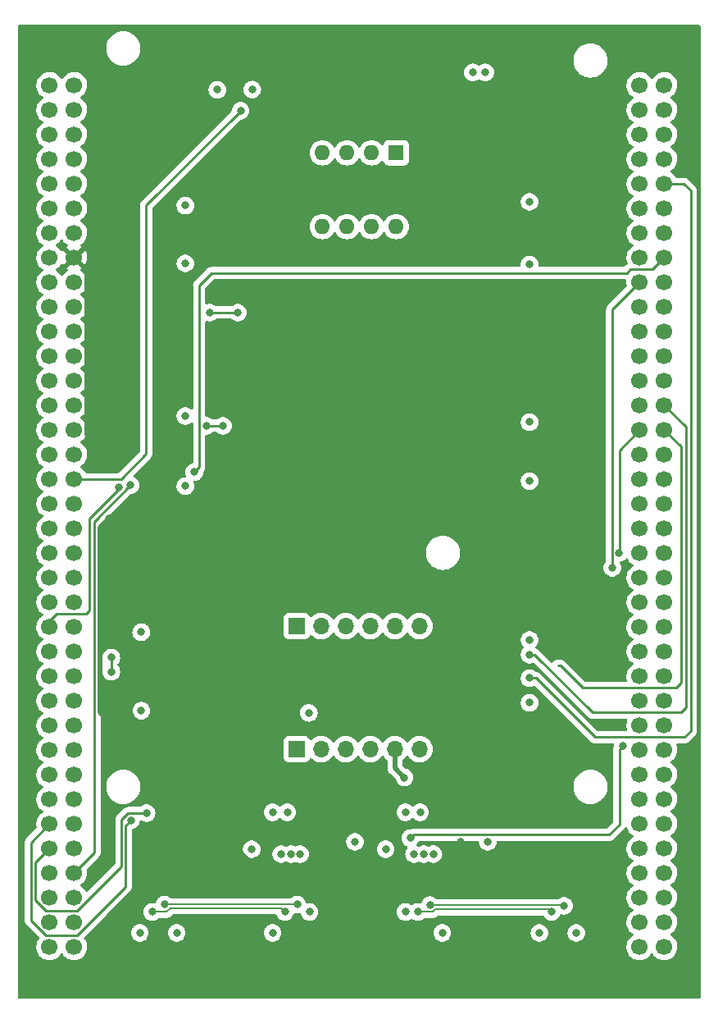
<source format=gbr>
%TF.GenerationSoftware,KiCad,Pcbnew,(6.0.1-0)*%
%TF.CreationDate,2023-01-01T10:50:50-08:00*%
%TF.ProjectId,nucleo_144_hat,6e75636c-656f-45f3-9134-345f6861742e,rev?*%
%TF.SameCoordinates,Original*%
%TF.FileFunction,Copper,L4,Bot*%
%TF.FilePolarity,Positive*%
%FSLAX46Y46*%
G04 Gerber Fmt 4.6, Leading zero omitted, Abs format (unit mm)*
G04 Created by KiCad (PCBNEW (6.0.1-0)) date 2023-01-01 10:50:50*
%MOMM*%
%LPD*%
G01*
G04 APERTURE LIST*
%TA.AperFunction,ComponentPad*%
%ADD10C,1.700000*%
%TD*%
%TA.AperFunction,ComponentPad*%
%ADD11R,1.700000X1.700000*%
%TD*%
%TA.AperFunction,ComponentPad*%
%ADD12O,1.700000X1.700000*%
%TD*%
%TA.AperFunction,ComponentPad*%
%ADD13O,1.600000X1.600000*%
%TD*%
%TA.AperFunction,ComponentPad*%
%ADD14R,1.600000X1.600000*%
%TD*%
%TA.AperFunction,ViaPad*%
%ADD15C,0.800000*%
%TD*%
%TA.AperFunction,Conductor*%
%ADD16C,0.200000*%
%TD*%
%TA.AperFunction,Conductor*%
%ADD17C,0.500000*%
%TD*%
%TA.AperFunction,Conductor*%
%ADD18C,0.250000*%
%TD*%
G04 APERTURE END LIST*
D10*
%TO.P,U1,1,PC10*%
%TO.N,/UART4_TX*%
X115510500Y-57828600D03*
%TO.P,U1,2,PC11*%
%TO.N,/UART4_RX*%
X118050500Y-57828600D03*
%TO.P,U1,3,PC12*%
%TO.N,unconnected-(U1-Pad3)*%
X115510500Y-60368600D03*
%TO.P,U1,4,PD2*%
%TO.N,unconnected-(U1-Pad4)*%
X118050500Y-60368600D03*
%TO.P,U1,5,VDD*%
%TO.N,unconnected-(U1-Pad5)*%
X115510500Y-62908600D03*
%TO.P,U1,6,E5V*%
%TO.N,+5V*%
X118050500Y-62908600D03*
%TO.P,U1,7,~{BOOT0}*%
%TO.N,unconnected-(U1-Pad7)*%
X115510500Y-65448600D03*
%TO.P,U1,8,GND*%
%TO.N,GND*%
X118050500Y-65448600D03*
%TO.P,U1,9,PF6*%
%TO.N,unconnected-(U1-Pad9)*%
X115510500Y-67988600D03*
%TO.P,U1,10,NC*%
%TO.N,unconnected-(U1-Pad10)*%
X118050500Y-67988600D03*
%TO.P,U1,11,PF7*%
%TO.N,unconnected-(U1-Pad11)*%
X115510500Y-70528600D03*
%TO.P,U1,12,IOREF*%
%TO.N,unconnected-(U1-Pad12)*%
X118050500Y-70528600D03*
%TO.P,U1,13,TMS/PA13*%
%TO.N,unconnected-(U1-Pad13)*%
X115510500Y-73068600D03*
%TO.P,U1,14,~{RST}*%
%TO.N,unconnected-(U1-Pad14)*%
X118050500Y-73068600D03*
%TO.P,U1,15,TCK/PA14*%
%TO.N,unconnected-(U1-Pad15)*%
X115510500Y-75608600D03*
%TO.P,U1,16,+3V3*%
%TO.N,+3V3*%
X118050500Y-75608600D03*
%TO.P,U1,17,PA15*%
%TO.N,/UART4_RTS*%
X115510500Y-78148600D03*
%TO.P,U1,18,+5V*%
%TO.N,unconnected-(U1-Pad18)*%
X118050500Y-78148600D03*
%TO.P,U1,19,GND*%
%TO.N,GND*%
X115510500Y-80688600D03*
%TO.P,U1,20,GND*%
X118050500Y-80688600D03*
%TO.P,U1,21,LD2/PB7*%
%TO.N,unconnected-(U1-Pad21)*%
X115510500Y-83228600D03*
%TO.P,U1,22,GND*%
%TO.N,GND*%
X118050500Y-83228600D03*
%TO.P,U1,23,BT/PC13*%
%TO.N,unconnected-(U1-Pad23)*%
X115510500Y-85768600D03*
%TO.P,U1,24,VIN*%
%TO.N,unconnected-(U1-Pad24)*%
X118050500Y-85768600D03*
%TO.P,U1,25,RTC_CRYSTAL/PC14*%
%TO.N,unconnected-(U1-Pad25)*%
X115510500Y-88308600D03*
%TO.P,U1,26,NC*%
%TO.N,unconnected-(U1-Pad26)*%
X118050500Y-88308600D03*
%TO.P,U1,27,RTC_CRYSTAL/PC15*%
%TO.N,unconnected-(U1-Pad27)*%
X115510500Y-90848600D03*
%TO.P,U1,28,ETH_REF_CLK/PA0*%
%TO.N,/PWM2{slash}1*%
X118050500Y-90848600D03*
%TO.P,U1,29,PH0*%
%TO.N,unconnected-(U1-Pad29)*%
X115510500Y-93388600D03*
%TO.P,U1,30,ETH_MDIO/PA1*%
%TO.N,/PWM2{slash}2*%
X118050500Y-93388600D03*
%TO.P,U1,31,PH1*%
%TO.N,/PH1*%
X115510500Y-95928600D03*
%TO.P,U1,32,PA4*%
%TO.N,unconnected-(U1-Pad32)*%
X118050500Y-95928600D03*
%TO.P,U1,33,VBAT*%
%TO.N,unconnected-(U1-Pad33)*%
X115510500Y-98468600D03*
%TO.P,U1,34,PB0*%
%TO.N,/ADC1{slash}8*%
X118050500Y-98468600D03*
%TO.P,U1,35,PC2*%
%TO.N,unconnected-(U1-Pad35)*%
X115510500Y-101008600D03*
%TO.P,U1,36,ETH_MDC/PC1*%
%TO.N,unconnected-(U1-Pad36)*%
X118050500Y-101008600D03*
%TO.P,U1,37,PC3*%
%TO.N,unconnected-(U1-Pad37)*%
X115510500Y-103548600D03*
%TO.P,U1,38,PC0*%
%TO.N,unconnected-(U1-Pad38)*%
X118050500Y-103548600D03*
%TO.P,U1,39,PD4*%
%TO.N,/UART2_RTS*%
X115510500Y-106088600D03*
%TO.P,U1,40,PD3*%
%TO.N,/UART2_CTS*%
X118050500Y-106088600D03*
%TO.P,U1,41,PD5*%
%TO.N,/UART2_TX*%
X115510500Y-108628600D03*
%TO.P,U1,42,PG2*%
%TO.N,unconnected-(U1-Pad42)*%
X118050500Y-108628600D03*
%TO.P,U1,43,PD6*%
%TO.N,/UART2_RX*%
X115510500Y-111168600D03*
%TO.P,U1,44,PG3*%
%TO.N,unconnected-(U1-Pad44)*%
X118050500Y-111168600D03*
%TO.P,U1,45,PD7*%
%TO.N,/SPI1_MOSI*%
X115510500Y-113708600D03*
%TO.P,U1,46,PE2*%
%TO.N,unconnected-(U1-Pad46)*%
X118050500Y-113708600D03*
%TO.P,U1,47,PE3*%
%TO.N,unconnected-(U1-Pad47)*%
X115510500Y-116248600D03*
%TO.P,U1,48,PE4*%
%TO.N,unconnected-(U1-Pad48)*%
X118050500Y-116248600D03*
%TO.P,U1,49,GND*%
%TO.N,GND*%
X115510500Y-118788600D03*
%TO.P,U1,50,PE5*%
%TO.N,unconnected-(U1-Pad50)*%
X118050500Y-118788600D03*
%TO.P,U1,51,PF1*%
%TO.N,unconnected-(U1-Pad51)*%
X115510500Y-121328600D03*
%TO.P,U1,52,PF2*%
%TO.N,unconnected-(U1-Pad52)*%
X118050500Y-121328600D03*
%TO.P,U1,53,PF0*%
%TO.N,unconnected-(U1-Pad53)*%
X115510500Y-123868600D03*
%TO.P,U1,54,PF8*%
%TO.N,unconnected-(U1-Pad54)*%
X118050500Y-123868600D03*
%TO.P,U1,55,PD1*%
%TO.N,/CAN1_TX*%
X115510500Y-126408600D03*
%TO.P,U1,56,PF9*%
%TO.N,unconnected-(U1-Pad56)*%
X118050500Y-126408600D03*
%TO.P,U1,57,PD0*%
%TO.N,/CAN1_RX*%
X115510500Y-128948600D03*
%TO.P,U1,58,PG1*%
%TO.N,unconnected-(U1-Pad58)*%
X118050500Y-128948600D03*
%TO.P,U1,59,PG0*%
%TO.N,unconnected-(U1-Pad59)*%
X115510500Y-131488600D03*
%TO.P,U1,60,GND*%
%TO.N,GND*%
X118050500Y-131488600D03*
%TO.P,U1,61,PE1*%
%TO.N,/TX*%
X115510500Y-134028600D03*
%TO.P,U1,62,PE6*%
%TO.N,unconnected-(U1-Pad62)*%
X118050500Y-134028600D03*
%TO.P,U1,63,PG9*%
%TO.N,/RX*%
X115510500Y-136568600D03*
%TO.P,U1,64,PG15*%
%TO.N,unconnected-(U1-Pad64)*%
X118050500Y-136568600D03*
%TO.P,U1,65,PG12*%
%TO.N,unconnected-(U1-Pad65)*%
X115510500Y-139108600D03*
%TO.P,U1,66,PG10*%
%TO.N,/~{SPI1_CS1}*%
X118050500Y-139108600D03*
%TO.P,U1,67,NC*%
%TO.N,unconnected-(U1-Pad67)*%
X115510500Y-141648600D03*
%TO.P,U1,68,PG13/ETH_TXD0*%
%TO.N,unconnected-(U1-Pad68)*%
X118050500Y-141648600D03*
%TO.P,U1,69,STLINK_RX/PD9*%
%TO.N,/UART3_TX*%
X115510500Y-144188600D03*
%TO.P,U1,70,PG11/ETH_TX_EN*%
%TO.N,unconnected-(U1-Pad70)*%
X118050500Y-144188600D03*
%TO.P,U1,71,GND*%
%TO.N,GND*%
X115510500Y-146728600D03*
%TO.P,U1,72,GND*%
X118050500Y-146728600D03*
%TO.P,U1,73,PC9*%
%TO.N,unconnected-(U1-Pad73)*%
X176470500Y-57828600D03*
%TO.P,U1,74,PC8*%
%TO.N,unconnected-(U1-Pad74)*%
X179010500Y-57828600D03*
%TO.P,U1,75,PB8*%
%TO.N,unconnected-(U1-Pad75)*%
X176470500Y-60368600D03*
%TO.P,U1,76,PC6*%
%TO.N,unconnected-(U1-Pad76)*%
X179010500Y-60368600D03*
%TO.P,U1,77,PB9*%
%TO.N,unconnected-(U1-Pad77)*%
X176470500Y-62908600D03*
%TO.P,U1,78,ETH_RXD1/PC5*%
%TO.N,unconnected-(U1-Pad78)*%
X179010500Y-62908600D03*
%TO.P,U1,79,AVDD*%
%TO.N,unconnected-(U1-Pad79)*%
X176470500Y-65448600D03*
%TO.P,U1,80,U5V*%
%TO.N,unconnected-(U1-Pad80)*%
X179010500Y-65448600D03*
%TO.P,U1,81,GND*%
%TO.N,GND*%
X176470500Y-67988600D03*
%TO.P,U1,82,STLINK_TX/PD8*%
%TO.N,/UART3_RX*%
X179010500Y-67988600D03*
%TO.P,U1,83,PA5*%
%TO.N,unconnected-(U1-Pad83)*%
X176470500Y-70528600D03*
%TO.P,U1,84,USB_DP/PA12*%
%TO.N,/UART1_RTS*%
X179010500Y-70528600D03*
%TO.P,U1,85,PA6*%
%TO.N,unconnected-(U1-Pad85)*%
X176470500Y-73068600D03*
%TO.P,U1,86,USB_DM/PA11*%
%TO.N,/UART1_CTS*%
X179010500Y-73068600D03*
%TO.P,U1,87,ETH_CRS_DV/PA7*%
%TO.N,unconnected-(U1-Pad87)*%
X176470500Y-75608600D03*
%TO.P,U1,88,PB12*%
%TO.N,/~{SPI2_CS2}*%
X179010500Y-75608600D03*
%TO.P,U1,89,PB6*%
%TO.N,/CAN2_TX*%
X176470500Y-78148600D03*
%TO.P,U1,90,PB11*%
%TO.N,unconnected-(U1-Pad90)*%
X179010500Y-78148600D03*
%TO.P,U1,91,PC7*%
%TO.N,unconnected-(U1-Pad91)*%
X176470500Y-80688600D03*
%TO.P,U1,92,GND*%
%TO.N,GND*%
X179010500Y-80688600D03*
%TO.P,U1,93,USB_VBUS/PA9*%
%TO.N,/UART1_TX*%
X176470500Y-83228600D03*
%TO.P,U1,94,PB2*%
%TO.N,unconnected-(U1-Pad94)*%
X179010500Y-83228600D03*
%TO.P,U1,95,USB_SOF/PA8*%
%TO.N,unconnected-(U1-Pad95)*%
X176470500Y-85768600D03*
%TO.P,U1,96,PB1*%
%TO.N,/ADC1{slash}9*%
X179010500Y-85768600D03*
%TO.P,U1,97,PB10*%
%TO.N,unconnected-(U1-Pad97)*%
X176470500Y-88308600D03*
%TO.P,U1,98,PB15*%
%TO.N,/UART4_CTS*%
X179010500Y-88308600D03*
%TO.P,U1,99,PB4*%
%TO.N,/SPI1_MISO*%
X176470500Y-90848600D03*
%TO.P,U1,100,LD3/PB14*%
%TO.N,/UART3_RTS*%
X179010500Y-90848600D03*
%TO.P,U1,101,PB5*%
%TO.N,/CAN2_RX*%
X176470500Y-93388600D03*
%TO.P,U1,102,ETH_TXD1/PB13*%
%TO.N,/UART3_CTS*%
X179010500Y-93388600D03*
%TO.P,U1,103,SWO/PB3*%
%TO.N,/SPI1_SCK*%
X176470500Y-95928600D03*
%TO.P,U1,104,AGND*%
%TO.N,GND*%
X179010500Y-95928600D03*
%TO.P,U1,105,USB_ID/PA10*%
%TO.N,/UART1_RX*%
X176470500Y-98468600D03*
%TO.P,U1,106,ETH_RXD0/PC4*%
%TO.N,unconnected-(U1-Pad106)*%
X179010500Y-98468600D03*
%TO.P,U1,107,PA2*%
%TO.N,/PWM2{slash}3*%
X176470500Y-101008600D03*
%TO.P,U1,108,PF5*%
%TO.N,unconnected-(U1-Pad108)*%
X179010500Y-101008600D03*
%TO.P,U1,109,PA3*%
%TO.N,/PWM2{slash}4*%
X176470500Y-103548600D03*
%TO.P,U1,110,PF4*%
%TO.N,unconnected-(U1-Pad110)*%
X179010500Y-103548600D03*
%TO.P,U1,111,GND*%
%TO.N,GND*%
X176470500Y-106088600D03*
%TO.P,U1,112,PE8*%
%TO.N,unconnected-(U1-Pad112)*%
X179010500Y-106088600D03*
%TO.P,U1,113,PD13*%
%TO.N,unconnected-(U1-Pad113)*%
X176470500Y-108628600D03*
%TO.P,U1,114,PF10*%
%TO.N,unconnected-(U1-Pad114)*%
X179010500Y-108628600D03*
%TO.P,U1,115,PD12*%
%TO.N,unconnected-(U1-Pad115)*%
X176470500Y-111168600D03*
%TO.P,U1,116,PE7*%
%TO.N,unconnected-(U1-Pad116)*%
X179010500Y-111168600D03*
%TO.P,U1,117,PD11*%
%TO.N,unconnected-(U1-Pad117)*%
X176470500Y-113708600D03*
%TO.P,U1,118,PD14*%
%TO.N,unconnected-(U1-Pad118)*%
X179010500Y-113708600D03*
%TO.P,U1,119,PE10*%
%TO.N,unconnected-(U1-Pad119)*%
X176470500Y-116248600D03*
%TO.P,U1,120,PD15*%
%TO.N,unconnected-(U1-Pad120)*%
X179010500Y-116248600D03*
%TO.P,U1,121,PE12*%
%TO.N,unconnected-(U1-Pad121)*%
X176470500Y-118788600D03*
%TO.P,U1,122,PF14*%
%TO.N,unconnected-(U1-Pad122)*%
X179010500Y-118788600D03*
%TO.P,U1,123,PE14*%
%TO.N,unconnected-(U1-Pad123)*%
X176470500Y-121328600D03*
%TO.P,U1,124,PE9*%
%TO.N,unconnected-(U1-Pad124)*%
X179010500Y-121328600D03*
%TO.P,U1,125,PE15*%
%TO.N,unconnected-(U1-Pad125)*%
X176470500Y-123868600D03*
%TO.P,U1,126,GND*%
%TO.N,GND*%
X179010500Y-123868600D03*
%TO.P,U1,127,PE13*%
%TO.N,unconnected-(U1-Pad127)*%
X176470500Y-126408600D03*
%TO.P,U1,128,PE11*%
%TO.N,unconnected-(U1-Pad128)*%
X179010500Y-126408600D03*
%TO.P,U1,129,PF13*%
%TO.N,unconnected-(U1-Pad129)*%
X176470500Y-128948600D03*
%TO.P,U1,130,PF3*%
%TO.N,unconnected-(U1-Pad130)*%
X179010500Y-128948600D03*
%TO.P,U1,131,PF12*%
%TO.N,unconnected-(U1-Pad131)*%
X176470500Y-131488600D03*
%TO.P,U1,132,PF15*%
%TO.N,unconnected-(U1-Pad132)*%
X179010500Y-131488600D03*
%TO.P,U1,133,PG14*%
%TO.N,unconnected-(U1-Pad133)*%
X176470500Y-134028600D03*
%TO.P,U1,134,PF11*%
%TO.N,unconnected-(U1-Pad134)*%
X179010500Y-134028600D03*
%TO.P,U1,135,GND*%
%TO.N,GND*%
X176470500Y-136568600D03*
%TO.P,U1,136,PE0*%
%TO.N,unconnected-(U1-Pad136)*%
X179010500Y-136568600D03*
%TO.P,U1,137,PD10*%
%TO.N,unconnected-(U1-Pad137)*%
X176470500Y-139108600D03*
%TO.P,U1,138,PG8*%
%TO.N,unconnected-(U1-Pad138)*%
X179010500Y-139108600D03*
%TO.P,U1,139,PG7/USB_GPIO_IN*%
%TO.N,unconnected-(U1-Pad139)*%
X176470500Y-141648600D03*
%TO.P,U1,140,PG5*%
%TO.N,unconnected-(U1-Pad140)*%
X179010500Y-141648600D03*
%TO.P,U1,141,PG4*%
%TO.N,unconnected-(U1-Pad141)*%
X176470500Y-144188600D03*
%TO.P,U1,142,PG6/USB_GPIO_OUT*%
%TO.N,unconnected-(U1-Pad142)*%
X179010500Y-144188600D03*
%TO.P,U1,143,GND*%
%TO.N,GND*%
X176470500Y-146728600D03*
%TO.P,U1,144,GND*%
X179010500Y-146728600D03*
%TD*%
D11*
%TO.P,J15,1,Pin_1*%
%TO.N,unconnected-(J15-Pad1)*%
X141040000Y-113630000D03*
D12*
%TO.P,J15,2,Pin_2*%
%TO.N,unconnected-(J15-Pad2)*%
X143580000Y-113630000D03*
%TO.P,J15,3,Pin_3*%
%TO.N,unconnected-(J15-Pad3)*%
X146120000Y-113630000D03*
%TO.P,J15,4,Pin_4*%
%TO.N,unconnected-(J15-Pad4)*%
X148660000Y-113630000D03*
%TO.P,J15,5,Pin_5*%
%TO.N,unconnected-(J15-Pad5)*%
X151200000Y-113630000D03*
%TO.P,J15,6,Pin_6*%
%TO.N,unconnected-(J15-Pad6)*%
X153740000Y-113630000D03*
%TD*%
D13*
%TO.P,U4,8,VCC*%
%TO.N,+5V*%
X151320000Y-72400000D03*
%TO.P,U4,7,EN*%
%TO.N,unconnected-(U4-Pad7)*%
X148780000Y-72400000D03*
%TO.P,U4,6,VO*%
%TO.N,/PH1*%
X146240000Y-72400000D03*
%TO.P,U4,5,GND*%
%TO.N,GND*%
X143700000Y-72400000D03*
%TO.P,U4,4*%
%TO.N,N/C*%
X143700000Y-64780000D03*
%TO.P,U4,3,C*%
%TO.N,Net-(R5-Pad2)*%
X146240000Y-64780000D03*
%TO.P,U4,2,A*%
%TO.N,Net-(J13-Pad2)*%
X148780000Y-64780000D03*
D14*
%TO.P,U4,1,NC*%
%TO.N,unconnected-(U4-Pad1)*%
X151320000Y-64780000D03*
%TD*%
D11*
%TO.P,J14,1,Pin_1*%
%TO.N,unconnected-(J14-Pad1)*%
X141040000Y-126330000D03*
D12*
%TO.P,J14,2,Pin_2*%
%TO.N,+5V*%
X143580000Y-126330000D03*
%TO.P,J14,3,Pin_3*%
%TO.N,/RX*%
X146120000Y-126330000D03*
%TO.P,J14,4,Pin_4*%
%TO.N,/TX*%
X148660000Y-126330000D03*
%TO.P,J14,5,Pin_5*%
%TO.N,GND*%
X151200000Y-126330000D03*
%TO.P,J14,6,Pin_6*%
%TO.N,unconnected-(J14-Pad6)*%
X153740000Y-126330000D03*
%TD*%
D15*
%TO.N,+5V*%
X153797000Y-132842000D03*
X165100000Y-76327000D03*
X138557000Y-145288000D03*
X152273000Y-143129000D03*
X166116000Y-145288000D03*
X165100000Y-98679000D03*
X160525000Y-56491000D03*
X142300000Y-122580000D03*
X129540000Y-91948000D03*
X129540000Y-70231000D03*
X124841000Y-145288000D03*
X140081000Y-132842000D03*
X136456000Y-58264000D03*
X165100000Y-121539000D03*
X124986000Y-114254000D03*
%TO.N,/CAN1_P*%
X139827000Y-143129000D03*
X126111000Y-143129000D03*
%TO.N,/CAN1_N*%
X127381000Y-142367000D03*
X141097000Y-142367000D03*
%TO.N,GND*%
X132842000Y-58293000D03*
X124996000Y-122354000D03*
X156083000Y-145288000D03*
X129540000Y-99187000D03*
X129540000Y-76200000D03*
X169926000Y-145288000D03*
X152273000Y-132842000D03*
X165100000Y-115062000D03*
X165100000Y-69850000D03*
X165100000Y-92583000D03*
X155166000Y-137160000D03*
X160782000Y-135890000D03*
X153166000Y-137160000D03*
X141400000Y-137160000D03*
X152180000Y-129260000D03*
X139446000Y-137160000D03*
X150241000Y-136652000D03*
X142367000Y-143129000D03*
X159255000Y-56491000D03*
X147066000Y-135890000D03*
X128651000Y-145288000D03*
X140462000Y-137160000D03*
X138557000Y-132842000D03*
X154178000Y-137160000D03*
X136398000Y-136652000D03*
%TO.N,+3V3*%
X157988000Y-135890000D03*
X121666000Y-102544000D03*
X120396000Y-94924000D03*
X144272000Y-135890000D03*
X150241000Y-138176000D03*
X136398000Y-138176000D03*
%TO.N,/PWM2{slash}1*%
X121896000Y-118344000D03*
X121896000Y-116877500D03*
%TO.N,/PH1*%
X132080000Y-81280000D03*
X134963500Y-81280000D03*
%TO.N,/ADC1{slash}8*%
X135255000Y-60452000D03*
%TO.N,/SPI1_MOSI*%
X122642701Y-99312701D03*
%TO.N,/RX*%
X125540000Y-132926500D03*
%TO.N,/TX*%
X123925902Y-133655891D03*
%TO.N,/~{SPI1_CS1}*%
X123880000Y-99100000D03*
%TO.N,/UART3_RX*%
X165100000Y-118999000D03*
%TO.N,/~{SPI2_CS2}*%
X130470000Y-97730000D03*
%TO.N,/CAN2_TX*%
X173646500Y-107620000D03*
%TO.N,/UART3_RTS*%
X165100000Y-116586000D03*
%TO.N,/CAN2_RX*%
X174752000Y-125984000D03*
X174360000Y-106080000D03*
X152781000Y-135509000D03*
%TO.N,/SPI1_SCK*%
X133439500Y-92964000D03*
X131699000Y-92964000D03*
%TO.N,/CAN2_N*%
X154813000Y-142429500D03*
X168656000Y-142494000D03*
%TO.N,/CAN2_P*%
X153543000Y-143129000D03*
X167386000Y-143129000D03*
%TD*%
D16*
%TO.N,/CAN1_P*%
X126111000Y-143129000D02*
X127608950Y-143129000D01*
X127970950Y-142767000D02*
X139465000Y-142767000D01*
X139465000Y-142767000D02*
X139827000Y-143129000D01*
X127608950Y-143129000D02*
X127970950Y-142767000D01*
%TO.N,/CAN1_N*%
X127381000Y-142367000D02*
X141097000Y-142367000D01*
D17*
%TO.N,GND*%
X151200000Y-126330000D02*
X151200000Y-128280000D01*
X151200000Y-128280000D02*
X152180000Y-129260000D01*
%TO.N,+3V3*%
X120717000Y-122495000D02*
X120717000Y-106354000D01*
X120717000Y-103493000D02*
X121666000Y-102544000D01*
X119350500Y-76908600D02*
X118050500Y-75608600D01*
X119350500Y-93878500D02*
X119350500Y-76908600D01*
X120717000Y-106354000D02*
X120717000Y-104763000D01*
X120717000Y-104763000D02*
X120717000Y-103493000D01*
X136398000Y-138176000D02*
X120717000Y-122495000D01*
X120396000Y-94924000D02*
X119350500Y-93878500D01*
D18*
%TO.N,/PWM2{slash}1*%
X121896000Y-116877500D02*
X121896000Y-118344000D01*
%TO.N,/PH1*%
X134963500Y-81280000D02*
X132080000Y-81280000D01*
%TO.N,/ADC1{slash}8*%
X122892400Y-98468600D02*
X125476000Y-95885000D01*
X125476000Y-95885000D02*
X125476000Y-70231000D01*
X118050500Y-98468600D02*
X122892400Y-98468600D01*
X125476000Y-70231000D02*
X135255000Y-60452000D01*
%TO.N,/SPI1_MOSI*%
X119634000Y-112014000D02*
X119253000Y-112395000D01*
X115510500Y-113089500D02*
X115510500Y-113708600D01*
X119634000Y-102526249D02*
X119634000Y-112014000D01*
X119253000Y-112395000D02*
X116205000Y-112395000D01*
X116205000Y-112395000D02*
X115510500Y-113089500D01*
X122640000Y-99520000D02*
X122640000Y-99520249D01*
X122642701Y-99312701D02*
X122642701Y-99517299D01*
X122642701Y-99517299D02*
X122640000Y-99520000D01*
X122640000Y-99520249D02*
X119634000Y-102526249D01*
%TO.N,/RX*%
X114046000Y-138033100D02*
X115510500Y-136568600D01*
X122936000Y-138424801D02*
X118347201Y-143013600D01*
X114046000Y-141914000D02*
X114046000Y-138033100D01*
X122936000Y-133621195D02*
X122936000Y-138424801D01*
X118347201Y-143013600D02*
X115145600Y-143013600D01*
X125538989Y-132925489D02*
X123631706Y-132925489D01*
X123631706Y-132925489D02*
X122936000Y-133621195D01*
X125540000Y-132926500D02*
X125538989Y-132925489D01*
X115145600Y-143013600D02*
X114046000Y-141914000D01*
%TO.N,/TX*%
X115145600Y-145553600D02*
X113596480Y-144004480D01*
X123385520Y-134196273D02*
X123385520Y-140515281D01*
X123385520Y-140515281D02*
X118347201Y-145553600D01*
X113596480Y-135942620D02*
X115510500Y-134028600D01*
X123925902Y-133655891D02*
X123385520Y-134196273D01*
X113596480Y-144004480D02*
X113596480Y-135942620D01*
X118347201Y-145553600D02*
X115145600Y-145553600D01*
%TO.N,/~{SPI1_CS1}*%
X120142000Y-102838000D02*
X120142000Y-137017100D01*
X123880000Y-99100000D02*
X120142000Y-102838000D01*
X120142000Y-137017100D02*
X118050500Y-139108600D01*
%TO.N,/UART3_RX*%
X181018600Y-67988600D02*
X181737000Y-68707000D01*
X181737000Y-68707000D02*
X181737000Y-124460000D01*
X171831000Y-125095000D02*
X165735000Y-118999000D01*
X179010500Y-67988600D02*
X181018600Y-67988600D01*
X181737000Y-124460000D02*
X181102000Y-125095000D01*
X181102000Y-125095000D02*
X171831000Y-125095000D01*
X165735000Y-118999000D02*
X165100000Y-118999000D01*
%TO.N,/~{SPI2_CS2}*%
X130470000Y-97730000D02*
X130974000Y-97226000D01*
X130974000Y-97226000D02*
X130974000Y-78449000D01*
X177784100Y-76835000D02*
X179010500Y-75608600D01*
X175133000Y-77216000D02*
X175514000Y-76835000D01*
X130974000Y-78449000D02*
X132207000Y-77216000D01*
X175514000Y-76835000D02*
X177784100Y-76835000D01*
X132207000Y-77216000D02*
X175133000Y-77216000D01*
%TO.N,/CAN2_TX*%
X173646500Y-107620000D02*
X173635489Y-107608989D01*
X173635489Y-80983611D02*
X176470500Y-78148600D01*
X173635489Y-107608989D02*
X173635489Y-80983611D01*
%TO.N,/UART3_RTS*%
X181229000Y-93067100D02*
X181229000Y-122047000D01*
X180721000Y-122555000D02*
X171577000Y-122555000D01*
X171577000Y-122555000D02*
X165608000Y-116586000D01*
X179010500Y-90848600D02*
X181229000Y-93067100D01*
X165608000Y-116586000D02*
X165100000Y-116586000D01*
X181229000Y-122047000D02*
X180721000Y-122555000D01*
%TO.N,/CAN2_RX*%
X174371000Y-126365000D02*
X174371000Y-134112000D01*
X174360000Y-106080000D02*
X174371000Y-106069000D01*
X174371000Y-95488100D02*
X176470500Y-93388600D01*
X173318000Y-135165000D02*
X153125000Y-135165000D01*
X174752000Y-125984000D02*
X174371000Y-126365000D01*
X153125000Y-135165000D02*
X152781000Y-135509000D01*
X174371000Y-106069000D02*
X174371000Y-95488100D01*
X174371000Y-134112000D02*
X173318000Y-135165000D01*
%TO.N,/UART3_CTS*%
X170561000Y-120015000D02*
X168275000Y-117729000D01*
X180213000Y-120015000D02*
X170561000Y-120015000D01*
X168275000Y-117729000D02*
X168021000Y-117729000D01*
X179010500Y-93388600D02*
X180721000Y-95099100D01*
X180721000Y-119507000D02*
X180213000Y-120015000D01*
X180721000Y-95099100D02*
X180721000Y-119507000D01*
%TO.N,/SPI1_SCK*%
X133439500Y-92964000D02*
X131699000Y-92964000D01*
D16*
%TO.N,/CAN2_N*%
X154813000Y-142429500D02*
X154813500Y-142429000D01*
X168591000Y-142429000D02*
X168656000Y-142494000D01*
X154813500Y-142429000D02*
X168591000Y-142429000D01*
%TO.N,/CAN2_P*%
X155103450Y-143129000D02*
X155357450Y-142875000D01*
X155357450Y-142875000D02*
X167132000Y-142875000D01*
X153543000Y-143129000D02*
X155103450Y-143129000D01*
X167132000Y-142875000D02*
X167386000Y-143129000D01*
%TD*%
%TA.AperFunction,Conductor*%
%TO.N,+3V3*%
G36*
X182695121Y-51607402D02*
G01*
X182741614Y-51661058D01*
X182753000Y-51713400D01*
X182753000Y-151943800D01*
X182732998Y-152011921D01*
X182679342Y-152058414D01*
X182627000Y-152069800D01*
X112394000Y-152069800D01*
X112325879Y-152049798D01*
X112279386Y-151996142D01*
X112268000Y-151943800D01*
X112268000Y-135922563D01*
X112958260Y-135922563D01*
X112959006Y-135930455D01*
X112962421Y-135966581D01*
X112962980Y-135978439D01*
X112962980Y-143925713D01*
X112962453Y-143936896D01*
X112960778Y-143944389D01*
X112961027Y-143952315D01*
X112961027Y-143952316D01*
X112962918Y-144012466D01*
X112962980Y-144016425D01*
X112962980Y-144044336D01*
X112963477Y-144048270D01*
X112963477Y-144048271D01*
X112963485Y-144048336D01*
X112964418Y-144060173D01*
X112965807Y-144104369D01*
X112971458Y-144123819D01*
X112975467Y-144143180D01*
X112976998Y-144155295D01*
X112978006Y-144163277D01*
X112980925Y-144170648D01*
X112980925Y-144170650D01*
X112994284Y-144204392D01*
X112998129Y-144215622D01*
X113010462Y-144258073D01*
X113014495Y-144264892D01*
X113014497Y-144264897D01*
X113020773Y-144275508D01*
X113029468Y-144293256D01*
X113036928Y-144312097D01*
X113041590Y-144318513D01*
X113041590Y-144318514D01*
X113062916Y-144347867D01*
X113069432Y-144357787D01*
X113083085Y-144380872D01*
X113091938Y-144395842D01*
X113106259Y-144410163D01*
X113119099Y-144425196D01*
X113131008Y-144441587D01*
X113137114Y-144446638D01*
X113165085Y-144469778D01*
X113173864Y-144477768D01*
X114424213Y-145728117D01*
X114458239Y-145790429D01*
X114453174Y-145861244D01*
X114439206Y-145888216D01*
X114328162Y-146051000D01*
X114328159Y-146051005D01*
X114325243Y-146055280D01*
X114231188Y-146257905D01*
X114171489Y-146473170D01*
X114147751Y-146695295D01*
X114148048Y-146700448D01*
X114148048Y-146700451D01*
X114153511Y-146795190D01*
X114160610Y-146918315D01*
X114161747Y-146923361D01*
X114161748Y-146923367D01*
X114181619Y-147011539D01*
X114209722Y-147136239D01*
X114293766Y-147343216D01*
X114344519Y-147426038D01*
X114407791Y-147529288D01*
X114410487Y-147533688D01*
X114556750Y-147702538D01*
X114728626Y-147845232D01*
X114921500Y-147957938D01*
X115130192Y-148037630D01*
X115135260Y-148038661D01*
X115135263Y-148038662D01*
X115242517Y-148060483D01*
X115349097Y-148082167D01*
X115354272Y-148082357D01*
X115354274Y-148082357D01*
X115567173Y-148090164D01*
X115567177Y-148090164D01*
X115572337Y-148090353D01*
X115577457Y-148089697D01*
X115577459Y-148089697D01*
X115788788Y-148062625D01*
X115788789Y-148062625D01*
X115793916Y-148061968D01*
X115798866Y-148060483D01*
X116002929Y-147999261D01*
X116002934Y-147999259D01*
X116007884Y-147997774D01*
X116208494Y-147899496D01*
X116390360Y-147769773D01*
X116548596Y-147612089D01*
X116608094Y-147529289D01*
X116678953Y-147430677D01*
X116680276Y-147431628D01*
X116727145Y-147388457D01*
X116797080Y-147376225D01*
X116862526Y-147403744D01*
X116890375Y-147435594D01*
X116950487Y-147533688D01*
X117096750Y-147702538D01*
X117268626Y-147845232D01*
X117461500Y-147957938D01*
X117670192Y-148037630D01*
X117675260Y-148038661D01*
X117675263Y-148038662D01*
X117782517Y-148060483D01*
X117889097Y-148082167D01*
X117894272Y-148082357D01*
X117894274Y-148082357D01*
X118107173Y-148090164D01*
X118107177Y-148090164D01*
X118112337Y-148090353D01*
X118117457Y-148089697D01*
X118117459Y-148089697D01*
X118328788Y-148062625D01*
X118328789Y-148062625D01*
X118333916Y-148061968D01*
X118338866Y-148060483D01*
X118542929Y-147999261D01*
X118542934Y-147999259D01*
X118547884Y-147997774D01*
X118748494Y-147899496D01*
X118930360Y-147769773D01*
X119088596Y-147612089D01*
X119148094Y-147529289D01*
X119215935Y-147434877D01*
X119218953Y-147430677D01*
X119239820Y-147388457D01*
X119315636Y-147235053D01*
X119315637Y-147235051D01*
X119317930Y-147230411D01*
X119382870Y-147016669D01*
X119412029Y-146795190D01*
X119413656Y-146728600D01*
X119395352Y-146505961D01*
X119340931Y-146289302D01*
X119251854Y-146084440D01*
X119130514Y-145896877D01*
X119101505Y-145864997D01*
X119070453Y-145801152D01*
X119078847Y-145730653D01*
X119105603Y-145691102D01*
X119508705Y-145288000D01*
X123927496Y-145288000D01*
X123928186Y-145294565D01*
X123945337Y-145457744D01*
X123947458Y-145477928D01*
X124006473Y-145659556D01*
X124101960Y-145824944D01*
X124106378Y-145829851D01*
X124106379Y-145829852D01*
X124138024Y-145864997D01*
X124229747Y-145966866D01*
X124328843Y-146038864D01*
X124376132Y-146073221D01*
X124384248Y-146079118D01*
X124390276Y-146081802D01*
X124390278Y-146081803D01*
X124396201Y-146084440D01*
X124558712Y-146156794D01*
X124652112Y-146176647D01*
X124739056Y-146195128D01*
X124739061Y-146195128D01*
X124745513Y-146196500D01*
X124936487Y-146196500D01*
X124942939Y-146195128D01*
X124942944Y-146195128D01*
X125029888Y-146176647D01*
X125123288Y-146156794D01*
X125285799Y-146084440D01*
X125291722Y-146081803D01*
X125291724Y-146081802D01*
X125297752Y-146079118D01*
X125305869Y-146073221D01*
X125353157Y-146038864D01*
X125452253Y-145966866D01*
X125543976Y-145864997D01*
X125575621Y-145829852D01*
X125575622Y-145829851D01*
X125580040Y-145824944D01*
X125675527Y-145659556D01*
X125734542Y-145477928D01*
X125736664Y-145457744D01*
X125753814Y-145294565D01*
X125754504Y-145288000D01*
X127737496Y-145288000D01*
X127738186Y-145294565D01*
X127755337Y-145457744D01*
X127757458Y-145477928D01*
X127816473Y-145659556D01*
X127911960Y-145824944D01*
X127916378Y-145829851D01*
X127916379Y-145829852D01*
X127948024Y-145864997D01*
X128039747Y-145966866D01*
X128138843Y-146038864D01*
X128186132Y-146073221D01*
X128194248Y-146079118D01*
X128200276Y-146081802D01*
X128200278Y-146081803D01*
X128206201Y-146084440D01*
X128368712Y-146156794D01*
X128462112Y-146176647D01*
X128549056Y-146195128D01*
X128549061Y-146195128D01*
X128555513Y-146196500D01*
X128746487Y-146196500D01*
X128752939Y-146195128D01*
X128752944Y-146195128D01*
X128839888Y-146176647D01*
X128933288Y-146156794D01*
X129095799Y-146084440D01*
X129101722Y-146081803D01*
X129101724Y-146081802D01*
X129107752Y-146079118D01*
X129115869Y-146073221D01*
X129163157Y-146038864D01*
X129262253Y-145966866D01*
X129353976Y-145864997D01*
X129385621Y-145829852D01*
X129385622Y-145829851D01*
X129390040Y-145824944D01*
X129485527Y-145659556D01*
X129544542Y-145477928D01*
X129546664Y-145457744D01*
X129563814Y-145294565D01*
X129564504Y-145288000D01*
X137643496Y-145288000D01*
X137644186Y-145294565D01*
X137661337Y-145457744D01*
X137663458Y-145477928D01*
X137722473Y-145659556D01*
X137817960Y-145824944D01*
X137822378Y-145829851D01*
X137822379Y-145829852D01*
X137854024Y-145864997D01*
X137945747Y-145966866D01*
X138044843Y-146038864D01*
X138092132Y-146073221D01*
X138100248Y-146079118D01*
X138106276Y-146081802D01*
X138106278Y-146081803D01*
X138112201Y-146084440D01*
X138274712Y-146156794D01*
X138368112Y-146176647D01*
X138455056Y-146195128D01*
X138455061Y-146195128D01*
X138461513Y-146196500D01*
X138652487Y-146196500D01*
X138658939Y-146195128D01*
X138658944Y-146195128D01*
X138745888Y-146176647D01*
X138839288Y-146156794D01*
X139001799Y-146084440D01*
X139007722Y-146081803D01*
X139007724Y-146081802D01*
X139013752Y-146079118D01*
X139021869Y-146073221D01*
X139069157Y-146038864D01*
X139168253Y-145966866D01*
X139259976Y-145864997D01*
X139291621Y-145829852D01*
X139291622Y-145829851D01*
X139296040Y-145824944D01*
X139391527Y-145659556D01*
X139450542Y-145477928D01*
X139452664Y-145457744D01*
X139469814Y-145294565D01*
X139470504Y-145288000D01*
X155169496Y-145288000D01*
X155170186Y-145294565D01*
X155187337Y-145457744D01*
X155189458Y-145477928D01*
X155248473Y-145659556D01*
X155343960Y-145824944D01*
X155348378Y-145829851D01*
X155348379Y-145829852D01*
X155380024Y-145864997D01*
X155471747Y-145966866D01*
X155570843Y-146038864D01*
X155618132Y-146073221D01*
X155626248Y-146079118D01*
X155632276Y-146081802D01*
X155632278Y-146081803D01*
X155638201Y-146084440D01*
X155800712Y-146156794D01*
X155894112Y-146176647D01*
X155981056Y-146195128D01*
X155981061Y-146195128D01*
X155987513Y-146196500D01*
X156178487Y-146196500D01*
X156184939Y-146195128D01*
X156184944Y-146195128D01*
X156271888Y-146176647D01*
X156365288Y-146156794D01*
X156527799Y-146084440D01*
X156533722Y-146081803D01*
X156533724Y-146081802D01*
X156539752Y-146079118D01*
X156547869Y-146073221D01*
X156595157Y-146038864D01*
X156694253Y-145966866D01*
X156785976Y-145864997D01*
X156817621Y-145829852D01*
X156817622Y-145829851D01*
X156822040Y-145824944D01*
X156917527Y-145659556D01*
X156976542Y-145477928D01*
X156978664Y-145457744D01*
X156995814Y-145294565D01*
X156996504Y-145288000D01*
X165202496Y-145288000D01*
X165203186Y-145294565D01*
X165220337Y-145457744D01*
X165222458Y-145477928D01*
X165281473Y-145659556D01*
X165376960Y-145824944D01*
X165381378Y-145829851D01*
X165381379Y-145829852D01*
X165413024Y-145864997D01*
X165504747Y-145966866D01*
X165603843Y-146038864D01*
X165651132Y-146073221D01*
X165659248Y-146079118D01*
X165665276Y-146081802D01*
X165665278Y-146081803D01*
X165671201Y-146084440D01*
X165833712Y-146156794D01*
X165927112Y-146176647D01*
X166014056Y-146195128D01*
X166014061Y-146195128D01*
X166020513Y-146196500D01*
X166211487Y-146196500D01*
X166217939Y-146195128D01*
X166217944Y-146195128D01*
X166304888Y-146176647D01*
X166398288Y-146156794D01*
X166560799Y-146084440D01*
X166566722Y-146081803D01*
X166566724Y-146081802D01*
X166572752Y-146079118D01*
X166580869Y-146073221D01*
X166628157Y-146038864D01*
X166727253Y-145966866D01*
X166818976Y-145864997D01*
X166850621Y-145829852D01*
X166850622Y-145829851D01*
X166855040Y-145824944D01*
X166950527Y-145659556D01*
X167009542Y-145477928D01*
X167011664Y-145457744D01*
X167028814Y-145294565D01*
X167029504Y-145288000D01*
X169012496Y-145288000D01*
X169013186Y-145294565D01*
X169030337Y-145457744D01*
X169032458Y-145477928D01*
X169091473Y-145659556D01*
X169186960Y-145824944D01*
X169191378Y-145829851D01*
X169191379Y-145829852D01*
X169223024Y-145864997D01*
X169314747Y-145966866D01*
X169413843Y-146038864D01*
X169461132Y-146073221D01*
X169469248Y-146079118D01*
X169475276Y-146081802D01*
X169475278Y-146081803D01*
X169481201Y-146084440D01*
X169643712Y-146156794D01*
X169737112Y-146176647D01*
X169824056Y-146195128D01*
X169824061Y-146195128D01*
X169830513Y-146196500D01*
X170021487Y-146196500D01*
X170027939Y-146195128D01*
X170027944Y-146195128D01*
X170114888Y-146176647D01*
X170208288Y-146156794D01*
X170370799Y-146084440D01*
X170376722Y-146081803D01*
X170376724Y-146081802D01*
X170382752Y-146079118D01*
X170390869Y-146073221D01*
X170438157Y-146038864D01*
X170537253Y-145966866D01*
X170628976Y-145864997D01*
X170660621Y-145829852D01*
X170660622Y-145829851D01*
X170665040Y-145824944D01*
X170760527Y-145659556D01*
X170819542Y-145477928D01*
X170821664Y-145457744D01*
X170838814Y-145294565D01*
X170839504Y-145288000D01*
X170819542Y-145098072D01*
X170760527Y-144916444D01*
X170746200Y-144891628D01*
X170697697Y-144807620D01*
X170665040Y-144751056D01*
X170605975Y-144685457D01*
X170541675Y-144614045D01*
X170541674Y-144614044D01*
X170537253Y-144609134D01*
X170382752Y-144496882D01*
X170376724Y-144494198D01*
X170376722Y-144494197D01*
X170214319Y-144421891D01*
X170214318Y-144421891D01*
X170208288Y-144419206D01*
X170098370Y-144395842D01*
X170027944Y-144380872D01*
X170027939Y-144380872D01*
X170021487Y-144379500D01*
X169830513Y-144379500D01*
X169824061Y-144380872D01*
X169824056Y-144380872D01*
X169753630Y-144395842D01*
X169643712Y-144419206D01*
X169637682Y-144421891D01*
X169637681Y-144421891D01*
X169475278Y-144494197D01*
X169475276Y-144494198D01*
X169469248Y-144496882D01*
X169314747Y-144609134D01*
X169310326Y-144614044D01*
X169310325Y-144614045D01*
X169246026Y-144685457D01*
X169186960Y-144751056D01*
X169154303Y-144807620D01*
X169105801Y-144891628D01*
X169091473Y-144916444D01*
X169032458Y-145098072D01*
X169012496Y-145288000D01*
X167029504Y-145288000D01*
X167009542Y-145098072D01*
X166950527Y-144916444D01*
X166936200Y-144891628D01*
X166887697Y-144807620D01*
X166855040Y-144751056D01*
X166795975Y-144685457D01*
X166731675Y-144614045D01*
X166731674Y-144614044D01*
X166727253Y-144609134D01*
X166572752Y-144496882D01*
X166566724Y-144494198D01*
X166566722Y-144494197D01*
X166404319Y-144421891D01*
X166404318Y-144421891D01*
X166398288Y-144419206D01*
X166288370Y-144395842D01*
X166217944Y-144380872D01*
X166217939Y-144380872D01*
X166211487Y-144379500D01*
X166020513Y-144379500D01*
X166014061Y-144380872D01*
X166014056Y-144380872D01*
X165943630Y-144395842D01*
X165833712Y-144419206D01*
X165827682Y-144421891D01*
X165827681Y-144421891D01*
X165665278Y-144494197D01*
X165665276Y-144494198D01*
X165659248Y-144496882D01*
X165504747Y-144609134D01*
X165500326Y-144614044D01*
X165500325Y-144614045D01*
X165436026Y-144685457D01*
X165376960Y-144751056D01*
X165344303Y-144807620D01*
X165295801Y-144891628D01*
X165281473Y-144916444D01*
X165222458Y-145098072D01*
X165202496Y-145288000D01*
X156996504Y-145288000D01*
X156976542Y-145098072D01*
X156917527Y-144916444D01*
X156903200Y-144891628D01*
X156854697Y-144807620D01*
X156822040Y-144751056D01*
X156762975Y-144685457D01*
X156698675Y-144614045D01*
X156698674Y-144614044D01*
X156694253Y-144609134D01*
X156539752Y-144496882D01*
X156533724Y-144494198D01*
X156533722Y-144494197D01*
X156371319Y-144421891D01*
X156371318Y-144421891D01*
X156365288Y-144419206D01*
X156255370Y-144395842D01*
X156184944Y-144380872D01*
X156184939Y-144380872D01*
X156178487Y-144379500D01*
X155987513Y-144379500D01*
X155981061Y-144380872D01*
X155981056Y-144380872D01*
X155910630Y-144395842D01*
X155800712Y-144419206D01*
X155794682Y-144421891D01*
X155794681Y-144421891D01*
X155632278Y-144494197D01*
X155632276Y-144494198D01*
X155626248Y-144496882D01*
X155471747Y-144609134D01*
X155467326Y-144614044D01*
X155467325Y-144614045D01*
X155403026Y-144685457D01*
X155343960Y-144751056D01*
X155311303Y-144807620D01*
X155262801Y-144891628D01*
X155248473Y-144916444D01*
X155189458Y-145098072D01*
X155169496Y-145288000D01*
X139470504Y-145288000D01*
X139450542Y-145098072D01*
X139391527Y-144916444D01*
X139377200Y-144891628D01*
X139328697Y-144807620D01*
X139296040Y-144751056D01*
X139236975Y-144685457D01*
X139172675Y-144614045D01*
X139172674Y-144614044D01*
X139168253Y-144609134D01*
X139013752Y-144496882D01*
X139007724Y-144494198D01*
X139007722Y-144494197D01*
X138845319Y-144421891D01*
X138845318Y-144421891D01*
X138839288Y-144419206D01*
X138729370Y-144395842D01*
X138658944Y-144380872D01*
X138658939Y-144380872D01*
X138652487Y-144379500D01*
X138461513Y-144379500D01*
X138455061Y-144380872D01*
X138455056Y-144380872D01*
X138384630Y-144395842D01*
X138274712Y-144419206D01*
X138268682Y-144421891D01*
X138268681Y-144421891D01*
X138106278Y-144494197D01*
X138106276Y-144494198D01*
X138100248Y-144496882D01*
X137945747Y-144609134D01*
X137941326Y-144614044D01*
X137941325Y-144614045D01*
X137877026Y-144685457D01*
X137817960Y-144751056D01*
X137785303Y-144807620D01*
X137736801Y-144891628D01*
X137722473Y-144916444D01*
X137663458Y-145098072D01*
X137643496Y-145288000D01*
X129564504Y-145288000D01*
X129544542Y-145098072D01*
X129485527Y-144916444D01*
X129471200Y-144891628D01*
X129422697Y-144807620D01*
X129390040Y-144751056D01*
X129330975Y-144685457D01*
X129266675Y-144614045D01*
X129266674Y-144614044D01*
X129262253Y-144609134D01*
X129107752Y-144496882D01*
X129101724Y-144494198D01*
X129101722Y-144494197D01*
X128939319Y-144421891D01*
X128939318Y-144421891D01*
X128933288Y-144419206D01*
X128823370Y-144395842D01*
X128752944Y-144380872D01*
X128752939Y-144380872D01*
X128746487Y-144379500D01*
X128555513Y-144379500D01*
X128549061Y-144380872D01*
X128549056Y-144380872D01*
X128478630Y-144395842D01*
X128368712Y-144419206D01*
X128362682Y-144421891D01*
X128362681Y-144421891D01*
X128200278Y-144494197D01*
X128200276Y-144494198D01*
X128194248Y-144496882D01*
X128039747Y-144609134D01*
X128035326Y-144614044D01*
X128035325Y-144614045D01*
X127971026Y-144685457D01*
X127911960Y-144751056D01*
X127879303Y-144807620D01*
X127830801Y-144891628D01*
X127816473Y-144916444D01*
X127757458Y-145098072D01*
X127737496Y-145288000D01*
X125754504Y-145288000D01*
X125734542Y-145098072D01*
X125675527Y-144916444D01*
X125661200Y-144891628D01*
X125612697Y-144807620D01*
X125580040Y-144751056D01*
X125520975Y-144685457D01*
X125456675Y-144614045D01*
X125456674Y-144614044D01*
X125452253Y-144609134D01*
X125297752Y-144496882D01*
X125291724Y-144494198D01*
X125291722Y-144494197D01*
X125129319Y-144421891D01*
X125129318Y-144421891D01*
X125123288Y-144419206D01*
X125013370Y-144395842D01*
X124942944Y-144380872D01*
X124942939Y-144380872D01*
X124936487Y-144379500D01*
X124745513Y-144379500D01*
X124739061Y-144380872D01*
X124739056Y-144380872D01*
X124668630Y-144395842D01*
X124558712Y-144419206D01*
X124552682Y-144421891D01*
X124552681Y-144421891D01*
X124390278Y-144494197D01*
X124390276Y-144494198D01*
X124384248Y-144496882D01*
X124229747Y-144609134D01*
X124225326Y-144614044D01*
X124225325Y-144614045D01*
X124161026Y-144685457D01*
X124101960Y-144751056D01*
X124069303Y-144807620D01*
X124020801Y-144891628D01*
X124006473Y-144916444D01*
X123947458Y-145098072D01*
X123927496Y-145288000D01*
X119508705Y-145288000D01*
X121406176Y-143390530D01*
X121667706Y-143129000D01*
X125197496Y-143129000D01*
X125198186Y-143135565D01*
X125214187Y-143287803D01*
X125217458Y-143318928D01*
X125276473Y-143500556D01*
X125279776Y-143506277D01*
X125279777Y-143506279D01*
X125300050Y-143541392D01*
X125371960Y-143665944D01*
X125376378Y-143670851D01*
X125376379Y-143670852D01*
X125423258Y-143722916D01*
X125499747Y-143807866D01*
X125654248Y-143920118D01*
X125660276Y-143922802D01*
X125660278Y-143922803D01*
X125768805Y-143971122D01*
X125828712Y-143997794D01*
X125922113Y-144017647D01*
X126009056Y-144036128D01*
X126009061Y-144036128D01*
X126015513Y-144037500D01*
X126206487Y-144037500D01*
X126212939Y-144036128D01*
X126212944Y-144036128D01*
X126299887Y-144017647D01*
X126393288Y-143997794D01*
X126453195Y-143971122D01*
X126561722Y-143922803D01*
X126561724Y-143922802D01*
X126567752Y-143920118D01*
X126722253Y-143807866D01*
X126748074Y-143779189D01*
X126808520Y-143741950D01*
X126841710Y-143737500D01*
X127560814Y-143737500D01*
X127577257Y-143738578D01*
X127608950Y-143742750D01*
X127617139Y-143741672D01*
X127648824Y-143737501D01*
X127648834Y-143737500D01*
X127648835Y-143737500D01*
X127748407Y-143724391D01*
X127759614Y-143722916D01*
X127759616Y-143722915D01*
X127767801Y-143721838D01*
X127915826Y-143660524D01*
X127933321Y-143647100D01*
X128011022Y-143587477D01*
X128011025Y-143587474D01*
X128036384Y-143568015D01*
X128042937Y-143562987D01*
X128054978Y-143547295D01*
X128062402Y-143537621D01*
X128073269Y-143525230D01*
X128186094Y-143412405D01*
X128248406Y-143378379D01*
X128275189Y-143375500D01*
X138860296Y-143375500D01*
X138928417Y-143395502D01*
X138974910Y-143449158D01*
X138980129Y-143462565D01*
X138987867Y-143486379D01*
X138992473Y-143500556D01*
X138995776Y-143506277D01*
X138995777Y-143506279D01*
X139016050Y-143541392D01*
X139087960Y-143665944D01*
X139092378Y-143670851D01*
X139092379Y-143670852D01*
X139139258Y-143722916D01*
X139215747Y-143807866D01*
X139370248Y-143920118D01*
X139376276Y-143922802D01*
X139376278Y-143922803D01*
X139484805Y-143971122D01*
X139544712Y-143997794D01*
X139638113Y-144017647D01*
X139725056Y-144036128D01*
X139725061Y-144036128D01*
X139731513Y-144037500D01*
X139922487Y-144037500D01*
X139928939Y-144036128D01*
X139928944Y-144036128D01*
X140015887Y-144017647D01*
X140109288Y-143997794D01*
X140169195Y-143971122D01*
X140277722Y-143922803D01*
X140277724Y-143922802D01*
X140283752Y-143920118D01*
X140438253Y-143807866D01*
X140514742Y-143722916D01*
X140561621Y-143670852D01*
X140561622Y-143670851D01*
X140566040Y-143665944D01*
X140637950Y-143541392D01*
X140658223Y-143506279D01*
X140658224Y-143506277D01*
X140661527Y-143500556D01*
X140716834Y-143330340D01*
X140756908Y-143271734D01*
X140822304Y-143244097D01*
X140862864Y-143246029D01*
X140995056Y-143274128D01*
X140995061Y-143274128D01*
X141001513Y-143275500D01*
X141192487Y-143275500D01*
X141198939Y-143274128D01*
X141198944Y-143274128D01*
X141331136Y-143246029D01*
X141401927Y-143251431D01*
X141458559Y-143294248D01*
X141477166Y-143330340D01*
X141532473Y-143500556D01*
X141535776Y-143506277D01*
X141535777Y-143506279D01*
X141556050Y-143541392D01*
X141627960Y-143665944D01*
X141632378Y-143670851D01*
X141632379Y-143670852D01*
X141679258Y-143722916D01*
X141755747Y-143807866D01*
X141910248Y-143920118D01*
X141916276Y-143922802D01*
X141916278Y-143922803D01*
X142024805Y-143971122D01*
X142084712Y-143997794D01*
X142178113Y-144017647D01*
X142265056Y-144036128D01*
X142265061Y-144036128D01*
X142271513Y-144037500D01*
X142462487Y-144037500D01*
X142468939Y-144036128D01*
X142468944Y-144036128D01*
X142555887Y-144017647D01*
X142649288Y-143997794D01*
X142709195Y-143971122D01*
X142817722Y-143922803D01*
X142817724Y-143922802D01*
X142823752Y-143920118D01*
X142978253Y-143807866D01*
X143054742Y-143722916D01*
X143101621Y-143670852D01*
X143101622Y-143670851D01*
X143106040Y-143665944D01*
X143177950Y-143541392D01*
X143198223Y-143506279D01*
X143198224Y-143506277D01*
X143201527Y-143500556D01*
X143260542Y-143318928D01*
X143263814Y-143287803D01*
X143279814Y-143135565D01*
X143280504Y-143129000D01*
X151359496Y-143129000D01*
X151360186Y-143135565D01*
X151376187Y-143287803D01*
X151379458Y-143318928D01*
X151438473Y-143500556D01*
X151441776Y-143506277D01*
X151441777Y-143506279D01*
X151462050Y-143541392D01*
X151533960Y-143665944D01*
X151538378Y-143670851D01*
X151538379Y-143670852D01*
X151585258Y-143722916D01*
X151661747Y-143807866D01*
X151816248Y-143920118D01*
X151822276Y-143922802D01*
X151822278Y-143922803D01*
X151930805Y-143971122D01*
X151990712Y-143997794D01*
X152084113Y-144017647D01*
X152171056Y-144036128D01*
X152171061Y-144036128D01*
X152177513Y-144037500D01*
X152368487Y-144037500D01*
X152374939Y-144036128D01*
X152374944Y-144036128D01*
X152461887Y-144017647D01*
X152555288Y-143997794D01*
X152615195Y-143971122D01*
X152723722Y-143922803D01*
X152723724Y-143922802D01*
X152729752Y-143920118D01*
X152833940Y-143844421D01*
X152900806Y-143820563D01*
X152969958Y-143836643D01*
X152982056Y-143844418D01*
X153086248Y-143920118D01*
X153092276Y-143922802D01*
X153092278Y-143922803D01*
X153200805Y-143971122D01*
X153260712Y-143997794D01*
X153354113Y-144017647D01*
X153441056Y-144036128D01*
X153441061Y-144036128D01*
X153447513Y-144037500D01*
X153638487Y-144037500D01*
X153644939Y-144036128D01*
X153644944Y-144036128D01*
X153731887Y-144017647D01*
X153825288Y-143997794D01*
X153885195Y-143971122D01*
X153993722Y-143922803D01*
X153993724Y-143922802D01*
X153999752Y-143920118D01*
X154154253Y-143807866D01*
X154180074Y-143779189D01*
X154240520Y-143741950D01*
X154273710Y-143737500D01*
X155055314Y-143737500D01*
X155071757Y-143738578D01*
X155103450Y-143742750D01*
X155111639Y-143741672D01*
X155143324Y-143737501D01*
X155143334Y-143737500D01*
X155143335Y-143737500D01*
X155242907Y-143724391D01*
X155254114Y-143722916D01*
X155254116Y-143722915D01*
X155262301Y-143721838D01*
X155410326Y-143660524D01*
X155427821Y-143647100D01*
X155505522Y-143587477D01*
X155505525Y-143587474D01*
X155530884Y-143568015D01*
X155537437Y-143562987D01*
X155549478Y-143547295D01*
X155556902Y-143537621D01*
X155567769Y-143525230D01*
X155572594Y-143520405D01*
X155634906Y-143486379D01*
X155661689Y-143483500D01*
X166468880Y-143483500D01*
X166537001Y-143503502D01*
X166577999Y-143546500D01*
X166646960Y-143665944D01*
X166651378Y-143670851D01*
X166651379Y-143670852D01*
X166698258Y-143722916D01*
X166774747Y-143807866D01*
X166929248Y-143920118D01*
X166935276Y-143922802D01*
X166935278Y-143922803D01*
X167043805Y-143971122D01*
X167103712Y-143997794D01*
X167197113Y-144017647D01*
X167284056Y-144036128D01*
X167284061Y-144036128D01*
X167290513Y-144037500D01*
X167481487Y-144037500D01*
X167487939Y-144036128D01*
X167487944Y-144036128D01*
X167574887Y-144017647D01*
X167668288Y-143997794D01*
X167728195Y-143971122D01*
X167836722Y-143922803D01*
X167836724Y-143922802D01*
X167842752Y-143920118D01*
X167997253Y-143807866D01*
X168073742Y-143722916D01*
X168120621Y-143670852D01*
X168120622Y-143670851D01*
X168125040Y-143665944D01*
X168220527Y-143500556D01*
X168225134Y-143486379D01*
X168237235Y-143449135D01*
X168277309Y-143390530D01*
X168342706Y-143362893D01*
X168383265Y-143364825D01*
X168554056Y-143401128D01*
X168554061Y-143401128D01*
X168560513Y-143402500D01*
X168751487Y-143402500D01*
X168757939Y-143401128D01*
X168757944Y-143401128D01*
X168844888Y-143382647D01*
X168938288Y-143362794D01*
X168960158Y-143353057D01*
X169106722Y-143287803D01*
X169106724Y-143287802D01*
X169112752Y-143285118D01*
X169127879Y-143274128D01*
X169236141Y-143195470D01*
X169267253Y-143172866D01*
X169312661Y-143122435D01*
X169390621Y-143035852D01*
X169390622Y-143035851D01*
X169395040Y-143030944D01*
X169490527Y-142865556D01*
X169549542Y-142683928D01*
X169569504Y-142494000D01*
X169553953Y-142346038D01*
X169550232Y-142310635D01*
X169550232Y-142310633D01*
X169549542Y-142304072D01*
X169490527Y-142122444D01*
X169456917Y-142064229D01*
X169398341Y-141962774D01*
X169395040Y-141957056D01*
X169376684Y-141936669D01*
X169271675Y-141820045D01*
X169271674Y-141820044D01*
X169267253Y-141815134D01*
X169131924Y-141716811D01*
X169118094Y-141706763D01*
X169118093Y-141706762D01*
X169112752Y-141702882D01*
X169106724Y-141700198D01*
X169106722Y-141700197D01*
X168944319Y-141627891D01*
X168944318Y-141627891D01*
X168938288Y-141625206D01*
X168844887Y-141605353D01*
X168757944Y-141586872D01*
X168757939Y-141586872D01*
X168751487Y-141585500D01*
X168560513Y-141585500D01*
X168554061Y-141586872D01*
X168554056Y-141586872D01*
X168467113Y-141605353D01*
X168373712Y-141625206D01*
X168367682Y-141627891D01*
X168367681Y-141627891D01*
X168205278Y-141700197D01*
X168205276Y-141700198D01*
X168199248Y-141702882D01*
X168193907Y-141706762D01*
X168193906Y-141706763D01*
X168070482Y-141796436D01*
X168003614Y-141820295D01*
X167996421Y-141820500D01*
X155543260Y-141820500D01*
X155475139Y-141800498D01*
X155449624Y-141778811D01*
X155428668Y-141755537D01*
X155428666Y-141755536D01*
X155424253Y-141750634D01*
X155344978Y-141693037D01*
X155275094Y-141642263D01*
X155275093Y-141642262D01*
X155269752Y-141638382D01*
X155263724Y-141635698D01*
X155263722Y-141635697D01*
X155101319Y-141563391D01*
X155101318Y-141563391D01*
X155095288Y-141560706D01*
X155001887Y-141540853D01*
X154914944Y-141522372D01*
X154914939Y-141522372D01*
X154908487Y-141521000D01*
X154717513Y-141521000D01*
X154711061Y-141522372D01*
X154711056Y-141522372D01*
X154624113Y-141540853D01*
X154530712Y-141560706D01*
X154524682Y-141563391D01*
X154524681Y-141563391D01*
X154362278Y-141635697D01*
X154362276Y-141635698D01*
X154356248Y-141638382D01*
X154350907Y-141642262D01*
X154350906Y-141642263D01*
X154300843Y-141678636D01*
X154201747Y-141750634D01*
X154073960Y-141892556D01*
X153978473Y-142057944D01*
X153948429Y-142150411D01*
X153942162Y-142169698D01*
X153902089Y-142228304D01*
X153836692Y-142255941D01*
X153796134Y-142254009D01*
X153728213Y-142239572D01*
X153644944Y-142221872D01*
X153644939Y-142221872D01*
X153638487Y-142220500D01*
X153447513Y-142220500D01*
X153441061Y-142221872D01*
X153441056Y-142221872D01*
X153357787Y-142239572D01*
X153260712Y-142260206D01*
X153254682Y-142262891D01*
X153254681Y-142262891D01*
X153092278Y-142335197D01*
X153092276Y-142335198D01*
X153086248Y-142337882D01*
X152982060Y-142413579D01*
X152915194Y-142437437D01*
X152846042Y-142421357D01*
X152833944Y-142413582D01*
X152729752Y-142337882D01*
X152723724Y-142335198D01*
X152723722Y-142335197D01*
X152561319Y-142262891D01*
X152561318Y-142262891D01*
X152555288Y-142260206D01*
X152458213Y-142239572D01*
X152374944Y-142221872D01*
X152374939Y-142221872D01*
X152368487Y-142220500D01*
X152177513Y-142220500D01*
X152171061Y-142221872D01*
X152171056Y-142221872D01*
X152087787Y-142239572D01*
X151990712Y-142260206D01*
X151984682Y-142262891D01*
X151984681Y-142262891D01*
X151822278Y-142335197D01*
X151822276Y-142335198D01*
X151816248Y-142337882D01*
X151810907Y-142341762D01*
X151810906Y-142341763D01*
X151760843Y-142378136D01*
X151661747Y-142450134D01*
X151657326Y-142455044D01*
X151657325Y-142455045D01*
X151655034Y-142457590D01*
X151533960Y-142592056D01*
X151438473Y-142757444D01*
X151379458Y-142939072D01*
X151378768Y-142945633D01*
X151378768Y-142945635D01*
X151369364Y-143035107D01*
X151359496Y-143129000D01*
X143280504Y-143129000D01*
X143270636Y-143035107D01*
X143261232Y-142945635D01*
X143261232Y-142945633D01*
X143260542Y-142939072D01*
X143201527Y-142757444D01*
X143106040Y-142592056D01*
X142984967Y-142457590D01*
X142982675Y-142455045D01*
X142982674Y-142455044D01*
X142978253Y-142450134D01*
X142879157Y-142378136D01*
X142829094Y-142341763D01*
X142829093Y-142341762D01*
X142823752Y-142337882D01*
X142817724Y-142335198D01*
X142817722Y-142335197D01*
X142655319Y-142262891D01*
X142655318Y-142262891D01*
X142649288Y-142260206D01*
X142552213Y-142239572D01*
X142468944Y-142221872D01*
X142468939Y-142221872D01*
X142462487Y-142220500D01*
X142271513Y-142220500D01*
X142265061Y-142221872D01*
X142265056Y-142221872D01*
X142132864Y-142249971D01*
X142062073Y-142244569D01*
X142005441Y-142201752D01*
X141986834Y-142165660D01*
X141933569Y-142001729D01*
X141931527Y-141995444D01*
X141836040Y-141830056D01*
X141805769Y-141796436D01*
X141712675Y-141693045D01*
X141712674Y-141693044D01*
X141708253Y-141688134D01*
X141600934Y-141610162D01*
X141559094Y-141579763D01*
X141559093Y-141579762D01*
X141553752Y-141575882D01*
X141547724Y-141573198D01*
X141547722Y-141573197D01*
X141385319Y-141500891D01*
X141385318Y-141500891D01*
X141379288Y-141498206D01*
X141285888Y-141478353D01*
X141198944Y-141459872D01*
X141198939Y-141459872D01*
X141192487Y-141458500D01*
X141001513Y-141458500D01*
X140995061Y-141459872D01*
X140995056Y-141459872D01*
X140908112Y-141478353D01*
X140814712Y-141498206D01*
X140808682Y-141500891D01*
X140808681Y-141500891D01*
X140646278Y-141573197D01*
X140646276Y-141573198D01*
X140640248Y-141575882D01*
X140634907Y-141579762D01*
X140634906Y-141579763D01*
X140568664Y-141627891D01*
X140485747Y-141688134D01*
X140481334Y-141693036D01*
X140481332Y-141693037D01*
X140459926Y-141716811D01*
X140399480Y-141754050D01*
X140366290Y-141758500D01*
X128111710Y-141758500D01*
X128043589Y-141738498D01*
X128018074Y-141716811D01*
X127996668Y-141693037D01*
X127996666Y-141693036D01*
X127992253Y-141688134D01*
X127909336Y-141627891D01*
X127843094Y-141579763D01*
X127843093Y-141579762D01*
X127837752Y-141575882D01*
X127831724Y-141573198D01*
X127831722Y-141573197D01*
X127669319Y-141500891D01*
X127669318Y-141500891D01*
X127663288Y-141498206D01*
X127569888Y-141478353D01*
X127482944Y-141459872D01*
X127482939Y-141459872D01*
X127476487Y-141458500D01*
X127285513Y-141458500D01*
X127279061Y-141459872D01*
X127279056Y-141459872D01*
X127192112Y-141478353D01*
X127098712Y-141498206D01*
X127092682Y-141500891D01*
X127092681Y-141500891D01*
X126930278Y-141573197D01*
X126930276Y-141573198D01*
X126924248Y-141575882D01*
X126918907Y-141579762D01*
X126918906Y-141579763D01*
X126877066Y-141610162D01*
X126769747Y-141688134D01*
X126765326Y-141693044D01*
X126765325Y-141693045D01*
X126672232Y-141796436D01*
X126641960Y-141830056D01*
X126546473Y-141995444D01*
X126544431Y-142001729D01*
X126491166Y-142165660D01*
X126451092Y-142224266D01*
X126385696Y-142251903D01*
X126345136Y-142249971D01*
X126212944Y-142221872D01*
X126212939Y-142221872D01*
X126206487Y-142220500D01*
X126015513Y-142220500D01*
X126009061Y-142221872D01*
X126009056Y-142221872D01*
X125925787Y-142239572D01*
X125828712Y-142260206D01*
X125822682Y-142262891D01*
X125822681Y-142262891D01*
X125660278Y-142335197D01*
X125660276Y-142335198D01*
X125654248Y-142337882D01*
X125648907Y-142341762D01*
X125648906Y-142341763D01*
X125598843Y-142378136D01*
X125499747Y-142450134D01*
X125495326Y-142455044D01*
X125495325Y-142455045D01*
X125493034Y-142457590D01*
X125371960Y-142592056D01*
X125276473Y-142757444D01*
X125217458Y-142939072D01*
X125216768Y-142945633D01*
X125216768Y-142945635D01*
X125207364Y-143035107D01*
X125197496Y-143129000D01*
X121667706Y-143129000D01*
X123777773Y-141018933D01*
X123786059Y-141011393D01*
X123792538Y-141007281D01*
X123839164Y-140957629D01*
X123841918Y-140954788D01*
X123861655Y-140935051D01*
X123864135Y-140931854D01*
X123871840Y-140922832D01*
X123896679Y-140896381D01*
X123902106Y-140890602D01*
X123905925Y-140883656D01*
X123905927Y-140883653D01*
X123911868Y-140872847D01*
X123922719Y-140856328D01*
X123930278Y-140846582D01*
X123935134Y-140840322D01*
X123938279Y-140833053D01*
X123938282Y-140833049D01*
X123952694Y-140799744D01*
X123957911Y-140789094D01*
X123979215Y-140750341D01*
X123984253Y-140730718D01*
X123990657Y-140712015D01*
X123995553Y-140700701D01*
X123995553Y-140700700D01*
X123998701Y-140693426D01*
X123999940Y-140685603D01*
X123999943Y-140685593D01*
X124005619Y-140649757D01*
X124008025Y-140638137D01*
X124017048Y-140602992D01*
X124017048Y-140602991D01*
X124019020Y-140595311D01*
X124019020Y-140575057D01*
X124020571Y-140555346D01*
X124022500Y-140543167D01*
X124023740Y-140535338D01*
X124019579Y-140491319D01*
X124019020Y-140479462D01*
X124019020Y-136652000D01*
X135484496Y-136652000D01*
X135485186Y-136658565D01*
X135499894Y-136798500D01*
X135504458Y-136841928D01*
X135563473Y-137023556D01*
X135566776Y-137029278D01*
X135566777Y-137029279D01*
X135575846Y-137044986D01*
X135658960Y-137188944D01*
X135663378Y-137193851D01*
X135663379Y-137193852D01*
X135733409Y-137271628D01*
X135786747Y-137330866D01*
X135824288Y-137358141D01*
X135928342Y-137433741D01*
X135941248Y-137443118D01*
X135947276Y-137445802D01*
X135947278Y-137445803D01*
X136109681Y-137518109D01*
X136115712Y-137520794D01*
X136199628Y-137538631D01*
X136296056Y-137559128D01*
X136296061Y-137559128D01*
X136302513Y-137560500D01*
X136493487Y-137560500D01*
X136499939Y-137559128D01*
X136499944Y-137559128D01*
X136596372Y-137538631D01*
X136680288Y-137520794D01*
X136686319Y-137518109D01*
X136848722Y-137445803D01*
X136848724Y-137445802D01*
X136854752Y-137443118D01*
X136867659Y-137433741D01*
X136971712Y-137358141D01*
X137009253Y-137330866D01*
X137062591Y-137271628D01*
X137132621Y-137193852D01*
X137132622Y-137193851D01*
X137137040Y-137188944D01*
X137153751Y-137160000D01*
X138532496Y-137160000D01*
X138533186Y-137166565D01*
X138550863Y-137334749D01*
X138552458Y-137349928D01*
X138611473Y-137531556D01*
X138706960Y-137696944D01*
X138834747Y-137838866D01*
X138871045Y-137865238D01*
X138977490Y-137942575D01*
X138989248Y-137951118D01*
X138995276Y-137953802D01*
X138995278Y-137953803D01*
X139157679Y-138026108D01*
X139163712Y-138028794D01*
X139257112Y-138048647D01*
X139344056Y-138067128D01*
X139344061Y-138067128D01*
X139350513Y-138068500D01*
X139541487Y-138068500D01*
X139547939Y-138067128D01*
X139547944Y-138067128D01*
X139634888Y-138048647D01*
X139728288Y-138028794D01*
X139902752Y-137951118D01*
X139973118Y-137941684D01*
X140005247Y-137951118D01*
X140005248Y-137951118D01*
X140179712Y-138028794D01*
X140273112Y-138048647D01*
X140360056Y-138067128D01*
X140360061Y-138067128D01*
X140366513Y-138068500D01*
X140557487Y-138068500D01*
X140563939Y-138067128D01*
X140563944Y-138067128D01*
X140650888Y-138048647D01*
X140744288Y-138028794D01*
X140879752Y-137968482D01*
X140950118Y-137959048D01*
X140982247Y-137968481D01*
X141117712Y-138028794D01*
X141211112Y-138048647D01*
X141298056Y-138067128D01*
X141298061Y-138067128D01*
X141304513Y-138068500D01*
X141495487Y-138068500D01*
X141501939Y-138067128D01*
X141501944Y-138067128D01*
X141588888Y-138048647D01*
X141682288Y-138028794D01*
X141688321Y-138026108D01*
X141850722Y-137953803D01*
X141850724Y-137953802D01*
X141856752Y-137951118D01*
X141868511Y-137942575D01*
X141974955Y-137865238D01*
X142011253Y-137838866D01*
X142139040Y-137696944D01*
X142234527Y-137531556D01*
X142293542Y-137349928D01*
X142295138Y-137334749D01*
X142312814Y-137166565D01*
X142313504Y-137160000D01*
X142311397Y-137139956D01*
X142294232Y-136976635D01*
X142294232Y-136976633D01*
X142293542Y-136970072D01*
X142234527Y-136788444D01*
X142139040Y-136623056D01*
X142093744Y-136572749D01*
X142015675Y-136486045D01*
X142015674Y-136486044D01*
X142011253Y-136481134D01*
X141900433Y-136400618D01*
X141862094Y-136372763D01*
X141862093Y-136372762D01*
X141856752Y-136368882D01*
X141850724Y-136366198D01*
X141850722Y-136366197D01*
X141688319Y-136293891D01*
X141688318Y-136293891D01*
X141682288Y-136291206D01*
X141569721Y-136267279D01*
X141501944Y-136252872D01*
X141501939Y-136252872D01*
X141495487Y-136251500D01*
X141304513Y-136251500D01*
X141298061Y-136252872D01*
X141298056Y-136252872D01*
X141230279Y-136267279D01*
X141117712Y-136291206D01*
X141111682Y-136293891D01*
X141111681Y-136293891D01*
X141079570Y-136308188D01*
X140982248Y-136351518D01*
X140911882Y-136360952D01*
X140879753Y-136351519D01*
X140782430Y-136308188D01*
X140750319Y-136293891D01*
X140750318Y-136293891D01*
X140744288Y-136291206D01*
X140631721Y-136267279D01*
X140563944Y-136252872D01*
X140563939Y-136252872D01*
X140557487Y-136251500D01*
X140366513Y-136251500D01*
X140360061Y-136252872D01*
X140360056Y-136252872D01*
X140292279Y-136267279D01*
X140179712Y-136291206D01*
X140173682Y-136293891D01*
X140173681Y-136293891D01*
X140141570Y-136308188D01*
X140005248Y-136368882D01*
X139934882Y-136378316D01*
X139902753Y-136368882D01*
X139902752Y-136368882D01*
X139766430Y-136308188D01*
X139734319Y-136293891D01*
X139734318Y-136293891D01*
X139728288Y-136291206D01*
X139615721Y-136267279D01*
X139547944Y-136252872D01*
X139547939Y-136252872D01*
X139541487Y-136251500D01*
X139350513Y-136251500D01*
X139344061Y-136252872D01*
X139344056Y-136252872D01*
X139276279Y-136267279D01*
X139163712Y-136291206D01*
X139157682Y-136293891D01*
X139157681Y-136293891D01*
X138995278Y-136366197D01*
X138995276Y-136366198D01*
X138989248Y-136368882D01*
X138983907Y-136372762D01*
X138983906Y-136372763D01*
X138945567Y-136400618D01*
X138834747Y-136481134D01*
X138830326Y-136486044D01*
X138830325Y-136486045D01*
X138752257Y-136572749D01*
X138706960Y-136623056D01*
X138611473Y-136788444D01*
X138552458Y-136970072D01*
X138551768Y-136976633D01*
X138551768Y-136976635D01*
X138534603Y-137139956D01*
X138532496Y-137160000D01*
X137153751Y-137160000D01*
X137220154Y-137044986D01*
X137229223Y-137029279D01*
X137229224Y-137029278D01*
X137232527Y-137023556D01*
X137291542Y-136841928D01*
X137296107Y-136798500D01*
X137310814Y-136658565D01*
X137311504Y-136652000D01*
X137307946Y-136618148D01*
X137292232Y-136468635D01*
X137292232Y-136468633D01*
X137291542Y-136462072D01*
X137232527Y-136280444D01*
X137137040Y-136115056D01*
X137111064Y-136086206D01*
X137013675Y-135978045D01*
X137013674Y-135978044D01*
X137009253Y-135973134D01*
X136894829Y-135890000D01*
X146152496Y-135890000D01*
X146153186Y-135896565D01*
X146169402Y-136050847D01*
X146172458Y-136079928D01*
X146231473Y-136261556D01*
X146326960Y-136426944D01*
X146331378Y-136431851D01*
X146331379Y-136431852D01*
X146425923Y-136536854D01*
X146454747Y-136568866D01*
X146529333Y-136623056D01*
X146578207Y-136658565D01*
X146609248Y-136681118D01*
X146615276Y-136683802D01*
X146615278Y-136683803D01*
X146777681Y-136756109D01*
X146783712Y-136758794D01*
X146877113Y-136778647D01*
X146964056Y-136797128D01*
X146964061Y-136797128D01*
X146970513Y-136798500D01*
X147161487Y-136798500D01*
X147167939Y-136797128D01*
X147167944Y-136797128D01*
X147254887Y-136778647D01*
X147348288Y-136758794D01*
X147354319Y-136756109D01*
X147516722Y-136683803D01*
X147516724Y-136683802D01*
X147522752Y-136681118D01*
X147553794Y-136658565D01*
X147562830Y-136652000D01*
X149327496Y-136652000D01*
X149328186Y-136658565D01*
X149342894Y-136798500D01*
X149347458Y-136841928D01*
X149406473Y-137023556D01*
X149409776Y-137029278D01*
X149409777Y-137029279D01*
X149418846Y-137044986D01*
X149501960Y-137188944D01*
X149506378Y-137193851D01*
X149506379Y-137193852D01*
X149576409Y-137271628D01*
X149629747Y-137330866D01*
X149667288Y-137358141D01*
X149771342Y-137433741D01*
X149784248Y-137443118D01*
X149790276Y-137445802D01*
X149790278Y-137445803D01*
X149952681Y-137518109D01*
X149958712Y-137520794D01*
X150042628Y-137538631D01*
X150139056Y-137559128D01*
X150139061Y-137559128D01*
X150145513Y-137560500D01*
X150336487Y-137560500D01*
X150342939Y-137559128D01*
X150342944Y-137559128D01*
X150439372Y-137538631D01*
X150523288Y-137520794D01*
X150529319Y-137518109D01*
X150691722Y-137445803D01*
X150691724Y-137445802D01*
X150697752Y-137443118D01*
X150710659Y-137433741D01*
X150814712Y-137358141D01*
X150852253Y-137330866D01*
X150905591Y-137271628D01*
X150975621Y-137193852D01*
X150975622Y-137193851D01*
X150980040Y-137188944D01*
X151063154Y-137044986D01*
X151072223Y-137029279D01*
X151072224Y-137029278D01*
X151075527Y-137023556D01*
X151134542Y-136841928D01*
X151139107Y-136798500D01*
X151153814Y-136658565D01*
X151154504Y-136652000D01*
X151150946Y-136618148D01*
X151135232Y-136468635D01*
X151135232Y-136468633D01*
X151134542Y-136462072D01*
X151075527Y-136280444D01*
X150980040Y-136115056D01*
X150954064Y-136086206D01*
X150856675Y-135978045D01*
X150856674Y-135978044D01*
X150852253Y-135973134D01*
X150732698Y-135886272D01*
X150703094Y-135864763D01*
X150703093Y-135864762D01*
X150697752Y-135860882D01*
X150691724Y-135858198D01*
X150691722Y-135858197D01*
X150529319Y-135785891D01*
X150529318Y-135785891D01*
X150523288Y-135783206D01*
X150429878Y-135763351D01*
X150342944Y-135744872D01*
X150342939Y-135744872D01*
X150336487Y-135743500D01*
X150145513Y-135743500D01*
X150139061Y-135744872D01*
X150139056Y-135744872D01*
X150052122Y-135763351D01*
X149958712Y-135783206D01*
X149952682Y-135785891D01*
X149952681Y-135785891D01*
X149790278Y-135858197D01*
X149790276Y-135858198D01*
X149784248Y-135860882D01*
X149778907Y-135864762D01*
X149778906Y-135864763D01*
X149749302Y-135886272D01*
X149629747Y-135973134D01*
X149625326Y-135978044D01*
X149625325Y-135978045D01*
X149527937Y-136086206D01*
X149501960Y-136115056D01*
X149406473Y-136280444D01*
X149347458Y-136462072D01*
X149346768Y-136468633D01*
X149346768Y-136468635D01*
X149331054Y-136618148D01*
X149327496Y-136652000D01*
X147562830Y-136652000D01*
X147602667Y-136623056D01*
X147677253Y-136568866D01*
X147706077Y-136536854D01*
X147800621Y-136431852D01*
X147800622Y-136431851D01*
X147805040Y-136426944D01*
X147900527Y-136261556D01*
X147959542Y-136079928D01*
X147962599Y-136050847D01*
X147978814Y-135896565D01*
X147979504Y-135890000D01*
X147977629Y-135872158D01*
X147960232Y-135706635D01*
X147960232Y-135706633D01*
X147959542Y-135700072D01*
X147900527Y-135518444D01*
X147895075Y-135509000D01*
X147837124Y-135408627D01*
X147805040Y-135353056D01*
X147765820Y-135309497D01*
X147681675Y-135216045D01*
X147681674Y-135216044D01*
X147677253Y-135211134D01*
X147522752Y-135098882D01*
X147516724Y-135096198D01*
X147516722Y-135096197D01*
X147354319Y-135023891D01*
X147354318Y-135023891D01*
X147348288Y-135021206D01*
X147242082Y-134998631D01*
X147167944Y-134982872D01*
X147167939Y-134982872D01*
X147161487Y-134981500D01*
X146970513Y-134981500D01*
X146964061Y-134982872D01*
X146964056Y-134982872D01*
X146889918Y-134998631D01*
X146783712Y-135021206D01*
X146777682Y-135023891D01*
X146777681Y-135023891D01*
X146615278Y-135096197D01*
X146615276Y-135096198D01*
X146609248Y-135098882D01*
X146454747Y-135211134D01*
X146450326Y-135216044D01*
X146450325Y-135216045D01*
X146366181Y-135309497D01*
X146326960Y-135353056D01*
X146294876Y-135408627D01*
X146236926Y-135509000D01*
X146231473Y-135518444D01*
X146172458Y-135700072D01*
X146171768Y-135706633D01*
X146171768Y-135706635D01*
X146154371Y-135872158D01*
X146152496Y-135890000D01*
X136894829Y-135890000D01*
X136889698Y-135886272D01*
X136860094Y-135864763D01*
X136860093Y-135864762D01*
X136854752Y-135860882D01*
X136848724Y-135858198D01*
X136848722Y-135858197D01*
X136686319Y-135785891D01*
X136686318Y-135785891D01*
X136680288Y-135783206D01*
X136586878Y-135763351D01*
X136499944Y-135744872D01*
X136499939Y-135744872D01*
X136493487Y-135743500D01*
X136302513Y-135743500D01*
X136296061Y-135744872D01*
X136296056Y-135744872D01*
X136209122Y-135763351D01*
X136115712Y-135783206D01*
X136109682Y-135785891D01*
X136109681Y-135785891D01*
X135947278Y-135858197D01*
X135947276Y-135858198D01*
X135941248Y-135860882D01*
X135935907Y-135864762D01*
X135935906Y-135864763D01*
X135906302Y-135886272D01*
X135786747Y-135973134D01*
X135782326Y-135978044D01*
X135782325Y-135978045D01*
X135684937Y-136086206D01*
X135658960Y-136115056D01*
X135563473Y-136280444D01*
X135504458Y-136462072D01*
X135503768Y-136468633D01*
X135503768Y-136468635D01*
X135488054Y-136618148D01*
X135484496Y-136652000D01*
X124019020Y-136652000D01*
X124019020Y-134666928D01*
X124039022Y-134598807D01*
X124092678Y-134552314D01*
X124118823Y-134543682D01*
X124201724Y-134526060D01*
X124201729Y-134526058D01*
X124208190Y-134524685D01*
X124214221Y-134522000D01*
X124376624Y-134449694D01*
X124376626Y-134449693D01*
X124382654Y-134447009D01*
X124390891Y-134441025D01*
X124520221Y-134347060D01*
X124537155Y-134334757D01*
X124552393Y-134317834D01*
X124660523Y-134197743D01*
X124660524Y-134197742D01*
X124664942Y-134192835D01*
X124760429Y-134027447D01*
X124819444Y-133845819D01*
X124820726Y-133833628D01*
X124827866Y-133765688D01*
X124854879Y-133700032D01*
X124913101Y-133659402D01*
X124984046Y-133656699D01*
X125027233Y-133676921D01*
X125083248Y-133717618D01*
X125089276Y-133720302D01*
X125089278Y-133720303D01*
X125208020Y-133773170D01*
X125257712Y-133795294D01*
X125351112Y-133815147D01*
X125438056Y-133833628D01*
X125438061Y-133833628D01*
X125444513Y-133835000D01*
X125635487Y-133835000D01*
X125641939Y-133833628D01*
X125641944Y-133833628D01*
X125728888Y-133815147D01*
X125822288Y-133795294D01*
X125871980Y-133773170D01*
X125990722Y-133720303D01*
X125990724Y-133720302D01*
X125996752Y-133717618D01*
X126006145Y-133710794D01*
X126080599Y-133656699D01*
X126151253Y-133605366D01*
X126193987Y-133557905D01*
X126274621Y-133468352D01*
X126274622Y-133468351D01*
X126279040Y-133463444D01*
X126374527Y-133298056D01*
X126433542Y-133116428D01*
X126444416Y-133012973D01*
X126452814Y-132933065D01*
X126453504Y-132926500D01*
X126444623Y-132842000D01*
X137643496Y-132842000D01*
X137644186Y-132848565D01*
X137660747Y-133006130D01*
X137663458Y-133031928D01*
X137722473Y-133213556D01*
X137817960Y-133378944D01*
X137822378Y-133383851D01*
X137822379Y-133383852D01*
X137940808Y-133515381D01*
X137945747Y-133520866D01*
X138100248Y-133633118D01*
X138106276Y-133635802D01*
X138106278Y-133635803D01*
X138159283Y-133659402D01*
X138274712Y-133710794D01*
X138368112Y-133730647D01*
X138455056Y-133749128D01*
X138455061Y-133749128D01*
X138461513Y-133750500D01*
X138652487Y-133750500D01*
X138658939Y-133749128D01*
X138658944Y-133749128D01*
X138745888Y-133730647D01*
X138839288Y-133710794D01*
X138954717Y-133659402D01*
X139007722Y-133635803D01*
X139007724Y-133635802D01*
X139013752Y-133633118D01*
X139168253Y-133520866D01*
X139225365Y-133457436D01*
X139285810Y-133420198D01*
X139356794Y-133421550D01*
X139412634Y-133457436D01*
X139469747Y-133520866D01*
X139624248Y-133633118D01*
X139630276Y-133635802D01*
X139630278Y-133635803D01*
X139683283Y-133659402D01*
X139798712Y-133710794D01*
X139892112Y-133730647D01*
X139979056Y-133749128D01*
X139979061Y-133749128D01*
X139985513Y-133750500D01*
X140176487Y-133750500D01*
X140182939Y-133749128D01*
X140182944Y-133749128D01*
X140269888Y-133730647D01*
X140363288Y-133710794D01*
X140478717Y-133659402D01*
X140531722Y-133635803D01*
X140531724Y-133635802D01*
X140537752Y-133633118D01*
X140692253Y-133520866D01*
X140697192Y-133515381D01*
X140815621Y-133383852D01*
X140815622Y-133383851D01*
X140820040Y-133378944D01*
X140915527Y-133213556D01*
X140974542Y-133031928D01*
X140977254Y-133006130D01*
X140993814Y-132848565D01*
X140994504Y-132842000D01*
X151359496Y-132842000D01*
X151360186Y-132848565D01*
X151376747Y-133006130D01*
X151379458Y-133031928D01*
X151438473Y-133213556D01*
X151533960Y-133378944D01*
X151538378Y-133383851D01*
X151538379Y-133383852D01*
X151656808Y-133515381D01*
X151661747Y-133520866D01*
X151816248Y-133633118D01*
X151822276Y-133635802D01*
X151822278Y-133635803D01*
X151875283Y-133659402D01*
X151990712Y-133710794D01*
X152084112Y-133730647D01*
X152171056Y-133749128D01*
X152171061Y-133749128D01*
X152177513Y-133750500D01*
X152368487Y-133750500D01*
X152374939Y-133749128D01*
X152374944Y-133749128D01*
X152461888Y-133730647D01*
X152555288Y-133710794D01*
X152670717Y-133659402D01*
X152723722Y-133635803D01*
X152723724Y-133635802D01*
X152729752Y-133633118D01*
X152884253Y-133520866D01*
X152941365Y-133457436D01*
X153001810Y-133420198D01*
X153072794Y-133421550D01*
X153128634Y-133457436D01*
X153185747Y-133520866D01*
X153340248Y-133633118D01*
X153346276Y-133635802D01*
X153346278Y-133635803D01*
X153399283Y-133659402D01*
X153514712Y-133710794D01*
X153608112Y-133730647D01*
X153695056Y-133749128D01*
X153695061Y-133749128D01*
X153701513Y-133750500D01*
X153892487Y-133750500D01*
X153898939Y-133749128D01*
X153898944Y-133749128D01*
X153985888Y-133730647D01*
X154079288Y-133710794D01*
X154194717Y-133659402D01*
X154247722Y-133635803D01*
X154247724Y-133635802D01*
X154253752Y-133633118D01*
X154408253Y-133520866D01*
X154413192Y-133515381D01*
X154531621Y-133383852D01*
X154531622Y-133383851D01*
X154536040Y-133378944D01*
X154631527Y-133213556D01*
X154690542Y-133031928D01*
X154693254Y-133006130D01*
X154709814Y-132848565D01*
X154710504Y-132842000D01*
X154701652Y-132757774D01*
X154691232Y-132658635D01*
X154691232Y-132658633D01*
X154690542Y-132652072D01*
X154631527Y-132470444D01*
X154626963Y-132462538D01*
X154584826Y-132389556D01*
X154536040Y-132305056D01*
X154524275Y-132291989D01*
X154412675Y-132168045D01*
X154412671Y-132168041D01*
X154408253Y-132163134D01*
X154266840Y-132060391D01*
X154259094Y-132054763D01*
X154259093Y-132054762D01*
X154253752Y-132050882D01*
X154247724Y-132048198D01*
X154247722Y-132048197D01*
X154085319Y-131975891D01*
X154085318Y-131975891D01*
X154079288Y-131973206D01*
X153985888Y-131953353D01*
X153898944Y-131934872D01*
X153898939Y-131934872D01*
X153892487Y-131933500D01*
X153701513Y-131933500D01*
X153695061Y-131934872D01*
X153695056Y-131934872D01*
X153608112Y-131953353D01*
X153514712Y-131973206D01*
X153508682Y-131975891D01*
X153508681Y-131975891D01*
X153346278Y-132048197D01*
X153346276Y-132048198D01*
X153340248Y-132050882D01*
X153334907Y-132054762D01*
X153334906Y-132054763D01*
X153327160Y-132060391D01*
X153185747Y-132163134D01*
X153128635Y-132226564D01*
X153068190Y-132263802D01*
X152997206Y-132262450D01*
X152941366Y-132226564D01*
X152884253Y-132163134D01*
X152742840Y-132060391D01*
X152735094Y-132054763D01*
X152735093Y-132054762D01*
X152729752Y-132050882D01*
X152723724Y-132048198D01*
X152723722Y-132048197D01*
X152561319Y-131975891D01*
X152561318Y-131975891D01*
X152555288Y-131973206D01*
X152461888Y-131953353D01*
X152374944Y-131934872D01*
X152374939Y-131934872D01*
X152368487Y-131933500D01*
X152177513Y-131933500D01*
X152171061Y-131934872D01*
X152171056Y-131934872D01*
X152084112Y-131953353D01*
X151990712Y-131973206D01*
X151984682Y-131975891D01*
X151984681Y-131975891D01*
X151822278Y-132048197D01*
X151822276Y-132048198D01*
X151816248Y-132050882D01*
X151810907Y-132054762D01*
X151810906Y-132054763D01*
X151803160Y-132060391D01*
X151661747Y-132163134D01*
X151657329Y-132168041D01*
X151657325Y-132168045D01*
X151545726Y-132291989D01*
X151533960Y-132305056D01*
X151485174Y-132389556D01*
X151443038Y-132462538D01*
X151438473Y-132470444D01*
X151379458Y-132652072D01*
X151378768Y-132658633D01*
X151378768Y-132658635D01*
X151368348Y-132757774D01*
X151359496Y-132842000D01*
X140994504Y-132842000D01*
X140985652Y-132757774D01*
X140975232Y-132658635D01*
X140975232Y-132658633D01*
X140974542Y-132652072D01*
X140915527Y-132470444D01*
X140910963Y-132462538D01*
X140868826Y-132389556D01*
X140820040Y-132305056D01*
X140808275Y-132291989D01*
X140696675Y-132168045D01*
X140696671Y-132168041D01*
X140692253Y-132163134D01*
X140550840Y-132060391D01*
X140543094Y-132054763D01*
X140543093Y-132054762D01*
X140537752Y-132050882D01*
X140531724Y-132048198D01*
X140531722Y-132048197D01*
X140369319Y-131975891D01*
X140369318Y-131975891D01*
X140363288Y-131973206D01*
X140269888Y-131953353D01*
X140182944Y-131934872D01*
X140182939Y-131934872D01*
X140176487Y-131933500D01*
X139985513Y-131933500D01*
X139979061Y-131934872D01*
X139979056Y-131934872D01*
X139892112Y-131953353D01*
X139798712Y-131973206D01*
X139792682Y-131975891D01*
X139792681Y-131975891D01*
X139630278Y-132048197D01*
X139630276Y-132048198D01*
X139624248Y-132050882D01*
X139618907Y-132054762D01*
X139618906Y-132054763D01*
X139611160Y-132060391D01*
X139469747Y-132163134D01*
X139412635Y-132226564D01*
X139352190Y-132263802D01*
X139281206Y-132262450D01*
X139225366Y-132226564D01*
X139168253Y-132163134D01*
X139026840Y-132060391D01*
X139019094Y-132054763D01*
X139019093Y-132054762D01*
X139013752Y-132050882D01*
X139007724Y-132048198D01*
X139007722Y-132048197D01*
X138845319Y-131975891D01*
X138845318Y-131975891D01*
X138839288Y-131973206D01*
X138745888Y-131953353D01*
X138658944Y-131934872D01*
X138658939Y-131934872D01*
X138652487Y-131933500D01*
X138461513Y-131933500D01*
X138455061Y-131934872D01*
X138455056Y-131934872D01*
X138368112Y-131953353D01*
X138274712Y-131973206D01*
X138268682Y-131975891D01*
X138268681Y-131975891D01*
X138106278Y-132048197D01*
X138106276Y-132048198D01*
X138100248Y-132050882D01*
X138094907Y-132054762D01*
X138094906Y-132054763D01*
X138087160Y-132060391D01*
X137945747Y-132163134D01*
X137941329Y-132168041D01*
X137941325Y-132168045D01*
X137829726Y-132291989D01*
X137817960Y-132305056D01*
X137769174Y-132389556D01*
X137727038Y-132462538D01*
X137722473Y-132470444D01*
X137663458Y-132652072D01*
X137662768Y-132658633D01*
X137662768Y-132658635D01*
X137652348Y-132757774D01*
X137643496Y-132842000D01*
X126444623Y-132842000D01*
X126436046Y-132760397D01*
X126434232Y-132743135D01*
X126434232Y-132743133D01*
X126433542Y-132736572D01*
X126374527Y-132554944D01*
X126361726Y-132532771D01*
X126319721Y-132460017D01*
X126279040Y-132389556D01*
X126266598Y-132375737D01*
X126155675Y-132252545D01*
X126155674Y-132252544D01*
X126151253Y-132247634D01*
X125996752Y-132135382D01*
X125990724Y-132132698D01*
X125990722Y-132132697D01*
X125828319Y-132060391D01*
X125828318Y-132060391D01*
X125822288Y-132057706D01*
X125720678Y-132036108D01*
X125641944Y-132019372D01*
X125641939Y-132019372D01*
X125635487Y-132018000D01*
X125444513Y-132018000D01*
X125438061Y-132019372D01*
X125438056Y-132019372D01*
X125359322Y-132036108D01*
X125257712Y-132057706D01*
X125251682Y-132060391D01*
X125251681Y-132060391D01*
X125089278Y-132132697D01*
X125089276Y-132132698D01*
X125083248Y-132135382D01*
X125077907Y-132139262D01*
X125077906Y-132139263D01*
X124957749Y-132226563D01*
X124928747Y-132247634D01*
X124924328Y-132252541D01*
X124919420Y-132256961D01*
X124918035Y-132255423D01*
X124865889Y-132287542D01*
X124832710Y-132291989D01*
X123710473Y-132291989D01*
X123699290Y-132291462D01*
X123691797Y-132289787D01*
X123683871Y-132290036D01*
X123683870Y-132290036D01*
X123623707Y-132291927D01*
X123619749Y-132291989D01*
X123591850Y-132291989D01*
X123587860Y-132292493D01*
X123576026Y-132293425D01*
X123531817Y-132294815D01*
X123524203Y-132297027D01*
X123524198Y-132297028D01*
X123512365Y-132300466D01*
X123493002Y-132304477D01*
X123472909Y-132307015D01*
X123465542Y-132309932D01*
X123465537Y-132309933D01*
X123431798Y-132323291D01*
X123420571Y-132327135D01*
X123378113Y-132339471D01*
X123371287Y-132343508D01*
X123360678Y-132349782D01*
X123342930Y-132358477D01*
X123324089Y-132365937D01*
X123317673Y-132370599D01*
X123317672Y-132370599D01*
X123288319Y-132391925D01*
X123278399Y-132398441D01*
X123247171Y-132416909D01*
X123247168Y-132416911D01*
X123240344Y-132420947D01*
X123226023Y-132435268D01*
X123210990Y-132448108D01*
X123194599Y-132460017D01*
X123180774Y-132476729D01*
X123166418Y-132494082D01*
X123158428Y-132502863D01*
X122543742Y-133117548D01*
X122535463Y-133125082D01*
X122528982Y-133129195D01*
X122493480Y-133167001D01*
X122482357Y-133178846D01*
X122479602Y-133181688D01*
X122459865Y-133201425D01*
X122457385Y-133204622D01*
X122449682Y-133213642D01*
X122419414Y-133245874D01*
X122415595Y-133252820D01*
X122415593Y-133252823D01*
X122409652Y-133263629D01*
X122398801Y-133280148D01*
X122386386Y-133296154D01*
X122383241Y-133303423D01*
X122383238Y-133303427D01*
X122368826Y-133336732D01*
X122363609Y-133347382D01*
X122342305Y-133386135D01*
X122340334Y-133393810D01*
X122340334Y-133393811D01*
X122337267Y-133405757D01*
X122330863Y-133424461D01*
X122322819Y-133443050D01*
X122321580Y-133450873D01*
X122321577Y-133450883D01*
X122315901Y-133486719D01*
X122313495Y-133498339D01*
X122306715Y-133524749D01*
X122302500Y-133541165D01*
X122302500Y-133561419D01*
X122300949Y-133581129D01*
X122297780Y-133601138D01*
X122298526Y-133609030D01*
X122301941Y-133645156D01*
X122302500Y-133657014D01*
X122302500Y-138110207D01*
X122282498Y-138178328D01*
X122265595Y-138199302D01*
X119444015Y-141020881D01*
X119381703Y-141054907D01*
X119310887Y-141049842D01*
X119254052Y-141007295D01*
X119249128Y-141000226D01*
X119133322Y-140821217D01*
X119133320Y-140821214D01*
X119130514Y-140816877D01*
X118980170Y-140651651D01*
X118976119Y-140648452D01*
X118976115Y-140648448D01*
X118808914Y-140516400D01*
X118808910Y-140516398D01*
X118804859Y-140513198D01*
X118763553Y-140490396D01*
X118713584Y-140439964D01*
X118698812Y-140370521D01*
X118723928Y-140304116D01*
X118751280Y-140277509D01*
X118795103Y-140246250D01*
X118930360Y-140149773D01*
X119088596Y-139992089D01*
X119148094Y-139909289D01*
X119215935Y-139814877D01*
X119218953Y-139810677D01*
X119239820Y-139768457D01*
X119315636Y-139615053D01*
X119315637Y-139615051D01*
X119317930Y-139610411D01*
X119382870Y-139396669D01*
X119412029Y-139175190D01*
X119413656Y-139108600D01*
X119395352Y-138885961D01*
X119367321Y-138774365D01*
X119370125Y-138703423D01*
X119400430Y-138654574D01*
X120534247Y-137520757D01*
X120542537Y-137513213D01*
X120549018Y-137509100D01*
X120595659Y-137459432D01*
X120598413Y-137456591D01*
X120618135Y-137436869D01*
X120620612Y-137433676D01*
X120628317Y-137424655D01*
X120653159Y-137398200D01*
X120658586Y-137392421D01*
X120662407Y-137385471D01*
X120668346Y-137374668D01*
X120679202Y-137358141D01*
X120686757Y-137348402D01*
X120686758Y-137348400D01*
X120691614Y-137342140D01*
X120709174Y-137301560D01*
X120714391Y-137290912D01*
X120731875Y-137259109D01*
X120731876Y-137259107D01*
X120735695Y-137252160D01*
X120740733Y-137232537D01*
X120747137Y-137213834D01*
X120752033Y-137202520D01*
X120752033Y-137202519D01*
X120755181Y-137195245D01*
X120756420Y-137187422D01*
X120756423Y-137187412D01*
X120762099Y-137151576D01*
X120764505Y-137139956D01*
X120773528Y-137104811D01*
X120773528Y-137104810D01*
X120775500Y-137097130D01*
X120775500Y-137076876D01*
X120777051Y-137057165D01*
X120778980Y-137044986D01*
X120780220Y-137037157D01*
X120776059Y-136993138D01*
X120775500Y-136981281D01*
X120775500Y-130326255D01*
X121370358Y-130326255D01*
X121405604Y-130585238D01*
X121406912Y-130589724D01*
X121406912Y-130589726D01*
X121420109Y-130635003D01*
X121478743Y-130836167D01*
X121588168Y-131073528D01*
X121590731Y-131077437D01*
X121728910Y-131288196D01*
X121728914Y-131288201D01*
X121731476Y-131292109D01*
X121905518Y-131487106D01*
X122106470Y-131654237D01*
X122110473Y-131656666D01*
X122325922Y-131787404D01*
X122325926Y-131787406D01*
X122329919Y-131789829D01*
X122570955Y-131890903D01*
X122824283Y-131955241D01*
X122828934Y-131955709D01*
X122828938Y-131955710D01*
X123002695Y-131973206D01*
X123041367Y-131977100D01*
X123196854Y-131977100D01*
X123199179Y-131976927D01*
X123199185Y-131976927D01*
X123386500Y-131963007D01*
X123386504Y-131963006D01*
X123391152Y-131962661D01*
X123395700Y-131961632D01*
X123395706Y-131961631D01*
X123582101Y-131919453D01*
X123646077Y-131904977D01*
X123679314Y-131892052D01*
X123885324Y-131811940D01*
X123885327Y-131811939D01*
X123889677Y-131810247D01*
X124116598Y-131680551D01*
X124321857Y-131518738D01*
X124500943Y-131328363D01*
X124649924Y-131113609D01*
X124705947Y-131000006D01*
X124763460Y-130883381D01*
X124763461Y-130883378D01*
X124765525Y-130879193D01*
X124776650Y-130844440D01*
X124843780Y-130634723D01*
X124845207Y-130630265D01*
X124887221Y-130372293D01*
X124887824Y-130326255D01*
X169630358Y-130326255D01*
X169665604Y-130585238D01*
X169666912Y-130589724D01*
X169666912Y-130589726D01*
X169680109Y-130635003D01*
X169738743Y-130836167D01*
X169848168Y-131073528D01*
X169850731Y-131077437D01*
X169988910Y-131288196D01*
X169988914Y-131288201D01*
X169991476Y-131292109D01*
X170165518Y-131487106D01*
X170366470Y-131654237D01*
X170370473Y-131656666D01*
X170585922Y-131787404D01*
X170585926Y-131787406D01*
X170589919Y-131789829D01*
X170830955Y-131890903D01*
X171084283Y-131955241D01*
X171088934Y-131955709D01*
X171088938Y-131955710D01*
X171262695Y-131973206D01*
X171301367Y-131977100D01*
X171456854Y-131977100D01*
X171459179Y-131976927D01*
X171459185Y-131976927D01*
X171646500Y-131963007D01*
X171646504Y-131963006D01*
X171651152Y-131962661D01*
X171655700Y-131961632D01*
X171655706Y-131961631D01*
X171842101Y-131919453D01*
X171906077Y-131904977D01*
X171939314Y-131892052D01*
X172145324Y-131811940D01*
X172145327Y-131811939D01*
X172149677Y-131810247D01*
X172376598Y-131680551D01*
X172581857Y-131518738D01*
X172760943Y-131328363D01*
X172909924Y-131113609D01*
X172965947Y-131000006D01*
X173023460Y-130883381D01*
X173023461Y-130883378D01*
X173025525Y-130879193D01*
X173036650Y-130844440D01*
X173103780Y-130634723D01*
X173105207Y-130630265D01*
X173147221Y-130372293D01*
X173150208Y-130144116D01*
X173150581Y-130115622D01*
X173150581Y-130115619D01*
X173150642Y-130110945D01*
X173115396Y-129851962D01*
X173100973Y-129802477D01*
X173056727Y-129650677D01*
X173042257Y-129601033D01*
X173040041Y-129596225D01*
X172986433Y-129479942D01*
X172932832Y-129363672D01*
X172864862Y-129260000D01*
X172792090Y-129149004D01*
X172792086Y-129148999D01*
X172789524Y-129145091D01*
X172615482Y-128950094D01*
X172414530Y-128782963D01*
X172325229Y-128728774D01*
X172195078Y-128649796D01*
X172195074Y-128649794D01*
X172191081Y-128647371D01*
X171950045Y-128546297D01*
X171696717Y-128481959D01*
X171692066Y-128481491D01*
X171692062Y-128481490D01*
X171482771Y-128460416D01*
X171479633Y-128460100D01*
X171324146Y-128460100D01*
X171321821Y-128460273D01*
X171321815Y-128460273D01*
X171134500Y-128474193D01*
X171134496Y-128474194D01*
X171129848Y-128474539D01*
X171125300Y-128475568D01*
X171125294Y-128475569D01*
X170954042Y-128514320D01*
X170874923Y-128532223D01*
X170870571Y-128533915D01*
X170870569Y-128533916D01*
X170635676Y-128625260D01*
X170635673Y-128625261D01*
X170631323Y-128626953D01*
X170404402Y-128756649D01*
X170199143Y-128918462D01*
X170020057Y-129108837D01*
X169871076Y-129323591D01*
X169869010Y-129327781D01*
X169869008Y-129327784D01*
X169760255Y-129548315D01*
X169755475Y-129558007D01*
X169754053Y-129562450D01*
X169754052Y-129562452D01*
X169692837Y-129753688D01*
X169675793Y-129806935D01*
X169633779Y-130064907D01*
X169632978Y-130126109D01*
X169630764Y-130295269D01*
X169630358Y-130326255D01*
X124887824Y-130326255D01*
X124890208Y-130144116D01*
X124890581Y-130115622D01*
X124890581Y-130115619D01*
X124890642Y-130110945D01*
X124855396Y-129851962D01*
X124840973Y-129802477D01*
X124796727Y-129650677D01*
X124782257Y-129601033D01*
X124780041Y-129596225D01*
X124726433Y-129479942D01*
X124672832Y-129363672D01*
X124604862Y-129260000D01*
X124532090Y-129149004D01*
X124532086Y-129148999D01*
X124529524Y-129145091D01*
X124355482Y-128950094D01*
X124154530Y-128782963D01*
X124065229Y-128728774D01*
X123935078Y-128649796D01*
X123935074Y-128649794D01*
X123931081Y-128647371D01*
X123690045Y-128546297D01*
X123436717Y-128481959D01*
X123432066Y-128481491D01*
X123432062Y-128481490D01*
X123222771Y-128460416D01*
X123219633Y-128460100D01*
X123064146Y-128460100D01*
X123061821Y-128460273D01*
X123061815Y-128460273D01*
X122874500Y-128474193D01*
X122874496Y-128474194D01*
X122869848Y-128474539D01*
X122865300Y-128475568D01*
X122865294Y-128475569D01*
X122694042Y-128514320D01*
X122614923Y-128532223D01*
X122610571Y-128533915D01*
X122610569Y-128533916D01*
X122375676Y-128625260D01*
X122375673Y-128625261D01*
X122371323Y-128626953D01*
X122144402Y-128756649D01*
X121939143Y-128918462D01*
X121760057Y-129108837D01*
X121611076Y-129323591D01*
X121609010Y-129327781D01*
X121609008Y-129327784D01*
X121500255Y-129548315D01*
X121495475Y-129558007D01*
X121494053Y-129562450D01*
X121494052Y-129562452D01*
X121432837Y-129753688D01*
X121415793Y-129806935D01*
X121373779Y-130064907D01*
X121372978Y-130126109D01*
X121370764Y-130295269D01*
X121370358Y-130326255D01*
X120775500Y-130326255D01*
X120775500Y-127228134D01*
X139681500Y-127228134D01*
X139688255Y-127290316D01*
X139739385Y-127426705D01*
X139826739Y-127543261D01*
X139943295Y-127630615D01*
X140079684Y-127681745D01*
X140141866Y-127688500D01*
X141938134Y-127688500D01*
X142000316Y-127681745D01*
X142136705Y-127630615D01*
X142253261Y-127543261D01*
X142340615Y-127426705D01*
X142355935Y-127385840D01*
X142384598Y-127309382D01*
X142427240Y-127252618D01*
X142493802Y-127227918D01*
X142563150Y-127243126D01*
X142597817Y-127271114D01*
X142626250Y-127303938D01*
X142798126Y-127446632D01*
X142991000Y-127559338D01*
X143199692Y-127639030D01*
X143204760Y-127640061D01*
X143204763Y-127640062D01*
X143312017Y-127661883D01*
X143418597Y-127683567D01*
X143423772Y-127683757D01*
X143423774Y-127683757D01*
X143636673Y-127691564D01*
X143636677Y-127691564D01*
X143641837Y-127691753D01*
X143646957Y-127691097D01*
X143646959Y-127691097D01*
X143858288Y-127664025D01*
X143858289Y-127664025D01*
X143863416Y-127663368D01*
X143868366Y-127661883D01*
X144072429Y-127600661D01*
X144072434Y-127600659D01*
X144077384Y-127599174D01*
X144277994Y-127500896D01*
X144459860Y-127371173D01*
X144618096Y-127213489D01*
X144691974Y-127110677D01*
X144748453Y-127032077D01*
X144749776Y-127033028D01*
X144796645Y-126989857D01*
X144866580Y-126977625D01*
X144932026Y-127005144D01*
X144959875Y-127036994D01*
X145019987Y-127135088D01*
X145166250Y-127303938D01*
X145338126Y-127446632D01*
X145531000Y-127559338D01*
X145739692Y-127639030D01*
X145744760Y-127640061D01*
X145744763Y-127640062D01*
X145852017Y-127661883D01*
X145958597Y-127683567D01*
X145963772Y-127683757D01*
X145963774Y-127683757D01*
X146176673Y-127691564D01*
X146176677Y-127691564D01*
X146181837Y-127691753D01*
X146186957Y-127691097D01*
X146186959Y-127691097D01*
X146398288Y-127664025D01*
X146398289Y-127664025D01*
X146403416Y-127663368D01*
X146408366Y-127661883D01*
X146612429Y-127600661D01*
X146612434Y-127600659D01*
X146617384Y-127599174D01*
X146817994Y-127500896D01*
X146999860Y-127371173D01*
X147158096Y-127213489D01*
X147231974Y-127110677D01*
X147288453Y-127032077D01*
X147289776Y-127033028D01*
X147336645Y-126989857D01*
X147406580Y-126977625D01*
X147472026Y-127005144D01*
X147499875Y-127036994D01*
X147559987Y-127135088D01*
X147706250Y-127303938D01*
X147878126Y-127446632D01*
X148071000Y-127559338D01*
X148279692Y-127639030D01*
X148284760Y-127640061D01*
X148284763Y-127640062D01*
X148392017Y-127661883D01*
X148498597Y-127683567D01*
X148503772Y-127683757D01*
X148503774Y-127683757D01*
X148716673Y-127691564D01*
X148716677Y-127691564D01*
X148721837Y-127691753D01*
X148726957Y-127691097D01*
X148726959Y-127691097D01*
X148938288Y-127664025D01*
X148938289Y-127664025D01*
X148943416Y-127663368D01*
X148948366Y-127661883D01*
X149152429Y-127600661D01*
X149152434Y-127600659D01*
X149157384Y-127599174D01*
X149357994Y-127500896D01*
X149539860Y-127371173D01*
X149698096Y-127213489D01*
X149771974Y-127110677D01*
X149828453Y-127032077D01*
X149829776Y-127033028D01*
X149876645Y-126989857D01*
X149946580Y-126977625D01*
X150012026Y-127005144D01*
X150039875Y-127036994D01*
X150099987Y-127135088D01*
X150246250Y-127303938D01*
X150394124Y-127426705D01*
X150395985Y-127428250D01*
X150435620Y-127487152D01*
X150441500Y-127525194D01*
X150441500Y-128212930D01*
X150440067Y-128231880D01*
X150437972Y-128245654D01*
X150436801Y-128253349D01*
X150437394Y-128260641D01*
X150437394Y-128260644D01*
X150441085Y-128306018D01*
X150441500Y-128316233D01*
X150441500Y-128324293D01*
X150441925Y-128327937D01*
X150444789Y-128352507D01*
X150445222Y-128356882D01*
X150450015Y-128415800D01*
X150451140Y-128429637D01*
X150453396Y-128436601D01*
X150454587Y-128442560D01*
X150455971Y-128448415D01*
X150456818Y-128455681D01*
X150481735Y-128524327D01*
X150483152Y-128528455D01*
X150505649Y-128597899D01*
X150509445Y-128604154D01*
X150511951Y-128609628D01*
X150514670Y-128615058D01*
X150517167Y-128621937D01*
X150521180Y-128628057D01*
X150521180Y-128628058D01*
X150557186Y-128682976D01*
X150559523Y-128686680D01*
X150597405Y-128749107D01*
X150601121Y-128753315D01*
X150601122Y-128753316D01*
X150604803Y-128757484D01*
X150604776Y-128757508D01*
X150607429Y-128760500D01*
X150610132Y-128763733D01*
X150614144Y-128769852D01*
X150619456Y-128774884D01*
X150670383Y-128823128D01*
X150672825Y-128825506D01*
X151259875Y-129412556D01*
X151290613Y-129462714D01*
X151345473Y-129631556D01*
X151348776Y-129637278D01*
X151348777Y-129637279D01*
X151358937Y-129654877D01*
X151440960Y-129796944D01*
X151445378Y-129801851D01*
X151445379Y-129801852D01*
X151475889Y-129835737D01*
X151568747Y-129938866D01*
X151723248Y-130051118D01*
X151729276Y-130053802D01*
X151729278Y-130053803D01*
X151847214Y-130106311D01*
X151897712Y-130128794D01*
X151969796Y-130144116D01*
X152078056Y-130167128D01*
X152078061Y-130167128D01*
X152084513Y-130168500D01*
X152275487Y-130168500D01*
X152281939Y-130167128D01*
X152281944Y-130167128D01*
X152390204Y-130144116D01*
X152462288Y-130128794D01*
X152512786Y-130106311D01*
X152630722Y-130053803D01*
X152630724Y-130053802D01*
X152636752Y-130051118D01*
X152791253Y-129938866D01*
X152884111Y-129835737D01*
X152914621Y-129801852D01*
X152914622Y-129801851D01*
X152919040Y-129796944D01*
X153001063Y-129654877D01*
X153011223Y-129637279D01*
X153011224Y-129637278D01*
X153014527Y-129631556D01*
X153073542Y-129449928D01*
X153074977Y-129436280D01*
X153092814Y-129266565D01*
X153093504Y-129260000D01*
X153080715Y-129138315D01*
X153074232Y-129076635D01*
X153074232Y-129076633D01*
X153073542Y-129070072D01*
X153014527Y-128888444D01*
X152919040Y-128723056D01*
X152886301Y-128686695D01*
X152795675Y-128586045D01*
X152795674Y-128586044D01*
X152791253Y-128581134D01*
X152685850Y-128504554D01*
X152642094Y-128472763D01*
X152642093Y-128472762D01*
X152636752Y-128468882D01*
X152630724Y-128466198D01*
X152630722Y-128466197D01*
X152468319Y-128393891D01*
X152468318Y-128393891D01*
X152462288Y-128391206D01*
X152455833Y-128389834D01*
X152455824Y-128389831D01*
X152399228Y-128377801D01*
X152336331Y-128343650D01*
X151995405Y-128002724D01*
X151961379Y-127940412D01*
X151958500Y-127913629D01*
X151958500Y-127522632D01*
X151978502Y-127454511D01*
X152011331Y-127420054D01*
X152079860Y-127371173D01*
X152238096Y-127213489D01*
X152311974Y-127110677D01*
X152368453Y-127032077D01*
X152369776Y-127033028D01*
X152416645Y-126989857D01*
X152486580Y-126977625D01*
X152552026Y-127005144D01*
X152579875Y-127036994D01*
X152639987Y-127135088D01*
X152786250Y-127303938D01*
X152958126Y-127446632D01*
X153151000Y-127559338D01*
X153359692Y-127639030D01*
X153364760Y-127640061D01*
X153364763Y-127640062D01*
X153472017Y-127661883D01*
X153578597Y-127683567D01*
X153583772Y-127683757D01*
X153583774Y-127683757D01*
X153796673Y-127691564D01*
X153796677Y-127691564D01*
X153801837Y-127691753D01*
X153806957Y-127691097D01*
X153806959Y-127691097D01*
X154018288Y-127664025D01*
X154018289Y-127664025D01*
X154023416Y-127663368D01*
X154028366Y-127661883D01*
X154232429Y-127600661D01*
X154232434Y-127600659D01*
X154237384Y-127599174D01*
X154437994Y-127500896D01*
X154619860Y-127371173D01*
X154778096Y-127213489D01*
X154851974Y-127110677D01*
X154905435Y-127036277D01*
X154908453Y-127032077D01*
X154912833Y-127023216D01*
X155005136Y-126836453D01*
X155005137Y-126836451D01*
X155007430Y-126831811D01*
X155072370Y-126618069D01*
X155101529Y-126396590D01*
X155101611Y-126393240D01*
X155103074Y-126333365D01*
X155103074Y-126333361D01*
X155103156Y-126330000D01*
X155084852Y-126107361D01*
X155030431Y-125890702D01*
X154941354Y-125685840D01*
X154868716Y-125573559D01*
X154822822Y-125502617D01*
X154822820Y-125502614D01*
X154820014Y-125498277D01*
X154669670Y-125333051D01*
X154665619Y-125329852D01*
X154665615Y-125329848D01*
X154498414Y-125197800D01*
X154498410Y-125197798D01*
X154494359Y-125194598D01*
X154298789Y-125086638D01*
X154293920Y-125084914D01*
X154293916Y-125084912D01*
X154093087Y-125013795D01*
X154093083Y-125013794D01*
X154088212Y-125012069D01*
X154083119Y-125011162D01*
X154083116Y-125011161D01*
X153873373Y-124973800D01*
X153873367Y-124973799D01*
X153868284Y-124972894D01*
X153794452Y-124971992D01*
X153650081Y-124970228D01*
X153650079Y-124970228D01*
X153644911Y-124970165D01*
X153424091Y-125003955D01*
X153211756Y-125073357D01*
X153181443Y-125089137D01*
X153035255Y-125165238D01*
X153013607Y-125176507D01*
X153009474Y-125179610D01*
X153009471Y-125179612D01*
X152839100Y-125307530D01*
X152834965Y-125310635D01*
X152831393Y-125314373D01*
X152723729Y-125427037D01*
X152680629Y-125472138D01*
X152573201Y-125629621D01*
X152518293Y-125674621D01*
X152447768Y-125682792D01*
X152384021Y-125651538D01*
X152363324Y-125627054D01*
X152282822Y-125502617D01*
X152282820Y-125502614D01*
X152280014Y-125498277D01*
X152129670Y-125333051D01*
X152125619Y-125329852D01*
X152125615Y-125329848D01*
X151958414Y-125197800D01*
X151958410Y-125197798D01*
X151954359Y-125194598D01*
X151758789Y-125086638D01*
X151753920Y-125084914D01*
X151753916Y-125084912D01*
X151553087Y-125013795D01*
X151553083Y-125013794D01*
X151548212Y-125012069D01*
X151543119Y-125011162D01*
X151543116Y-125011161D01*
X151333373Y-124973800D01*
X151333367Y-124973799D01*
X151328284Y-124972894D01*
X151254452Y-124971992D01*
X151110081Y-124970228D01*
X151110079Y-124970228D01*
X151104911Y-124970165D01*
X150884091Y-125003955D01*
X150671756Y-125073357D01*
X150641443Y-125089137D01*
X150495255Y-125165238D01*
X150473607Y-125176507D01*
X150469474Y-125179610D01*
X150469471Y-125179612D01*
X150299100Y-125307530D01*
X150294965Y-125310635D01*
X150291393Y-125314373D01*
X150183729Y-125427037D01*
X150140629Y-125472138D01*
X150033201Y-125629621D01*
X149978293Y-125674621D01*
X149907768Y-125682792D01*
X149844021Y-125651538D01*
X149823324Y-125627054D01*
X149742822Y-125502617D01*
X149742820Y-125502614D01*
X149740014Y-125498277D01*
X149589670Y-125333051D01*
X149585619Y-125329852D01*
X149585615Y-125329848D01*
X149418414Y-125197800D01*
X149418410Y-125197798D01*
X149414359Y-125194598D01*
X149218789Y-125086638D01*
X149213920Y-125084914D01*
X149213916Y-125084912D01*
X149013087Y-125013795D01*
X149013083Y-125013794D01*
X149008212Y-125012069D01*
X149003119Y-125011162D01*
X149003116Y-125011161D01*
X148793373Y-124973800D01*
X148793367Y-124973799D01*
X148788284Y-124972894D01*
X148714452Y-124971992D01*
X148570081Y-124970228D01*
X148570079Y-124970228D01*
X148564911Y-124970165D01*
X148344091Y-125003955D01*
X148131756Y-125073357D01*
X148101443Y-125089137D01*
X147955255Y-125165238D01*
X147933607Y-125176507D01*
X147929474Y-125179610D01*
X147929471Y-125179612D01*
X147759100Y-125307530D01*
X147754965Y-125310635D01*
X147751393Y-125314373D01*
X147643729Y-125427037D01*
X147600629Y-125472138D01*
X147493201Y-125629621D01*
X147438293Y-125674621D01*
X147367768Y-125682792D01*
X147304021Y-125651538D01*
X147283324Y-125627054D01*
X147202822Y-125502617D01*
X147202820Y-125502614D01*
X147200014Y-125498277D01*
X147049670Y-125333051D01*
X147045619Y-125329852D01*
X147045615Y-125329848D01*
X146878414Y-125197800D01*
X146878410Y-125197798D01*
X146874359Y-125194598D01*
X146678789Y-125086638D01*
X146673920Y-125084914D01*
X146673916Y-125084912D01*
X146473087Y-125013795D01*
X146473083Y-125013794D01*
X146468212Y-125012069D01*
X146463119Y-125011162D01*
X146463116Y-125011161D01*
X146253373Y-124973800D01*
X146253367Y-124973799D01*
X146248284Y-124972894D01*
X146174452Y-124971992D01*
X146030081Y-124970228D01*
X146030079Y-124970228D01*
X146024911Y-124970165D01*
X145804091Y-125003955D01*
X145591756Y-125073357D01*
X145561443Y-125089137D01*
X145415255Y-125165238D01*
X145393607Y-125176507D01*
X145389474Y-125179610D01*
X145389471Y-125179612D01*
X145219100Y-125307530D01*
X145214965Y-125310635D01*
X145211393Y-125314373D01*
X145103729Y-125427037D01*
X145060629Y-125472138D01*
X144953201Y-125629621D01*
X144898293Y-125674621D01*
X144827768Y-125682792D01*
X144764021Y-125651538D01*
X144743324Y-125627054D01*
X144662822Y-125502617D01*
X144662820Y-125502614D01*
X144660014Y-125498277D01*
X144509670Y-125333051D01*
X144505619Y-125329852D01*
X144505615Y-125329848D01*
X144338414Y-125197800D01*
X144338410Y-125197798D01*
X144334359Y-125194598D01*
X144138789Y-125086638D01*
X144133920Y-125084914D01*
X144133916Y-125084912D01*
X143933087Y-125013795D01*
X143933083Y-125013794D01*
X143928212Y-125012069D01*
X143923119Y-125011162D01*
X143923116Y-125011161D01*
X143713373Y-124973800D01*
X143713367Y-124973799D01*
X143708284Y-124972894D01*
X143634452Y-124971992D01*
X143490081Y-124970228D01*
X143490079Y-124970228D01*
X143484911Y-124970165D01*
X143264091Y-125003955D01*
X143051756Y-125073357D01*
X143021443Y-125089137D01*
X142875255Y-125165238D01*
X142853607Y-125176507D01*
X142849474Y-125179610D01*
X142849471Y-125179612D01*
X142679100Y-125307530D01*
X142674965Y-125310635D01*
X142602821Y-125386130D01*
X142594283Y-125395064D01*
X142532759Y-125430494D01*
X142461846Y-125427037D01*
X142404060Y-125385791D01*
X142385207Y-125352243D01*
X142343767Y-125241703D01*
X142340615Y-125233295D01*
X142253261Y-125116739D01*
X142136705Y-125029385D01*
X142000316Y-124978255D01*
X141938134Y-124971500D01*
X140141866Y-124971500D01*
X140079684Y-124978255D01*
X139943295Y-125029385D01*
X139826739Y-125116739D01*
X139739385Y-125233295D01*
X139688255Y-125369684D01*
X139681500Y-125431866D01*
X139681500Y-127228134D01*
X120775500Y-127228134D01*
X120775500Y-122354000D01*
X124082496Y-122354000D01*
X124102458Y-122543928D01*
X124161473Y-122725556D01*
X124256960Y-122890944D01*
X124261378Y-122895851D01*
X124261379Y-122895852D01*
X124364144Y-123009984D01*
X124384747Y-123032866D01*
X124539248Y-123145118D01*
X124545276Y-123147802D01*
X124545278Y-123147803D01*
X124707643Y-123220092D01*
X124713712Y-123222794D01*
X124807113Y-123242647D01*
X124894056Y-123261128D01*
X124894061Y-123261128D01*
X124900513Y-123262500D01*
X125091487Y-123262500D01*
X125097939Y-123261128D01*
X125097944Y-123261128D01*
X125184887Y-123242647D01*
X125278288Y-123222794D01*
X125284357Y-123220092D01*
X125446722Y-123147803D01*
X125446724Y-123147802D01*
X125452752Y-123145118D01*
X125607253Y-123032866D01*
X125627856Y-123009984D01*
X125730621Y-122895852D01*
X125730622Y-122895851D01*
X125735040Y-122890944D01*
X125830527Y-122725556D01*
X125877821Y-122580000D01*
X141386496Y-122580000D01*
X141387186Y-122586565D01*
X141402598Y-122733198D01*
X141406458Y-122769928D01*
X141465473Y-122951556D01*
X141560960Y-123116944D01*
X141565378Y-123121851D01*
X141565379Y-123121852D01*
X141628967Y-123192474D01*
X141688747Y-123258866D01*
X141713760Y-123277039D01*
X141790002Y-123332432D01*
X141843248Y-123371118D01*
X141849276Y-123373802D01*
X141849278Y-123373803D01*
X142011681Y-123446109D01*
X142017712Y-123448794D01*
X142111113Y-123468647D01*
X142198056Y-123487128D01*
X142198061Y-123487128D01*
X142204513Y-123488500D01*
X142395487Y-123488500D01*
X142401939Y-123487128D01*
X142401944Y-123487128D01*
X142488887Y-123468647D01*
X142582288Y-123448794D01*
X142588319Y-123446109D01*
X142750722Y-123373803D01*
X142750724Y-123373802D01*
X142756752Y-123371118D01*
X142809999Y-123332432D01*
X142886240Y-123277039D01*
X142911253Y-123258866D01*
X142971033Y-123192474D01*
X143034621Y-123121852D01*
X143034622Y-123121851D01*
X143039040Y-123116944D01*
X143134527Y-122951556D01*
X143193542Y-122769928D01*
X143197403Y-122733198D01*
X143212814Y-122586565D01*
X143213504Y-122580000D01*
X143199434Y-122446128D01*
X143194232Y-122396635D01*
X143194232Y-122396633D01*
X143193542Y-122390072D01*
X143134527Y-122208444D01*
X143039040Y-122043056D01*
X143003644Y-122003744D01*
X142915675Y-121906045D01*
X142915674Y-121906044D01*
X142911253Y-121901134D01*
X142756752Y-121788882D01*
X142750724Y-121786198D01*
X142750722Y-121786197D01*
X142588319Y-121713891D01*
X142588318Y-121713891D01*
X142582288Y-121711206D01*
X142488888Y-121691353D01*
X142401944Y-121672872D01*
X142401939Y-121672872D01*
X142395487Y-121671500D01*
X142204513Y-121671500D01*
X142198061Y-121672872D01*
X142198056Y-121672872D01*
X142111112Y-121691353D01*
X142017712Y-121711206D01*
X142011682Y-121713891D01*
X142011681Y-121713891D01*
X141849278Y-121786197D01*
X141849276Y-121786198D01*
X141843248Y-121788882D01*
X141688747Y-121901134D01*
X141684326Y-121906044D01*
X141684325Y-121906045D01*
X141596357Y-122003744D01*
X141560960Y-122043056D01*
X141465473Y-122208444D01*
X141406458Y-122390072D01*
X141405768Y-122396633D01*
X141405768Y-122396635D01*
X141400566Y-122446128D01*
X141386496Y-122580000D01*
X125877821Y-122580000D01*
X125889542Y-122543928D01*
X125909504Y-122354000D01*
X125889542Y-122164072D01*
X125830527Y-121982444D01*
X125826937Y-121976225D01*
X125781341Y-121897251D01*
X125735040Y-121817056D01*
X125720157Y-121800526D01*
X125611675Y-121680045D01*
X125611674Y-121680044D01*
X125607253Y-121675134D01*
X125452752Y-121562882D01*
X125446724Y-121560198D01*
X125446722Y-121560197D01*
X125399112Y-121539000D01*
X164186496Y-121539000D01*
X164187186Y-121545565D01*
X164204878Y-121713891D01*
X164206458Y-121728928D01*
X164265473Y-121910556D01*
X164268776Y-121916278D01*
X164268777Y-121916279D01*
X164284329Y-121943216D01*
X164360960Y-122075944D01*
X164488747Y-122217866D01*
X164587843Y-122289864D01*
X164605288Y-122302538D01*
X164643248Y-122330118D01*
X164649276Y-122332802D01*
X164649278Y-122332803D01*
X164792648Y-122396635D01*
X164817712Y-122407794D01*
X164911112Y-122427647D01*
X164998056Y-122446128D01*
X164998061Y-122446128D01*
X165004513Y-122447500D01*
X165195487Y-122447500D01*
X165201939Y-122446128D01*
X165201944Y-122446128D01*
X165288888Y-122427647D01*
X165382288Y-122407794D01*
X165407352Y-122396635D01*
X165550722Y-122332803D01*
X165550724Y-122332802D01*
X165556752Y-122330118D01*
X165594713Y-122302538D01*
X165612157Y-122289864D01*
X165711253Y-122217866D01*
X165839040Y-122075944D01*
X165915671Y-121943216D01*
X165931223Y-121916279D01*
X165931224Y-121916278D01*
X165934527Y-121910556D01*
X165993542Y-121728928D01*
X165995123Y-121713891D01*
X166012814Y-121545565D01*
X166013504Y-121539000D01*
X165993542Y-121349072D01*
X165934527Y-121167444D01*
X165839040Y-121002056D01*
X165711253Y-120860134D01*
X165556752Y-120747882D01*
X165550724Y-120745198D01*
X165550722Y-120745197D01*
X165388319Y-120672891D01*
X165388318Y-120672891D01*
X165382288Y-120670206D01*
X165280170Y-120648500D01*
X165201944Y-120631872D01*
X165201939Y-120631872D01*
X165195487Y-120630500D01*
X165004513Y-120630500D01*
X164998061Y-120631872D01*
X164998056Y-120631872D01*
X164919830Y-120648500D01*
X164817712Y-120670206D01*
X164811682Y-120672891D01*
X164811681Y-120672891D01*
X164649278Y-120745197D01*
X164649276Y-120745198D01*
X164643248Y-120747882D01*
X164488747Y-120860134D01*
X164360960Y-121002056D01*
X164265473Y-121167444D01*
X164206458Y-121349072D01*
X164186496Y-121539000D01*
X125399112Y-121539000D01*
X125284319Y-121487891D01*
X125284318Y-121487891D01*
X125278288Y-121485206D01*
X125184888Y-121465353D01*
X125097944Y-121446872D01*
X125097939Y-121446872D01*
X125091487Y-121445500D01*
X124900513Y-121445500D01*
X124894061Y-121446872D01*
X124894056Y-121446872D01*
X124807112Y-121465353D01*
X124713712Y-121485206D01*
X124707682Y-121487891D01*
X124707681Y-121487891D01*
X124545278Y-121560197D01*
X124545276Y-121560198D01*
X124539248Y-121562882D01*
X124384747Y-121675134D01*
X124380326Y-121680044D01*
X124380325Y-121680045D01*
X124271844Y-121800526D01*
X124256960Y-121817056D01*
X124210659Y-121897251D01*
X124165064Y-121976225D01*
X124161473Y-121982444D01*
X124102458Y-122164072D01*
X124082496Y-122354000D01*
X120775500Y-122354000D01*
X120775500Y-118630955D01*
X120795502Y-118562834D01*
X120849158Y-118516341D01*
X120919432Y-118506237D01*
X120984012Y-118535731D01*
X121021333Y-118592019D01*
X121030984Y-118621721D01*
X121061473Y-118715556D01*
X121156960Y-118880944D01*
X121284747Y-119022866D01*
X121439248Y-119135118D01*
X121445276Y-119137802D01*
X121445278Y-119137803D01*
X121587278Y-119201025D01*
X121613712Y-119212794D01*
X121707113Y-119232647D01*
X121794056Y-119251128D01*
X121794061Y-119251128D01*
X121800513Y-119252500D01*
X121991487Y-119252500D01*
X121997939Y-119251128D01*
X121997944Y-119251128D01*
X122084887Y-119232647D01*
X122178288Y-119212794D01*
X122204722Y-119201025D01*
X122346722Y-119137803D01*
X122346724Y-119137802D01*
X122352752Y-119135118D01*
X122507253Y-119022866D01*
X122635040Y-118880944D01*
X122730527Y-118715556D01*
X122789542Y-118533928D01*
X122791391Y-118516341D01*
X122808814Y-118350565D01*
X122809504Y-118344000D01*
X122806761Y-118317905D01*
X122790232Y-118160635D01*
X122790232Y-118160633D01*
X122789542Y-118154072D01*
X122730527Y-117972444D01*
X122721540Y-117956877D01*
X122638341Y-117812774D01*
X122635040Y-117807056D01*
X122561863Y-117725785D01*
X122531147Y-117661779D01*
X122529500Y-117641476D01*
X122529500Y-117580024D01*
X122549502Y-117511903D01*
X122561858Y-117495721D01*
X122635040Y-117414444D01*
X122722172Y-117263528D01*
X122727223Y-117254779D01*
X122727224Y-117254778D01*
X122730527Y-117249056D01*
X122789542Y-117067428D01*
X122791391Y-117049841D01*
X122808814Y-116884065D01*
X122809504Y-116877500D01*
X122801388Y-116800279D01*
X122790232Y-116694135D01*
X122790232Y-116694133D01*
X122789542Y-116687572D01*
X122730527Y-116505944D01*
X122635040Y-116340556D01*
X122612201Y-116315190D01*
X122511675Y-116203545D01*
X122511674Y-116203544D01*
X122507253Y-116198634D01*
X122388933Y-116112669D01*
X122358094Y-116090263D01*
X122358093Y-116090262D01*
X122352752Y-116086382D01*
X122346724Y-116083698D01*
X122346722Y-116083697D01*
X122184319Y-116011391D01*
X122184318Y-116011391D01*
X122178288Y-116008706D01*
X122077426Y-115987267D01*
X121997944Y-115970372D01*
X121997939Y-115970372D01*
X121991487Y-115969000D01*
X121800513Y-115969000D01*
X121794061Y-115970372D01*
X121794056Y-115970372D01*
X121714574Y-115987267D01*
X121613712Y-116008706D01*
X121607682Y-116011391D01*
X121607681Y-116011391D01*
X121445278Y-116083697D01*
X121445276Y-116083698D01*
X121439248Y-116086382D01*
X121433907Y-116090262D01*
X121433906Y-116090263D01*
X121403067Y-116112669D01*
X121284747Y-116198634D01*
X121280326Y-116203544D01*
X121280325Y-116203545D01*
X121179800Y-116315190D01*
X121156960Y-116340556D01*
X121061473Y-116505944D01*
X121059431Y-116512229D01*
X121021333Y-116629481D01*
X120981259Y-116688087D01*
X120915863Y-116715724D01*
X120845906Y-116703617D01*
X120793600Y-116655611D01*
X120775500Y-116590545D01*
X120775500Y-114254000D01*
X124072496Y-114254000D01*
X124073186Y-114260565D01*
X124089405Y-114414877D01*
X124092458Y-114443928D01*
X124151473Y-114625556D01*
X124246960Y-114790944D01*
X124251378Y-114795851D01*
X124251379Y-114795852D01*
X124348860Y-114904116D01*
X124374747Y-114932866D01*
X124529248Y-115045118D01*
X124535276Y-115047802D01*
X124535278Y-115047803D01*
X124697681Y-115120109D01*
X124703712Y-115122794D01*
X124797112Y-115142647D01*
X124884056Y-115161128D01*
X124884061Y-115161128D01*
X124890513Y-115162500D01*
X125081487Y-115162500D01*
X125087939Y-115161128D01*
X125087944Y-115161128D01*
X125174888Y-115142647D01*
X125268288Y-115122794D01*
X125274319Y-115120109D01*
X125436722Y-115047803D01*
X125436724Y-115047802D01*
X125442752Y-115045118D01*
X125597253Y-114932866D01*
X125623140Y-114904116D01*
X125720621Y-114795852D01*
X125720622Y-114795851D01*
X125725040Y-114790944D01*
X125820527Y-114625556D01*
X125852182Y-114528134D01*
X139681500Y-114528134D01*
X139688255Y-114590316D01*
X139739385Y-114726705D01*
X139826739Y-114843261D01*
X139943295Y-114930615D01*
X140079684Y-114981745D01*
X140141866Y-114988500D01*
X141938134Y-114988500D01*
X142000316Y-114981745D01*
X142136705Y-114930615D01*
X142253261Y-114843261D01*
X142340615Y-114726705D01*
X142356354Y-114684721D01*
X142384598Y-114609382D01*
X142427240Y-114552618D01*
X142493802Y-114527918D01*
X142563150Y-114543126D01*
X142597817Y-114571114D01*
X142626250Y-114603938D01*
X142798126Y-114746632D01*
X142991000Y-114859338D01*
X142995825Y-114861180D01*
X142995826Y-114861181D01*
X143013882Y-114868076D01*
X143199692Y-114939030D01*
X143204760Y-114940061D01*
X143204763Y-114940062D01*
X143312017Y-114961883D01*
X143418597Y-114983567D01*
X143423772Y-114983757D01*
X143423774Y-114983757D01*
X143636673Y-114991564D01*
X143636677Y-114991564D01*
X143641837Y-114991753D01*
X143646957Y-114991097D01*
X143646959Y-114991097D01*
X143858288Y-114964025D01*
X143858289Y-114964025D01*
X143863416Y-114963368D01*
X143868366Y-114961883D01*
X144072429Y-114900661D01*
X144072434Y-114900659D01*
X144077384Y-114899174D01*
X144277994Y-114800896D01*
X144459860Y-114671173D01*
X144618096Y-114513489D01*
X144691974Y-114410677D01*
X144748453Y-114332077D01*
X144749776Y-114333028D01*
X144796645Y-114289857D01*
X144866580Y-114277625D01*
X144932026Y-114305144D01*
X144959875Y-114336994D01*
X145019987Y-114435088D01*
X145166250Y-114603938D01*
X145338126Y-114746632D01*
X145531000Y-114859338D01*
X145535825Y-114861180D01*
X145535826Y-114861181D01*
X145553882Y-114868076D01*
X145739692Y-114939030D01*
X145744760Y-114940061D01*
X145744763Y-114940062D01*
X145852017Y-114961883D01*
X145958597Y-114983567D01*
X145963772Y-114983757D01*
X145963774Y-114983757D01*
X146176673Y-114991564D01*
X146176677Y-114991564D01*
X146181837Y-114991753D01*
X146186957Y-114991097D01*
X146186959Y-114991097D01*
X146398288Y-114964025D01*
X146398289Y-114964025D01*
X146403416Y-114963368D01*
X146408366Y-114961883D01*
X146612429Y-114900661D01*
X146612434Y-114900659D01*
X146617384Y-114899174D01*
X146817994Y-114800896D01*
X146999860Y-114671173D01*
X147158096Y-114513489D01*
X147231974Y-114410677D01*
X147288453Y-114332077D01*
X147289776Y-114333028D01*
X147336645Y-114289857D01*
X147406580Y-114277625D01*
X147472026Y-114305144D01*
X147499875Y-114336994D01*
X147559987Y-114435088D01*
X147706250Y-114603938D01*
X147878126Y-114746632D01*
X148071000Y-114859338D01*
X148075825Y-114861180D01*
X148075826Y-114861181D01*
X148093882Y-114868076D01*
X148279692Y-114939030D01*
X148284760Y-114940061D01*
X148284763Y-114940062D01*
X148392017Y-114961883D01*
X148498597Y-114983567D01*
X148503772Y-114983757D01*
X148503774Y-114983757D01*
X148716673Y-114991564D01*
X148716677Y-114991564D01*
X148721837Y-114991753D01*
X148726957Y-114991097D01*
X148726959Y-114991097D01*
X148938288Y-114964025D01*
X148938289Y-114964025D01*
X148943416Y-114963368D01*
X148948366Y-114961883D01*
X149152429Y-114900661D01*
X149152434Y-114900659D01*
X149157384Y-114899174D01*
X149357994Y-114800896D01*
X149539860Y-114671173D01*
X149698096Y-114513489D01*
X149771974Y-114410677D01*
X149828453Y-114332077D01*
X149829776Y-114333028D01*
X149876645Y-114289857D01*
X149946580Y-114277625D01*
X150012026Y-114305144D01*
X150039875Y-114336994D01*
X150099987Y-114435088D01*
X150246250Y-114603938D01*
X150418126Y-114746632D01*
X150611000Y-114859338D01*
X150615825Y-114861180D01*
X150615826Y-114861181D01*
X150633882Y-114868076D01*
X150819692Y-114939030D01*
X150824760Y-114940061D01*
X150824763Y-114940062D01*
X150932017Y-114961883D01*
X151038597Y-114983567D01*
X151043772Y-114983757D01*
X151043774Y-114983757D01*
X151256673Y-114991564D01*
X151256677Y-114991564D01*
X151261837Y-114991753D01*
X151266957Y-114991097D01*
X151266959Y-114991097D01*
X151478288Y-114964025D01*
X151478289Y-114964025D01*
X151483416Y-114963368D01*
X151488366Y-114961883D01*
X151692429Y-114900661D01*
X151692434Y-114900659D01*
X151697384Y-114899174D01*
X151897994Y-114800896D01*
X152079860Y-114671173D01*
X152238096Y-114513489D01*
X152311974Y-114410677D01*
X152368453Y-114332077D01*
X152369776Y-114333028D01*
X152416645Y-114289857D01*
X152486580Y-114277625D01*
X152552026Y-114305144D01*
X152579875Y-114336994D01*
X152639987Y-114435088D01*
X152786250Y-114603938D01*
X152958126Y-114746632D01*
X153151000Y-114859338D01*
X153155825Y-114861180D01*
X153155826Y-114861181D01*
X153173882Y-114868076D01*
X153359692Y-114939030D01*
X153364760Y-114940061D01*
X153364763Y-114940062D01*
X153472017Y-114961883D01*
X153578597Y-114983567D01*
X153583772Y-114983757D01*
X153583774Y-114983757D01*
X153796673Y-114991564D01*
X153796677Y-114991564D01*
X153801837Y-114991753D01*
X153806957Y-114991097D01*
X153806959Y-114991097D01*
X154018288Y-114964025D01*
X154018289Y-114964025D01*
X154023416Y-114963368D01*
X154028366Y-114961883D01*
X154232429Y-114900661D01*
X154232434Y-114900659D01*
X154237384Y-114899174D01*
X154437994Y-114800896D01*
X154619860Y-114671173D01*
X154778096Y-114513489D01*
X154851974Y-114410677D01*
X154905435Y-114336277D01*
X154908453Y-114332077D01*
X154912833Y-114323216D01*
X155005136Y-114136453D01*
X155005137Y-114136451D01*
X155007430Y-114131811D01*
X155072370Y-113918069D01*
X155101529Y-113696590D01*
X155103156Y-113630000D01*
X155084852Y-113407361D01*
X155030431Y-113190702D01*
X154941354Y-112985840D01*
X154868720Y-112873565D01*
X154822822Y-112802617D01*
X154822820Y-112802614D01*
X154820014Y-112798277D01*
X154669670Y-112633051D01*
X154665619Y-112629852D01*
X154665615Y-112629848D01*
X154498414Y-112497800D01*
X154498410Y-112497798D01*
X154494359Y-112494598D01*
X154298789Y-112386638D01*
X154293920Y-112384914D01*
X154293916Y-112384912D01*
X154093087Y-112313795D01*
X154093083Y-112313794D01*
X154088212Y-112312069D01*
X154083119Y-112311162D01*
X154083116Y-112311161D01*
X153873373Y-112273800D01*
X153873367Y-112273799D01*
X153868284Y-112272894D01*
X153794452Y-112271992D01*
X153650081Y-112270228D01*
X153650079Y-112270228D01*
X153644911Y-112270165D01*
X153424091Y-112303955D01*
X153211756Y-112373357D01*
X153181443Y-112389137D01*
X153035255Y-112465238D01*
X153013607Y-112476507D01*
X153009474Y-112479610D01*
X153009471Y-112479612D01*
X152839100Y-112607530D01*
X152834965Y-112610635D01*
X152831393Y-112614373D01*
X152723729Y-112727037D01*
X152680629Y-112772138D01*
X152573201Y-112929621D01*
X152518293Y-112974621D01*
X152447768Y-112982792D01*
X152384021Y-112951538D01*
X152363324Y-112927054D01*
X152282822Y-112802617D01*
X152282820Y-112802614D01*
X152280014Y-112798277D01*
X152129670Y-112633051D01*
X152125619Y-112629852D01*
X152125615Y-112629848D01*
X151958414Y-112497800D01*
X151958410Y-112497798D01*
X151954359Y-112494598D01*
X151758789Y-112386638D01*
X151753920Y-112384914D01*
X151753916Y-112384912D01*
X151553087Y-112313795D01*
X151553083Y-112313794D01*
X151548212Y-112312069D01*
X151543119Y-112311162D01*
X151543116Y-112311161D01*
X151333373Y-112273800D01*
X151333367Y-112273799D01*
X151328284Y-112272894D01*
X151254452Y-112271992D01*
X151110081Y-112270228D01*
X151110079Y-112270228D01*
X151104911Y-112270165D01*
X150884091Y-112303955D01*
X150671756Y-112373357D01*
X150641443Y-112389137D01*
X150495255Y-112465238D01*
X150473607Y-112476507D01*
X150469474Y-112479610D01*
X150469471Y-112479612D01*
X150299100Y-112607530D01*
X150294965Y-112610635D01*
X150291393Y-112614373D01*
X150183729Y-112727037D01*
X150140629Y-112772138D01*
X150033201Y-112929621D01*
X149978293Y-112974621D01*
X149907768Y-112982792D01*
X149844021Y-112951538D01*
X149823324Y-112927054D01*
X149742822Y-112802617D01*
X149742820Y-112802614D01*
X149740014Y-112798277D01*
X149589670Y-112633051D01*
X149585619Y-112629852D01*
X149585615Y-112629848D01*
X149418414Y-112497800D01*
X149418410Y-112497798D01*
X149414359Y-112494598D01*
X149218789Y-112386638D01*
X149213920Y-112384914D01*
X149213916Y-112384912D01*
X149013087Y-112313795D01*
X149013083Y-112313794D01*
X149008212Y-112312069D01*
X149003119Y-112311162D01*
X149003116Y-112311161D01*
X148793373Y-112273800D01*
X148793367Y-112273799D01*
X148788284Y-112272894D01*
X148714452Y-112271992D01*
X148570081Y-112270228D01*
X148570079Y-112270228D01*
X148564911Y-112270165D01*
X148344091Y-112303955D01*
X148131756Y-112373357D01*
X148101443Y-112389137D01*
X147955255Y-112465238D01*
X147933607Y-112476507D01*
X147929474Y-112479610D01*
X147929471Y-112479612D01*
X147759100Y-112607530D01*
X147754965Y-112610635D01*
X147751393Y-112614373D01*
X147643729Y-112727037D01*
X147600629Y-112772138D01*
X147493201Y-112929621D01*
X147438293Y-112974621D01*
X147367768Y-112982792D01*
X147304021Y-112951538D01*
X147283324Y-112927054D01*
X147202822Y-112802617D01*
X147202820Y-112802614D01*
X147200014Y-112798277D01*
X147049670Y-112633051D01*
X147045619Y-112629852D01*
X147045615Y-112629848D01*
X146878414Y-112497800D01*
X146878410Y-112497798D01*
X146874359Y-112494598D01*
X146678789Y-112386638D01*
X146673920Y-112384914D01*
X146673916Y-112384912D01*
X146473087Y-112313795D01*
X146473083Y-112313794D01*
X146468212Y-112312069D01*
X146463119Y-112311162D01*
X146463116Y-112311161D01*
X146253373Y-112273800D01*
X146253367Y-112273799D01*
X146248284Y-112272894D01*
X146174452Y-112271992D01*
X146030081Y-112270228D01*
X146030079Y-112270228D01*
X146024911Y-112270165D01*
X145804091Y-112303955D01*
X145591756Y-112373357D01*
X145561443Y-112389137D01*
X145415255Y-112465238D01*
X145393607Y-112476507D01*
X145389474Y-112479610D01*
X145389471Y-112479612D01*
X145219100Y-112607530D01*
X145214965Y-112610635D01*
X145211393Y-112614373D01*
X145103729Y-112727037D01*
X145060629Y-112772138D01*
X144953201Y-112929621D01*
X144898293Y-112974621D01*
X144827768Y-112982792D01*
X144764021Y-112951538D01*
X144743324Y-112927054D01*
X144662822Y-112802617D01*
X144662820Y-112802614D01*
X144660014Y-112798277D01*
X144509670Y-112633051D01*
X144505619Y-112629852D01*
X144505615Y-112629848D01*
X144338414Y-112497800D01*
X144338410Y-112497798D01*
X144334359Y-112494598D01*
X144138789Y-112386638D01*
X144133920Y-112384914D01*
X144133916Y-112384912D01*
X143933087Y-112313795D01*
X143933083Y-112313794D01*
X143928212Y-112312069D01*
X143923119Y-112311162D01*
X143923116Y-112311161D01*
X143713373Y-112273800D01*
X143713367Y-112273799D01*
X143708284Y-112272894D01*
X143634452Y-112271992D01*
X143490081Y-112270228D01*
X143490079Y-112270228D01*
X143484911Y-112270165D01*
X143264091Y-112303955D01*
X143051756Y-112373357D01*
X143021443Y-112389137D01*
X142875255Y-112465238D01*
X142853607Y-112476507D01*
X142849474Y-112479610D01*
X142849471Y-112479612D01*
X142679100Y-112607530D01*
X142674965Y-112610635D01*
X142602821Y-112686130D01*
X142594283Y-112695064D01*
X142532759Y-112730494D01*
X142461846Y-112727037D01*
X142404060Y-112685791D01*
X142385207Y-112652243D01*
X142343767Y-112541703D01*
X142340615Y-112533295D01*
X142253261Y-112416739D01*
X142136705Y-112329385D01*
X142000316Y-112278255D01*
X141938134Y-112271500D01*
X140141866Y-112271500D01*
X140079684Y-112278255D01*
X139943295Y-112329385D01*
X139826739Y-112416739D01*
X139739385Y-112533295D01*
X139688255Y-112669684D01*
X139681500Y-112731866D01*
X139681500Y-114528134D01*
X125852182Y-114528134D01*
X125879542Y-114443928D01*
X125882596Y-114414877D01*
X125898814Y-114260565D01*
X125899504Y-114254000D01*
X125894923Y-114210411D01*
X125880232Y-114070635D01*
X125880232Y-114070633D01*
X125879542Y-114064072D01*
X125820527Y-113882444D01*
X125725040Y-113717056D01*
X125706613Y-113696590D01*
X125601675Y-113580045D01*
X125601674Y-113580044D01*
X125597253Y-113575134D01*
X125498157Y-113503136D01*
X125448094Y-113466763D01*
X125448093Y-113466762D01*
X125442752Y-113462882D01*
X125436724Y-113460198D01*
X125436722Y-113460197D01*
X125274319Y-113387891D01*
X125274318Y-113387891D01*
X125268288Y-113385206D01*
X125174887Y-113365353D01*
X125087944Y-113346872D01*
X125087939Y-113346872D01*
X125081487Y-113345500D01*
X124890513Y-113345500D01*
X124884061Y-113346872D01*
X124884056Y-113346872D01*
X124797113Y-113365353D01*
X124703712Y-113385206D01*
X124697682Y-113387891D01*
X124697681Y-113387891D01*
X124535278Y-113460197D01*
X124535276Y-113460198D01*
X124529248Y-113462882D01*
X124523907Y-113466762D01*
X124523906Y-113466763D01*
X124473843Y-113503136D01*
X124374747Y-113575134D01*
X124370326Y-113580044D01*
X124370325Y-113580045D01*
X124265388Y-113696590D01*
X124246960Y-113717056D01*
X124151473Y-113882444D01*
X124092458Y-114064072D01*
X124091768Y-114070633D01*
X124091768Y-114070635D01*
X124077077Y-114210411D01*
X124072496Y-114254000D01*
X120775500Y-114254000D01*
X120775500Y-106176255D01*
X154390358Y-106176255D01*
X154425604Y-106435238D01*
X154426912Y-106439724D01*
X154426912Y-106439726D01*
X154441914Y-106491196D01*
X154498743Y-106686167D01*
X154608168Y-106923528D01*
X154610731Y-106927437D01*
X154748910Y-107138196D01*
X154748914Y-107138201D01*
X154751476Y-107142109D01*
X154925518Y-107337106D01*
X155126470Y-107504237D01*
X155162738Y-107526245D01*
X155345922Y-107637404D01*
X155345926Y-107637406D01*
X155349919Y-107639829D01*
X155590955Y-107740903D01*
X155844283Y-107805241D01*
X155848934Y-107805709D01*
X155848938Y-107805710D01*
X156041808Y-107825131D01*
X156061367Y-107827100D01*
X156216854Y-107827100D01*
X156219179Y-107826927D01*
X156219185Y-107826927D01*
X156406500Y-107813007D01*
X156406504Y-107813006D01*
X156411152Y-107812661D01*
X156415700Y-107811632D01*
X156415706Y-107811631D01*
X156612939Y-107767001D01*
X156666077Y-107754977D01*
X156702269Y-107740903D01*
X156905324Y-107661940D01*
X156905327Y-107661939D01*
X156909677Y-107660247D01*
X156920620Y-107653993D01*
X156993696Y-107612226D01*
X157136598Y-107530551D01*
X157341857Y-107368738D01*
X157520943Y-107178363D01*
X157646187Y-106997826D01*
X157667259Y-106967451D01*
X157667261Y-106967448D01*
X157669924Y-106963609D01*
X157671992Y-106959416D01*
X157783460Y-106733381D01*
X157783461Y-106733378D01*
X157785525Y-106729193D01*
X157814591Y-106638392D01*
X157863780Y-106484723D01*
X157865207Y-106480265D01*
X157907221Y-106222293D01*
X157908710Y-106108542D01*
X157910581Y-105965622D01*
X157910581Y-105965619D01*
X157910642Y-105960945D01*
X157875396Y-105701962D01*
X157860973Y-105652477D01*
X157803568Y-105455532D01*
X157802257Y-105451033D01*
X157797813Y-105441392D01*
X157772117Y-105385654D01*
X157692832Y-105213672D01*
X157627480Y-105113993D01*
X157552090Y-104999004D01*
X157552086Y-104998999D01*
X157549524Y-104995091D01*
X157391235Y-104817744D01*
X157378597Y-104803584D01*
X157375482Y-104800094D01*
X157174530Y-104632963D01*
X156997997Y-104525840D01*
X156955078Y-104499796D01*
X156955074Y-104499794D01*
X156951081Y-104497371D01*
X156710045Y-104396297D01*
X156456717Y-104331959D01*
X156452066Y-104331491D01*
X156452062Y-104331490D01*
X156242771Y-104310416D01*
X156239633Y-104310100D01*
X156084146Y-104310100D01*
X156081821Y-104310273D01*
X156081815Y-104310273D01*
X155894500Y-104324193D01*
X155894496Y-104324194D01*
X155889848Y-104324539D01*
X155885300Y-104325568D01*
X155885294Y-104325569D01*
X155698899Y-104367747D01*
X155634923Y-104382223D01*
X155630571Y-104383915D01*
X155630569Y-104383916D01*
X155395676Y-104475260D01*
X155395673Y-104475261D01*
X155391323Y-104476953D01*
X155164402Y-104606649D01*
X154959143Y-104768462D01*
X154780057Y-104958837D01*
X154631076Y-105173591D01*
X154629010Y-105177781D01*
X154629008Y-105177784D01*
X154587864Y-105261217D01*
X154515475Y-105408007D01*
X154514053Y-105412450D01*
X154514052Y-105412452D01*
X154446689Y-105622897D01*
X154435793Y-105656935D01*
X154393779Y-105914907D01*
X154390358Y-106176255D01*
X120775500Y-106176255D01*
X120775500Y-103152594D01*
X120795502Y-103084473D01*
X120812405Y-103063499D01*
X123830499Y-100045405D01*
X123892811Y-100011379D01*
X123919594Y-100008500D01*
X123975487Y-100008500D01*
X123981939Y-100007128D01*
X123981944Y-100007128D01*
X124080729Y-99986130D01*
X124162288Y-99968794D01*
X124235806Y-99936062D01*
X124330722Y-99893803D01*
X124330724Y-99893802D01*
X124336752Y-99891118D01*
X124364850Y-99870704D01*
X124395236Y-99848627D01*
X124491253Y-99778866D01*
X124528252Y-99737774D01*
X124614621Y-99641852D01*
X124614622Y-99641851D01*
X124619040Y-99636944D01*
X124684213Y-99524061D01*
X124711223Y-99477279D01*
X124711224Y-99477278D01*
X124714527Y-99471556D01*
X124773542Y-99289928D01*
X124775712Y-99269288D01*
X124784360Y-99187000D01*
X128626496Y-99187000D01*
X128627186Y-99193565D01*
X128644863Y-99361749D01*
X128646458Y-99376928D01*
X128705473Y-99558556D01*
X128800960Y-99723944D01*
X128805378Y-99728851D01*
X128805379Y-99728852D01*
X128921855Y-99858212D01*
X128928747Y-99865866D01*
X128967199Y-99893803D01*
X129070415Y-99968794D01*
X129083248Y-99978118D01*
X129089276Y-99980802D01*
X129089278Y-99980803D01*
X129251681Y-100053109D01*
X129257712Y-100055794D01*
X129351113Y-100075647D01*
X129438056Y-100094128D01*
X129438061Y-100094128D01*
X129444513Y-100095500D01*
X129635487Y-100095500D01*
X129641939Y-100094128D01*
X129641944Y-100094128D01*
X129728887Y-100075647D01*
X129822288Y-100055794D01*
X129828319Y-100053109D01*
X129990722Y-99980803D01*
X129990724Y-99980802D01*
X129996752Y-99978118D01*
X130009586Y-99968794D01*
X130112801Y-99893803D01*
X130151253Y-99865866D01*
X130158145Y-99858212D01*
X130274621Y-99728852D01*
X130274622Y-99728851D01*
X130279040Y-99723944D01*
X130374527Y-99558556D01*
X130433542Y-99376928D01*
X130435138Y-99361749D01*
X130452814Y-99193565D01*
X130453504Y-99187000D01*
X130433542Y-98997072D01*
X130374527Y-98815444D01*
X130373665Y-98813952D01*
X130364473Y-98745379D01*
X130394581Y-98681083D01*
X130397891Y-98679000D01*
X164186496Y-98679000D01*
X164206458Y-98868928D01*
X164265473Y-99050556D01*
X164268776Y-99056278D01*
X164268777Y-99056279D01*
X164284329Y-99083216D01*
X164360960Y-99215944D01*
X164365378Y-99220851D01*
X164365379Y-99220852D01*
X164408991Y-99269288D01*
X164488747Y-99357866D01*
X164587843Y-99429864D01*
X164636577Y-99465271D01*
X164643248Y-99470118D01*
X164649276Y-99472802D01*
X164649278Y-99472803D01*
X164811681Y-99545109D01*
X164817712Y-99547794D01*
X164911113Y-99567647D01*
X164998056Y-99586128D01*
X164998061Y-99586128D01*
X165004513Y-99587500D01*
X165195487Y-99587500D01*
X165201939Y-99586128D01*
X165201944Y-99586128D01*
X165288887Y-99567647D01*
X165382288Y-99547794D01*
X165388319Y-99545109D01*
X165550722Y-99472803D01*
X165550724Y-99472802D01*
X165556752Y-99470118D01*
X165563424Y-99465271D01*
X165612157Y-99429864D01*
X165711253Y-99357866D01*
X165791009Y-99269288D01*
X165834621Y-99220852D01*
X165834622Y-99220851D01*
X165839040Y-99215944D01*
X165915671Y-99083216D01*
X165931223Y-99056279D01*
X165931224Y-99056278D01*
X165934527Y-99050556D01*
X165993542Y-98868928D01*
X166013504Y-98679000D01*
X166000802Y-98558148D01*
X165994232Y-98495635D01*
X165994232Y-98495633D01*
X165993542Y-98489072D01*
X165934527Y-98307444D01*
X165839040Y-98142056D01*
X165784496Y-98081478D01*
X165715675Y-98005045D01*
X165715674Y-98005044D01*
X165711253Y-98000134D01*
X165556752Y-97887882D01*
X165550724Y-97885198D01*
X165550722Y-97885197D01*
X165388319Y-97812891D01*
X165388318Y-97812891D01*
X165382288Y-97810206D01*
X165287876Y-97790138D01*
X165201944Y-97771872D01*
X165201939Y-97771872D01*
X165195487Y-97770500D01*
X165004513Y-97770500D01*
X164998061Y-97771872D01*
X164998056Y-97771872D01*
X164912124Y-97790138D01*
X164817712Y-97810206D01*
X164811682Y-97812891D01*
X164811681Y-97812891D01*
X164649278Y-97885197D01*
X164649276Y-97885198D01*
X164643248Y-97887882D01*
X164488747Y-98000134D01*
X164484326Y-98005044D01*
X164484325Y-98005045D01*
X164415505Y-98081478D01*
X164360960Y-98142056D01*
X164265473Y-98307444D01*
X164206458Y-98489072D01*
X164205768Y-98495633D01*
X164205768Y-98495635D01*
X164199198Y-98558148D01*
X164186496Y-98679000D01*
X130397891Y-98679000D01*
X130454671Y-98643271D01*
X130489014Y-98638500D01*
X130565487Y-98638500D01*
X130571939Y-98637128D01*
X130571944Y-98637128D01*
X130658887Y-98618647D01*
X130752288Y-98598794D01*
X130758319Y-98596109D01*
X130920722Y-98523803D01*
X130920724Y-98523802D01*
X130926752Y-98521118D01*
X130937864Y-98513045D01*
X131037780Y-98440451D01*
X131081253Y-98408866D01*
X131092944Y-98395882D01*
X131204621Y-98271852D01*
X131204622Y-98271851D01*
X131209040Y-98266944D01*
X131304527Y-98101556D01*
X131363542Y-97919928D01*
X131380805Y-97755677D01*
X131407818Y-97690021D01*
X131414265Y-97682595D01*
X131427658Y-97668333D01*
X131430413Y-97665491D01*
X131450135Y-97645769D01*
X131452612Y-97642576D01*
X131460317Y-97633555D01*
X131460785Y-97633057D01*
X131490586Y-97601321D01*
X131494407Y-97594371D01*
X131500346Y-97583568D01*
X131511202Y-97567041D01*
X131518757Y-97557302D01*
X131518758Y-97557300D01*
X131523614Y-97551040D01*
X131541174Y-97510460D01*
X131546391Y-97499812D01*
X131563875Y-97468009D01*
X131563876Y-97468007D01*
X131567695Y-97461060D01*
X131569772Y-97452973D01*
X131572733Y-97441438D01*
X131579137Y-97422734D01*
X131584033Y-97411420D01*
X131584033Y-97411419D01*
X131587181Y-97404145D01*
X131588420Y-97396322D01*
X131588423Y-97396312D01*
X131594099Y-97360476D01*
X131596505Y-97348856D01*
X131605528Y-97313711D01*
X131605528Y-97313710D01*
X131607500Y-97306030D01*
X131607500Y-97285776D01*
X131609051Y-97266065D01*
X131610980Y-97253886D01*
X131612220Y-97246057D01*
X131608059Y-97202038D01*
X131607500Y-97190181D01*
X131607500Y-93998500D01*
X131627502Y-93930379D01*
X131681158Y-93883886D01*
X131733500Y-93872500D01*
X131794487Y-93872500D01*
X131800939Y-93871128D01*
X131800944Y-93871128D01*
X131887887Y-93852647D01*
X131981288Y-93832794D01*
X132061414Y-93797120D01*
X132149722Y-93757803D01*
X132149724Y-93757802D01*
X132155752Y-93755118D01*
X132195461Y-93726268D01*
X132288671Y-93658546D01*
X132310253Y-93642866D01*
X132314668Y-93637963D01*
X132319580Y-93633540D01*
X132320705Y-93634789D01*
X132374014Y-93601949D01*
X132407200Y-93597500D01*
X132731300Y-93597500D01*
X132799421Y-93617502D01*
X132818647Y-93633843D01*
X132818920Y-93633540D01*
X132823832Y-93637963D01*
X132828247Y-93642866D01*
X132849829Y-93658546D01*
X132943040Y-93726268D01*
X132982748Y-93755118D01*
X132988776Y-93757802D01*
X132988778Y-93757803D01*
X133077086Y-93797120D01*
X133157212Y-93832794D01*
X133250613Y-93852647D01*
X133337556Y-93871128D01*
X133337561Y-93871128D01*
X133344013Y-93872500D01*
X133534987Y-93872500D01*
X133541439Y-93871128D01*
X133541444Y-93871128D01*
X133628387Y-93852647D01*
X133721788Y-93832794D01*
X133801914Y-93797120D01*
X133890222Y-93757803D01*
X133890224Y-93757802D01*
X133896252Y-93755118D01*
X133935961Y-93726268D01*
X134022083Y-93663696D01*
X134050753Y-93642866D01*
X134091601Y-93597500D01*
X134174121Y-93505852D01*
X134174122Y-93505851D01*
X134178540Y-93500944D01*
X134274027Y-93335556D01*
X134333042Y-93153928D01*
X134335748Y-93128188D01*
X134352314Y-92970565D01*
X134353004Y-92964000D01*
X134346278Y-92900006D01*
X134333732Y-92780635D01*
X134333732Y-92780633D01*
X134333042Y-92774072D01*
X134274027Y-92592444D01*
X134268575Y-92583000D01*
X164186496Y-92583000D01*
X164187186Y-92589565D01*
X164203187Y-92741803D01*
X164206458Y-92772928D01*
X164265473Y-92954556D01*
X164268776Y-92960278D01*
X164268777Y-92960279D01*
X164274716Y-92970565D01*
X164360960Y-93119944D01*
X164488747Y-93261866D01*
X164581522Y-93329271D01*
X164610276Y-93350162D01*
X164643248Y-93374118D01*
X164649276Y-93376802D01*
X164649278Y-93376803D01*
X164675775Y-93388600D01*
X164817712Y-93451794D01*
X164911113Y-93471647D01*
X164998056Y-93490128D01*
X164998061Y-93490128D01*
X165004513Y-93491500D01*
X165195487Y-93491500D01*
X165201939Y-93490128D01*
X165201944Y-93490128D01*
X165288888Y-93471647D01*
X165382288Y-93451794D01*
X165524225Y-93388600D01*
X165550722Y-93376803D01*
X165550724Y-93376802D01*
X165556752Y-93374118D01*
X165589725Y-93350162D01*
X165618478Y-93329271D01*
X165711253Y-93261866D01*
X165839040Y-93119944D01*
X165925284Y-92970565D01*
X165931223Y-92960279D01*
X165931224Y-92960278D01*
X165934527Y-92954556D01*
X165993542Y-92772928D01*
X165996814Y-92741803D01*
X166012814Y-92589565D01*
X166013504Y-92583000D01*
X165993542Y-92393072D01*
X165934527Y-92211444D01*
X165839040Y-92046056D01*
X165711253Y-91904134D01*
X165593569Y-91818631D01*
X165562094Y-91795763D01*
X165562093Y-91795762D01*
X165556752Y-91791882D01*
X165550724Y-91789198D01*
X165550722Y-91789197D01*
X165388319Y-91716891D01*
X165388318Y-91716891D01*
X165382288Y-91714206D01*
X165288887Y-91694353D01*
X165201944Y-91675872D01*
X165201939Y-91675872D01*
X165195487Y-91674500D01*
X165004513Y-91674500D01*
X164998061Y-91675872D01*
X164998056Y-91675872D01*
X164911113Y-91694353D01*
X164817712Y-91714206D01*
X164811682Y-91716891D01*
X164811681Y-91716891D01*
X164649278Y-91789197D01*
X164649276Y-91789198D01*
X164643248Y-91791882D01*
X164637907Y-91795762D01*
X164637906Y-91795763D01*
X164606431Y-91818631D01*
X164488747Y-91904134D01*
X164360960Y-92046056D01*
X164265473Y-92211444D01*
X164206458Y-92393072D01*
X164186496Y-92583000D01*
X134268575Y-92583000D01*
X134181841Y-92432774D01*
X134178540Y-92427056D01*
X134050753Y-92285134D01*
X133927065Y-92195269D01*
X133901594Y-92176763D01*
X133901593Y-92176762D01*
X133896252Y-92172882D01*
X133890224Y-92170198D01*
X133890222Y-92170197D01*
X133727819Y-92097891D01*
X133727818Y-92097891D01*
X133721788Y-92095206D01*
X133628387Y-92075353D01*
X133541444Y-92056872D01*
X133541439Y-92056872D01*
X133534987Y-92055500D01*
X133344013Y-92055500D01*
X133337561Y-92056872D01*
X133337556Y-92056872D01*
X133250612Y-92075353D01*
X133157212Y-92095206D01*
X133151182Y-92097891D01*
X133151181Y-92097891D01*
X132988778Y-92170197D01*
X132988776Y-92170198D01*
X132982748Y-92172882D01*
X132977407Y-92176762D01*
X132977406Y-92176763D01*
X132906022Y-92228627D01*
X132828247Y-92285134D01*
X132823832Y-92290037D01*
X132818920Y-92294460D01*
X132817795Y-92293211D01*
X132764486Y-92326051D01*
X132731300Y-92330500D01*
X132407200Y-92330500D01*
X132339079Y-92310498D01*
X132319853Y-92294157D01*
X132319580Y-92294460D01*
X132314668Y-92290037D01*
X132310253Y-92285134D01*
X132232478Y-92228627D01*
X132161094Y-92176763D01*
X132161093Y-92176762D01*
X132155752Y-92172882D01*
X132149724Y-92170198D01*
X132149722Y-92170197D01*
X131987319Y-92097891D01*
X131987318Y-92097891D01*
X131981288Y-92095206D01*
X131887887Y-92075353D01*
X131800944Y-92056872D01*
X131800939Y-92056872D01*
X131794487Y-92055500D01*
X131733500Y-92055500D01*
X131665379Y-92035498D01*
X131618886Y-91981842D01*
X131607500Y-91929500D01*
X131607500Y-82258130D01*
X131627502Y-82190009D01*
X131681158Y-82143516D01*
X131751432Y-82133412D01*
X131784745Y-82143022D01*
X131791673Y-82146106D01*
X131791679Y-82146108D01*
X131797712Y-82148794D01*
X131891112Y-82168647D01*
X131978056Y-82187128D01*
X131978061Y-82187128D01*
X131984513Y-82188500D01*
X132175487Y-82188500D01*
X132181939Y-82187128D01*
X132181944Y-82187128D01*
X132268888Y-82168647D01*
X132362288Y-82148794D01*
X132368319Y-82146109D01*
X132530722Y-82073803D01*
X132530724Y-82073802D01*
X132536752Y-82071118D01*
X132552501Y-82059676D01*
X132676621Y-81969497D01*
X132691253Y-81958866D01*
X132695668Y-81953963D01*
X132700580Y-81949540D01*
X132701705Y-81950789D01*
X132755014Y-81917949D01*
X132788200Y-81913500D01*
X134255300Y-81913500D01*
X134323421Y-81933502D01*
X134342647Y-81949843D01*
X134342920Y-81949540D01*
X134347832Y-81953963D01*
X134352247Y-81958866D01*
X134366879Y-81969497D01*
X134491000Y-82059676D01*
X134506748Y-82071118D01*
X134512776Y-82073802D01*
X134512778Y-82073803D01*
X134675181Y-82146109D01*
X134681212Y-82148794D01*
X134774612Y-82168647D01*
X134861556Y-82187128D01*
X134861561Y-82187128D01*
X134868013Y-82188500D01*
X135058987Y-82188500D01*
X135065439Y-82187128D01*
X135065444Y-82187128D01*
X135152388Y-82168647D01*
X135245788Y-82148794D01*
X135251819Y-82146109D01*
X135414222Y-82073803D01*
X135414224Y-82073802D01*
X135420252Y-82071118D01*
X135436001Y-82059676D01*
X135538455Y-81985238D01*
X135574753Y-81958866D01*
X135702540Y-81816944D01*
X135798027Y-81651556D01*
X135857042Y-81469928D01*
X135877004Y-81280000D01*
X135857042Y-81090072D01*
X135798027Y-80908444D01*
X135702540Y-80743056D01*
X135574753Y-80601134D01*
X135475657Y-80529136D01*
X135425594Y-80492763D01*
X135425593Y-80492762D01*
X135420252Y-80488882D01*
X135414224Y-80486198D01*
X135414222Y-80486197D01*
X135251819Y-80413891D01*
X135251818Y-80413891D01*
X135245788Y-80411206D01*
X135152388Y-80391353D01*
X135065444Y-80372872D01*
X135065439Y-80372872D01*
X135058987Y-80371500D01*
X134868013Y-80371500D01*
X134861561Y-80372872D01*
X134861556Y-80372872D01*
X134774612Y-80391353D01*
X134681212Y-80411206D01*
X134675182Y-80413891D01*
X134675181Y-80413891D01*
X134512778Y-80486197D01*
X134512776Y-80486198D01*
X134506748Y-80488882D01*
X134501407Y-80492762D01*
X134501406Y-80492763D01*
X134403576Y-80563841D01*
X134352247Y-80601134D01*
X134347832Y-80606037D01*
X134342920Y-80610460D01*
X134341795Y-80609211D01*
X134288486Y-80642051D01*
X134255300Y-80646500D01*
X132788200Y-80646500D01*
X132720079Y-80626498D01*
X132700853Y-80610157D01*
X132700580Y-80610460D01*
X132695668Y-80606037D01*
X132691253Y-80601134D01*
X132639924Y-80563841D01*
X132542094Y-80492763D01*
X132542093Y-80492762D01*
X132536752Y-80488882D01*
X132530724Y-80486198D01*
X132530722Y-80486197D01*
X132368319Y-80413891D01*
X132368318Y-80413891D01*
X132362288Y-80411206D01*
X132268888Y-80391353D01*
X132181944Y-80372872D01*
X132181939Y-80372872D01*
X132175487Y-80371500D01*
X131984513Y-80371500D01*
X131978061Y-80372872D01*
X131978056Y-80372872D01*
X131891112Y-80391353D01*
X131797712Y-80411206D01*
X131791679Y-80413892D01*
X131791673Y-80413894D01*
X131784745Y-80416978D01*
X131714378Y-80426411D01*
X131650082Y-80396302D01*
X131612270Y-80336212D01*
X131607500Y-80301870D01*
X131607500Y-78763594D01*
X131627502Y-78695473D01*
X131644405Y-78674499D01*
X132432499Y-77886405D01*
X132494811Y-77852379D01*
X132521594Y-77849500D01*
X174995973Y-77849500D01*
X175064094Y-77869502D01*
X175110587Y-77923158D01*
X175121260Y-77988888D01*
X175107751Y-78115295D01*
X175108048Y-78120448D01*
X175108048Y-78120451D01*
X175116301Y-78263580D01*
X175120610Y-78338315D01*
X175121747Y-78343361D01*
X175121748Y-78343367D01*
X175153953Y-78486268D01*
X175149417Y-78557120D01*
X175120131Y-78603064D01*
X173243236Y-80479959D01*
X173234950Y-80487499D01*
X173228471Y-80491611D01*
X173223046Y-80497388D01*
X173181846Y-80541262D01*
X173179091Y-80544104D01*
X173159354Y-80563841D01*
X173156874Y-80567038D01*
X173149171Y-80576058D01*
X173118903Y-80608290D01*
X173115084Y-80615236D01*
X173115082Y-80615239D01*
X173109141Y-80626045D01*
X173098290Y-80642564D01*
X173085875Y-80658570D01*
X173082730Y-80665839D01*
X173082727Y-80665843D01*
X173068315Y-80699148D01*
X173063098Y-80709798D01*
X173041794Y-80748551D01*
X173039823Y-80756226D01*
X173039823Y-80756227D01*
X173036756Y-80768173D01*
X173030352Y-80786877D01*
X173022308Y-80805466D01*
X173021069Y-80813289D01*
X173021066Y-80813299D01*
X173015390Y-80849135D01*
X173012984Y-80860755D01*
X173001989Y-80903581D01*
X173001989Y-80923835D01*
X173000438Y-80943545D01*
X172997269Y-80963554D01*
X172998015Y-80971446D01*
X173001430Y-81007572D01*
X173001989Y-81019430D01*
X173001989Y-106929705D01*
X172981987Y-106997826D01*
X172969631Y-107014008D01*
X172907460Y-107083056D01*
X172878757Y-107132771D01*
X172836922Y-107205232D01*
X172811973Y-107248444D01*
X172752958Y-107430072D01*
X172752268Y-107436633D01*
X172752268Y-107436635D01*
X172745260Y-107503315D01*
X172732996Y-107620000D01*
X172733686Y-107626565D01*
X172747005Y-107753284D01*
X172752958Y-107809928D01*
X172811973Y-107991556D01*
X172907460Y-108156944D01*
X173035247Y-108298866D01*
X173189748Y-108411118D01*
X173195776Y-108413802D01*
X173195778Y-108413803D01*
X173358181Y-108486109D01*
X173364212Y-108488794D01*
X173457613Y-108508647D01*
X173544556Y-108527128D01*
X173544561Y-108527128D01*
X173551013Y-108528500D01*
X173741987Y-108528500D01*
X173748439Y-108527128D01*
X173748444Y-108527128D01*
X173835387Y-108508647D01*
X173928788Y-108488794D01*
X173934819Y-108486109D01*
X174097222Y-108413803D01*
X174097224Y-108413802D01*
X174103252Y-108411118D01*
X174257753Y-108298866D01*
X174385540Y-108156944D01*
X174481027Y-107991556D01*
X174540042Y-107809928D01*
X174545996Y-107753284D01*
X174559314Y-107626565D01*
X174560004Y-107620000D01*
X174547740Y-107503315D01*
X174540732Y-107436635D01*
X174540732Y-107436633D01*
X174540042Y-107430072D01*
X174481027Y-107248444D01*
X174456079Y-107205232D01*
X174439186Y-107175974D01*
X174431273Y-107162268D01*
X174414535Y-107093273D01*
X174437755Y-107026181D01*
X174493562Y-106982294D01*
X174514193Y-106976022D01*
X174642288Y-106948794D01*
X174699037Y-106923528D01*
X174810722Y-106873803D01*
X174810724Y-106873802D01*
X174816752Y-106871118D01*
X174971253Y-106758866D01*
X175047416Y-106674279D01*
X175107858Y-106637041D01*
X175178842Y-106638392D01*
X175237827Y-106677906D01*
X175252645Y-106700456D01*
X175253766Y-106703216D01*
X175256465Y-106707620D01*
X175256467Y-106707624D01*
X175367791Y-106889288D01*
X175370487Y-106893688D01*
X175516750Y-107062538D01*
X175688626Y-107205232D01*
X175716993Y-107221808D01*
X175761945Y-107248076D01*
X175810669Y-107299714D01*
X175823740Y-107369497D01*
X175797009Y-107435269D01*
X175756555Y-107468627D01*
X175744107Y-107475107D01*
X175739974Y-107478210D01*
X175739971Y-107478212D01*
X175569600Y-107606130D01*
X175565465Y-107609235D01*
X175555178Y-107620000D01*
X175426191Y-107754977D01*
X175411129Y-107770738D01*
X175285243Y-107955280D01*
X175191188Y-108157905D01*
X175131489Y-108373170D01*
X175107751Y-108595295D01*
X175120610Y-108818315D01*
X175121747Y-108823361D01*
X175121748Y-108823367D01*
X175145804Y-108930108D01*
X175169722Y-109036239D01*
X175253766Y-109243216D01*
X175305442Y-109327544D01*
X175367791Y-109429288D01*
X175370487Y-109433688D01*
X175516750Y-109602538D01*
X175688626Y-109745232D01*
X175716993Y-109761808D01*
X175761945Y-109788076D01*
X175810669Y-109839714D01*
X175823740Y-109909497D01*
X175797009Y-109975269D01*
X175756555Y-110008627D01*
X175744107Y-110015107D01*
X175739974Y-110018210D01*
X175739971Y-110018212D01*
X175569600Y-110146130D01*
X175565465Y-110149235D01*
X175411129Y-110310738D01*
X175285243Y-110495280D01*
X175191188Y-110697905D01*
X175131489Y-110913170D01*
X175107751Y-111135295D01*
X175120610Y-111358315D01*
X175121747Y-111363361D01*
X175121748Y-111363367D01*
X175145804Y-111470108D01*
X175169722Y-111576239D01*
X175253766Y-111783216D01*
X175305442Y-111867544D01*
X175367791Y-111969288D01*
X175370487Y-111973688D01*
X175516750Y-112142538D01*
X175688626Y-112285232D01*
X175734552Y-112312069D01*
X175761945Y-112328076D01*
X175810669Y-112379714D01*
X175823740Y-112449497D01*
X175797009Y-112515269D01*
X175756555Y-112548627D01*
X175744107Y-112555107D01*
X175739974Y-112558210D01*
X175739971Y-112558212D01*
X175570052Y-112685791D01*
X175565465Y-112689235D01*
X175499846Y-112757901D01*
X175457115Y-112802617D01*
X175411129Y-112850738D01*
X175285243Y-113035280D01*
X175238216Y-113136592D01*
X175210770Y-113195720D01*
X175191188Y-113237905D01*
X175131489Y-113453170D01*
X175107751Y-113675295D01*
X175108048Y-113680448D01*
X175108048Y-113680451D01*
X175113511Y-113775190D01*
X175120610Y-113898315D01*
X175121747Y-113903361D01*
X175121748Y-113903367D01*
X175126178Y-113923023D01*
X175169722Y-114116239D01*
X175253766Y-114323216D01*
X175293493Y-114388045D01*
X175367791Y-114509288D01*
X175370487Y-114513688D01*
X175516750Y-114682538D01*
X175688626Y-114825232D01*
X175707192Y-114836081D01*
X175761945Y-114868076D01*
X175810669Y-114919714D01*
X175823740Y-114989497D01*
X175797009Y-115055269D01*
X175756555Y-115088627D01*
X175744107Y-115095107D01*
X175739974Y-115098210D01*
X175739971Y-115098212D01*
X175569600Y-115226130D01*
X175565465Y-115229235D01*
X175411129Y-115390738D01*
X175408220Y-115395003D01*
X175408214Y-115395011D01*
X175323056Y-115519849D01*
X175285243Y-115575280D01*
X175255591Y-115639160D01*
X175208928Y-115739688D01*
X175191188Y-115777905D01*
X175131489Y-115993170D01*
X175107751Y-116215295D01*
X175120610Y-116438315D01*
X175121747Y-116443361D01*
X175121748Y-116443367D01*
X175134561Y-116500221D01*
X175169722Y-116656239D01*
X175253766Y-116863216D01*
X175304519Y-116946038D01*
X175367791Y-117049288D01*
X175370487Y-117053688D01*
X175516750Y-117222538D01*
X175688626Y-117365232D01*
X175725631Y-117386856D01*
X175761945Y-117408076D01*
X175810669Y-117459714D01*
X175823740Y-117529497D01*
X175797009Y-117595269D01*
X175756555Y-117628627D01*
X175744107Y-117635107D01*
X175739974Y-117638210D01*
X175739971Y-117638212D01*
X175569600Y-117766130D01*
X175565465Y-117769235D01*
X175411129Y-117930738D01*
X175285243Y-118115280D01*
X175264190Y-118160635D01*
X175221021Y-118253636D01*
X175191188Y-118317905D01*
X175131489Y-118533170D01*
X175107751Y-118755295D01*
X175108048Y-118760448D01*
X175108048Y-118760451D01*
X175111230Y-118815635D01*
X175120610Y-118978315D01*
X175121747Y-118983361D01*
X175121748Y-118983367D01*
X175126751Y-119005565D01*
X175169722Y-119196239D01*
X175171667Y-119201030D01*
X175171668Y-119201032D01*
X175174535Y-119208093D01*
X175181633Y-119278733D01*
X175149413Y-119341998D01*
X175088105Y-119377800D01*
X175057794Y-119381500D01*
X170875595Y-119381500D01*
X170807474Y-119361498D01*
X170786500Y-119344595D01*
X168778652Y-117336747D01*
X168771112Y-117328461D01*
X168767000Y-117321982D01*
X168717348Y-117275356D01*
X168714507Y-117272602D01*
X168694770Y-117252865D01*
X168691573Y-117250385D01*
X168682551Y-117242680D01*
X168656100Y-117217841D01*
X168650321Y-117212414D01*
X168643375Y-117208595D01*
X168643372Y-117208593D01*
X168632566Y-117202652D01*
X168616047Y-117191801D01*
X168615583Y-117191441D01*
X168600041Y-117179386D01*
X168592772Y-117176241D01*
X168592768Y-117176238D01*
X168559463Y-117161826D01*
X168548813Y-117156609D01*
X168510060Y-117135305D01*
X168490437Y-117130267D01*
X168471734Y-117123863D01*
X168460420Y-117118967D01*
X168460419Y-117118967D01*
X168453145Y-117115819D01*
X168445322Y-117114580D01*
X168445312Y-117114577D01*
X168409476Y-117108901D01*
X168397856Y-117106495D01*
X168362711Y-117097472D01*
X168362710Y-117097472D01*
X168355030Y-117095500D01*
X168334776Y-117095500D01*
X168315065Y-117093949D01*
X168302886Y-117092020D01*
X168295057Y-117090780D01*
X168287165Y-117091526D01*
X168251039Y-117094941D01*
X168239181Y-117095500D01*
X167981144Y-117095500D01*
X167924432Y-117102665D01*
X167870068Y-117109532D01*
X167870065Y-117109533D01*
X167862203Y-117110526D01*
X167854836Y-117113443D01*
X167854835Y-117113443D01*
X167824335Y-117125519D01*
X167713383Y-117169448D01*
X167706972Y-117174106D01*
X167706970Y-117174107D01*
X167654245Y-117212414D01*
X167583893Y-117263528D01*
X167578843Y-117269632D01*
X167578838Y-117269637D01*
X167489950Y-117377085D01*
X167431116Y-117416823D01*
X167360138Y-117418446D01*
X167303770Y-117385865D01*
X166111652Y-116193747D01*
X166104112Y-116185461D01*
X166100000Y-116178982D01*
X166050348Y-116132356D01*
X166047507Y-116129602D01*
X166027770Y-116109865D01*
X166024573Y-116107385D01*
X166015551Y-116099680D01*
X165989100Y-116074841D01*
X165983321Y-116069414D01*
X165976375Y-116065595D01*
X165976372Y-116065593D01*
X165965566Y-116059652D01*
X165949047Y-116048801D01*
X165943048Y-116044148D01*
X165933041Y-116036386D01*
X165925772Y-116033241D01*
X165925768Y-116033238D01*
X165892463Y-116018826D01*
X165881813Y-116013609D01*
X165843060Y-115992305D01*
X165823437Y-115987267D01*
X165804734Y-115980863D01*
X165786145Y-115972819D01*
X165787453Y-115969796D01*
X165742062Y-115941351D01*
X165712310Y-115908308D01*
X165681594Y-115844300D01*
X165690360Y-115773846D01*
X165712308Y-115739694D01*
X165839040Y-115598944D01*
X165934527Y-115433556D01*
X165993542Y-115251928D01*
X165996254Y-115226130D01*
X166012814Y-115068565D01*
X166013504Y-115062000D01*
X166005740Y-114988131D01*
X165994232Y-114878635D01*
X165994232Y-114878633D01*
X165993542Y-114872072D01*
X165934527Y-114690444D01*
X165929963Y-114682538D01*
X165884583Y-114603938D01*
X165839040Y-114525056D01*
X165824844Y-114509289D01*
X165715675Y-114388045D01*
X165715674Y-114388044D01*
X165711253Y-114383134D01*
X165556752Y-114270882D01*
X165550724Y-114268198D01*
X165550722Y-114268197D01*
X165388319Y-114195891D01*
X165388318Y-114195891D01*
X165382288Y-114193206D01*
X165288887Y-114173353D01*
X165201944Y-114154872D01*
X165201939Y-114154872D01*
X165195487Y-114153500D01*
X165004513Y-114153500D01*
X164998061Y-114154872D01*
X164998056Y-114154872D01*
X164911113Y-114173353D01*
X164817712Y-114193206D01*
X164811682Y-114195891D01*
X164811681Y-114195891D01*
X164649278Y-114268197D01*
X164649276Y-114268198D01*
X164643248Y-114270882D01*
X164488747Y-114383134D01*
X164484326Y-114388044D01*
X164484325Y-114388045D01*
X164375157Y-114509289D01*
X164360960Y-114525056D01*
X164315417Y-114603938D01*
X164270038Y-114682538D01*
X164265473Y-114690444D01*
X164206458Y-114872072D01*
X164205768Y-114878633D01*
X164205768Y-114878635D01*
X164194260Y-114988131D01*
X164186496Y-115062000D01*
X164187186Y-115068565D01*
X164203747Y-115226130D01*
X164206458Y-115251928D01*
X164265473Y-115433556D01*
X164360960Y-115598944D01*
X164365375Y-115603847D01*
X164365379Y-115603852D01*
X164487688Y-115739690D01*
X164518406Y-115803697D01*
X164509641Y-115874151D01*
X164487688Y-115908310D01*
X164375203Y-116033238D01*
X164360960Y-116049056D01*
X164346073Y-116074841D01*
X164271766Y-116203545D01*
X164265473Y-116214444D01*
X164206458Y-116396072D01*
X164205768Y-116402633D01*
X164205768Y-116402635D01*
X164191681Y-116536669D01*
X164186496Y-116586000D01*
X164187186Y-116592565D01*
X164197172Y-116687572D01*
X164206458Y-116775928D01*
X164265473Y-116957556D01*
X164360960Y-117122944D01*
X164365378Y-117127851D01*
X164365379Y-117127852D01*
X164475759Y-117250441D01*
X164488747Y-117264866D01*
X164525020Y-117291220D01*
X164630481Y-117367842D01*
X164643248Y-117377118D01*
X164649276Y-117379802D01*
X164649278Y-117379803D01*
X164811681Y-117452109D01*
X164817712Y-117454794D01*
X164911113Y-117474647D01*
X164998056Y-117493128D01*
X164998061Y-117493128D01*
X165004513Y-117494500D01*
X165195487Y-117494500D01*
X165201939Y-117493128D01*
X165201944Y-117493128D01*
X165288887Y-117474647D01*
X165382288Y-117454794D01*
X165394168Y-117449505D01*
X165440597Y-117428833D01*
X165510964Y-117419399D01*
X165575261Y-117449505D01*
X165580941Y-117454845D01*
X168432225Y-120306130D01*
X171073348Y-122947253D01*
X171080888Y-122955539D01*
X171085000Y-122962018D01*
X171090777Y-122967443D01*
X171134651Y-123008643D01*
X171137493Y-123011398D01*
X171157230Y-123031135D01*
X171160427Y-123033615D01*
X171169447Y-123041318D01*
X171201679Y-123071586D01*
X171208625Y-123075405D01*
X171208628Y-123075407D01*
X171219434Y-123081348D01*
X171235953Y-123092199D01*
X171251959Y-123104614D01*
X171259228Y-123107759D01*
X171259232Y-123107762D01*
X171292537Y-123122174D01*
X171303187Y-123127391D01*
X171341940Y-123148695D01*
X171349615Y-123150666D01*
X171349616Y-123150666D01*
X171361562Y-123153733D01*
X171380267Y-123160137D01*
X171398855Y-123168181D01*
X171406678Y-123169420D01*
X171406688Y-123169423D01*
X171442524Y-123175099D01*
X171454144Y-123177505D01*
X171485959Y-123185673D01*
X171496970Y-123188500D01*
X171517224Y-123188500D01*
X171536934Y-123190051D01*
X171556943Y-123193220D01*
X171564835Y-123192474D01*
X171583580Y-123190702D01*
X171600962Y-123189059D01*
X171612819Y-123188500D01*
X175090990Y-123188500D01*
X175159111Y-123208502D01*
X175205604Y-123262158D01*
X175215708Y-123332432D01*
X175205278Y-123367550D01*
X175191188Y-123397905D01*
X175131489Y-123613170D01*
X175107751Y-123835295D01*
X175108048Y-123840448D01*
X175108048Y-123840451D01*
X175113511Y-123935190D01*
X175120610Y-124058315D01*
X175121747Y-124063361D01*
X175121748Y-124063367D01*
X175140237Y-124145405D01*
X175169722Y-124276239D01*
X175171667Y-124281030D01*
X175171668Y-124281032D01*
X175174535Y-124288093D01*
X175181633Y-124358733D01*
X175149413Y-124421998D01*
X175088105Y-124457800D01*
X175057794Y-124461500D01*
X172145594Y-124461500D01*
X172077473Y-124441498D01*
X172056499Y-124424595D01*
X169155272Y-121523367D01*
X166238652Y-118606747D01*
X166231112Y-118598461D01*
X166227000Y-118591982D01*
X166177348Y-118545356D01*
X166174507Y-118542602D01*
X166154770Y-118522865D01*
X166151573Y-118520385D01*
X166142551Y-118512680D01*
X166116100Y-118487841D01*
X166110321Y-118482414D01*
X166103375Y-118478595D01*
X166103372Y-118478593D01*
X166092566Y-118472652D01*
X166076047Y-118461801D01*
X166070048Y-118457148D01*
X166060041Y-118449386D01*
X166052772Y-118446241D01*
X166052768Y-118446238D01*
X166019463Y-118431826D01*
X166008813Y-118426609D01*
X165970060Y-118405305D01*
X165950437Y-118400267D01*
X165931734Y-118393863D01*
X165920420Y-118388967D01*
X165920419Y-118388967D01*
X165913145Y-118385819D01*
X165905322Y-118384580D01*
X165905312Y-118384577D01*
X165869476Y-118378901D01*
X165857856Y-118376495D01*
X165822711Y-118367472D01*
X165822710Y-118367472D01*
X165815030Y-118365500D01*
X165807101Y-118365500D01*
X165799240Y-118364507D01*
X165799439Y-118362928D01*
X165740079Y-118345498D01*
X165720854Y-118329157D01*
X165720580Y-118329461D01*
X165715672Y-118325041D01*
X165711253Y-118320134D01*
X165683550Y-118300006D01*
X165562094Y-118211763D01*
X165562093Y-118211762D01*
X165556752Y-118207882D01*
X165550724Y-118205198D01*
X165550722Y-118205197D01*
X165388319Y-118132891D01*
X165388318Y-118132891D01*
X165382288Y-118130206D01*
X165287876Y-118110138D01*
X165201944Y-118091872D01*
X165201939Y-118091872D01*
X165195487Y-118090500D01*
X165004513Y-118090500D01*
X164998061Y-118091872D01*
X164998056Y-118091872D01*
X164912124Y-118110138D01*
X164817712Y-118130206D01*
X164811682Y-118132891D01*
X164811681Y-118132891D01*
X164649278Y-118205197D01*
X164649276Y-118205198D01*
X164643248Y-118207882D01*
X164488747Y-118320134D01*
X164484326Y-118325044D01*
X164484325Y-118325045D01*
X164375203Y-118446238D01*
X164360960Y-118462056D01*
X164265473Y-118627444D01*
X164206458Y-118809072D01*
X164186496Y-118999000D01*
X164187186Y-119005565D01*
X164201085Y-119137803D01*
X164206458Y-119188928D01*
X164265473Y-119370556D01*
X164268776Y-119376278D01*
X164268777Y-119376279D01*
X164284329Y-119403216D01*
X164360960Y-119535944D01*
X164488747Y-119677866D01*
X164587843Y-119749864D01*
X164605288Y-119762538D01*
X164643248Y-119790118D01*
X164649276Y-119792802D01*
X164649278Y-119792803D01*
X164811679Y-119865108D01*
X164817712Y-119867794D01*
X164911112Y-119887647D01*
X164998056Y-119906128D01*
X164998061Y-119906128D01*
X165004513Y-119907500D01*
X165195487Y-119907500D01*
X165201939Y-119906128D01*
X165201944Y-119906128D01*
X165288888Y-119887647D01*
X165382288Y-119867794D01*
X165388315Y-119865111D01*
X165388323Y-119865108D01*
X165528474Y-119802709D01*
X165598841Y-119793275D01*
X165663138Y-119823382D01*
X165668817Y-119828721D01*
X171327348Y-125487253D01*
X171334888Y-125495539D01*
X171339000Y-125502018D01*
X171344777Y-125507443D01*
X171388651Y-125548643D01*
X171391493Y-125551398D01*
X171411230Y-125571135D01*
X171414427Y-125573615D01*
X171423447Y-125581318D01*
X171455679Y-125611586D01*
X171462625Y-125615405D01*
X171462628Y-125615407D01*
X171473434Y-125621348D01*
X171489953Y-125632199D01*
X171505959Y-125644614D01*
X171513228Y-125647759D01*
X171513232Y-125647762D01*
X171546537Y-125662174D01*
X171557187Y-125667391D01*
X171595940Y-125688695D01*
X171603615Y-125690666D01*
X171603616Y-125690666D01*
X171615562Y-125693733D01*
X171634267Y-125700137D01*
X171652855Y-125708181D01*
X171660678Y-125709420D01*
X171660688Y-125709423D01*
X171696524Y-125715099D01*
X171708144Y-125717505D01*
X171739959Y-125725673D01*
X171750970Y-125728500D01*
X171771224Y-125728500D01*
X171790934Y-125730051D01*
X171810943Y-125733220D01*
X171818835Y-125732474D01*
X171837580Y-125730702D01*
X171854962Y-125729059D01*
X171866819Y-125728500D01*
X173725413Y-125728500D01*
X173793534Y-125748502D01*
X173840027Y-125802158D01*
X173850723Y-125867669D01*
X173838496Y-125984000D01*
X173838496Y-125984001D01*
X173837396Y-125983885D01*
X173822421Y-126038625D01*
X173821386Y-126039959D01*
X173818240Y-126047230D01*
X173818236Y-126047236D01*
X173803826Y-126080537D01*
X173798609Y-126091187D01*
X173777305Y-126129940D01*
X173775334Y-126137615D01*
X173775334Y-126137616D01*
X173772267Y-126149562D01*
X173765863Y-126168266D01*
X173757819Y-126186855D01*
X173756580Y-126194678D01*
X173756577Y-126194688D01*
X173750901Y-126230524D01*
X173748495Y-126242144D01*
X173737500Y-126284970D01*
X173737500Y-126305224D01*
X173735949Y-126324934D01*
X173732780Y-126344943D01*
X173733526Y-126352835D01*
X173736941Y-126388961D01*
X173737500Y-126400819D01*
X173737500Y-133797405D01*
X173717498Y-133865526D01*
X173700595Y-133886501D01*
X173092499Y-134494596D01*
X173030187Y-134528621D01*
X173003404Y-134531500D01*
X153203763Y-134531500D01*
X153192579Y-134530973D01*
X153185091Y-134529299D01*
X153177168Y-134529548D01*
X153117033Y-134531438D01*
X153113075Y-134531500D01*
X153085144Y-134531500D01*
X153081229Y-134531995D01*
X153081225Y-134531995D01*
X153081167Y-134532003D01*
X153081138Y-134532006D01*
X153069296Y-134532939D01*
X153025110Y-134534327D01*
X153007744Y-134539372D01*
X153005658Y-134539978D01*
X152986306Y-134543986D01*
X152974068Y-134545532D01*
X152974066Y-134545533D01*
X152966203Y-134546526D01*
X152925086Y-134562806D01*
X152913885Y-134566641D01*
X152871406Y-134578982D01*
X152864584Y-134583016D01*
X152857306Y-134586166D01*
X152856845Y-134585100D01*
X152800551Y-134600500D01*
X152685513Y-134600500D01*
X152679061Y-134601872D01*
X152679056Y-134601872D01*
X152592113Y-134620353D01*
X152498712Y-134640206D01*
X152492682Y-134642891D01*
X152492681Y-134642891D01*
X152330278Y-134715197D01*
X152330276Y-134715198D01*
X152324248Y-134717882D01*
X152318907Y-134721762D01*
X152318906Y-134721763D01*
X152268843Y-134758136D01*
X152169747Y-134830134D01*
X152165326Y-134835044D01*
X152165325Y-134835045D01*
X152163034Y-134837590D01*
X152041960Y-134972056D01*
X151946473Y-135137444D01*
X151887458Y-135319072D01*
X151886768Y-135325633D01*
X151886768Y-135325635D01*
X151874200Y-135445213D01*
X151867496Y-135509000D01*
X151868186Y-135515565D01*
X151881515Y-135642380D01*
X151887458Y-135698928D01*
X151946473Y-135880556D01*
X151949776Y-135886278D01*
X151949777Y-135886279D01*
X151959174Y-135902555D01*
X152041960Y-136045944D01*
X152046375Y-136050847D01*
X152046379Y-136050852D01*
X152099769Y-136110148D01*
X152169747Y-136187866D01*
X152257331Y-136251500D01*
X152315679Y-136293892D01*
X152324248Y-136300118D01*
X152330276Y-136302802D01*
X152330278Y-136302803D01*
X152446702Y-136354638D01*
X152500798Y-136400618D01*
X152521447Y-136468545D01*
X152502095Y-136536854D01*
X152489095Y-136554048D01*
X152426960Y-136623056D01*
X152331473Y-136788444D01*
X152272458Y-136970072D01*
X152271768Y-136976633D01*
X152271768Y-136976635D01*
X152254603Y-137139956D01*
X152252496Y-137160000D01*
X152253186Y-137166565D01*
X152270863Y-137334749D01*
X152272458Y-137349928D01*
X152331473Y-137531556D01*
X152426960Y-137696944D01*
X152554747Y-137838866D01*
X152591045Y-137865238D01*
X152697490Y-137942575D01*
X152709248Y-137951118D01*
X152715276Y-137953802D01*
X152715278Y-137953803D01*
X152877679Y-138026108D01*
X152883712Y-138028794D01*
X152977112Y-138048647D01*
X153064056Y-138067128D01*
X153064061Y-138067128D01*
X153070513Y-138068500D01*
X153261487Y-138068500D01*
X153267939Y-138067128D01*
X153267944Y-138067128D01*
X153354888Y-138048647D01*
X153448288Y-138028794D01*
X153565968Y-137976400D01*
X153620751Y-137952009D01*
X153691118Y-137942575D01*
X153723249Y-137952009D01*
X153778033Y-137976400D01*
X153895712Y-138028794D01*
X153989112Y-138048647D01*
X154076056Y-138067128D01*
X154076061Y-138067128D01*
X154082513Y-138068500D01*
X154273487Y-138068500D01*
X154279939Y-138067128D01*
X154279944Y-138067128D01*
X154366888Y-138048647D01*
X154460288Y-138028794D01*
X154466315Y-138026111D01*
X154466323Y-138026108D01*
X154620752Y-137957352D01*
X154691119Y-137947918D01*
X154723248Y-137957352D01*
X154877677Y-138026108D01*
X154877685Y-138026111D01*
X154883712Y-138028794D01*
X154977112Y-138048647D01*
X155064056Y-138067128D01*
X155064061Y-138067128D01*
X155070513Y-138068500D01*
X155261487Y-138068500D01*
X155267939Y-138067128D01*
X155267944Y-138067128D01*
X155354888Y-138048647D01*
X155448288Y-138028794D01*
X155454321Y-138026108D01*
X155616722Y-137953803D01*
X155616724Y-137953802D01*
X155622752Y-137951118D01*
X155634511Y-137942575D01*
X155740955Y-137865238D01*
X155777253Y-137838866D01*
X155905040Y-137696944D01*
X156000527Y-137531556D01*
X156059542Y-137349928D01*
X156061138Y-137334749D01*
X156078814Y-137166565D01*
X156079504Y-137160000D01*
X156077397Y-137139956D01*
X156060232Y-136976635D01*
X156060232Y-136976633D01*
X156059542Y-136970072D01*
X156000527Y-136788444D01*
X155905040Y-136623056D01*
X155859744Y-136572749D01*
X155781675Y-136486045D01*
X155781674Y-136486044D01*
X155777253Y-136481134D01*
X155666433Y-136400618D01*
X155628094Y-136372763D01*
X155628093Y-136372762D01*
X155622752Y-136368882D01*
X155616724Y-136366198D01*
X155616722Y-136366197D01*
X155454319Y-136293891D01*
X155454318Y-136293891D01*
X155448288Y-136291206D01*
X155335721Y-136267279D01*
X155267944Y-136252872D01*
X155267939Y-136252872D01*
X155261487Y-136251500D01*
X155070513Y-136251500D01*
X155064061Y-136252872D01*
X155064056Y-136252872D01*
X154996279Y-136267279D01*
X154883712Y-136291206D01*
X154877685Y-136293889D01*
X154877677Y-136293892D01*
X154723248Y-136362648D01*
X154652881Y-136372082D01*
X154620752Y-136362648D01*
X154466323Y-136293892D01*
X154466315Y-136293889D01*
X154460288Y-136291206D01*
X154347721Y-136267279D01*
X154279944Y-136252872D01*
X154279939Y-136252872D01*
X154273487Y-136251500D01*
X154082513Y-136251500D01*
X154076061Y-136252872D01*
X154076056Y-136252872D01*
X154008279Y-136267279D01*
X153895712Y-136291206D01*
X153889682Y-136293891D01*
X153889681Y-136293891D01*
X153723249Y-136367991D01*
X153652882Y-136377425D01*
X153620751Y-136367991D01*
X153500298Y-136314362D01*
X153446202Y-136268382D01*
X153425553Y-136200455D01*
X153444905Y-136132147D01*
X153457905Y-136114952D01*
X153520040Y-136045944D01*
X153602826Y-135902555D01*
X153612227Y-135886272D01*
X153612227Y-135886271D01*
X153615527Y-135880556D01*
X153617565Y-135874282D01*
X153618026Y-135873248D01*
X153664008Y-135819153D01*
X153733131Y-135798500D01*
X159745428Y-135798500D01*
X159813549Y-135818502D01*
X159860042Y-135872158D01*
X159870738Y-135911329D01*
X159872116Y-135924440D01*
X159885402Y-136050847D01*
X159888458Y-136079928D01*
X159947473Y-136261556D01*
X160042960Y-136426944D01*
X160047378Y-136431851D01*
X160047379Y-136431852D01*
X160141923Y-136536854D01*
X160170747Y-136568866D01*
X160245333Y-136623056D01*
X160294207Y-136658565D01*
X160325248Y-136681118D01*
X160331276Y-136683802D01*
X160331278Y-136683803D01*
X160493681Y-136756109D01*
X160499712Y-136758794D01*
X160593113Y-136778647D01*
X160680056Y-136797128D01*
X160680061Y-136797128D01*
X160686513Y-136798500D01*
X160877487Y-136798500D01*
X160883939Y-136797128D01*
X160883944Y-136797128D01*
X160970887Y-136778647D01*
X161064288Y-136758794D01*
X161070319Y-136756109D01*
X161232722Y-136683803D01*
X161232724Y-136683802D01*
X161238752Y-136681118D01*
X161269794Y-136658565D01*
X161318667Y-136623056D01*
X161393253Y-136568866D01*
X161422077Y-136536854D01*
X161516621Y-136431852D01*
X161516622Y-136431851D01*
X161521040Y-136426944D01*
X161616527Y-136261556D01*
X161675542Y-136079928D01*
X161678599Y-136050847D01*
X161691884Y-135924440D01*
X161693262Y-135911329D01*
X161720275Y-135845673D01*
X161778497Y-135805043D01*
X161818572Y-135798500D01*
X173239233Y-135798500D01*
X173250416Y-135799027D01*
X173257909Y-135800702D01*
X173265835Y-135800453D01*
X173265836Y-135800453D01*
X173325986Y-135798562D01*
X173329945Y-135798500D01*
X173357856Y-135798500D01*
X173361791Y-135798003D01*
X173361856Y-135797995D01*
X173373693Y-135797062D01*
X173405951Y-135796048D01*
X173409970Y-135795922D01*
X173417889Y-135795673D01*
X173437343Y-135790021D01*
X173456700Y-135786013D01*
X173468930Y-135784468D01*
X173468931Y-135784468D01*
X173476797Y-135783474D01*
X173484168Y-135780555D01*
X173484170Y-135780555D01*
X173517912Y-135767196D01*
X173529142Y-135763351D01*
X173563983Y-135753229D01*
X173563984Y-135753229D01*
X173571593Y-135751018D01*
X173578412Y-135746985D01*
X173578417Y-135746983D01*
X173589028Y-135740707D01*
X173606776Y-135732012D01*
X173625617Y-135724552D01*
X173658559Y-135700619D01*
X173661387Y-135698564D01*
X173671307Y-135692048D01*
X173702535Y-135673580D01*
X173702538Y-135673578D01*
X173709362Y-135669542D01*
X173723683Y-135655221D01*
X173738717Y-135642380D01*
X173748694Y-135635131D01*
X173755107Y-135630472D01*
X173783298Y-135596395D01*
X173791278Y-135587626D01*
X174763264Y-134615641D01*
X174771538Y-134608112D01*
X174778018Y-134604000D01*
X174824644Y-134554348D01*
X174827398Y-134551507D01*
X174847135Y-134531770D01*
X174849615Y-134528573D01*
X174857320Y-134519551D01*
X174882159Y-134493100D01*
X174887586Y-134487321D01*
X174891405Y-134480375D01*
X174891407Y-134480372D01*
X174897348Y-134469566D01*
X174908199Y-134453047D01*
X174915758Y-134443301D01*
X174920614Y-134437041D01*
X174930983Y-134413080D01*
X174976393Y-134358506D01*
X175044100Y-134337145D01*
X175112607Y-134355781D01*
X175160164Y-134408496D01*
X175166420Y-134426458D01*
X175167040Y-134426264D01*
X175168585Y-134431194D01*
X175169722Y-134436239D01*
X175228210Y-134580279D01*
X175239330Y-134607663D01*
X175253766Y-134643216D01*
X175297876Y-134715197D01*
X175367791Y-134829288D01*
X175370487Y-134833688D01*
X175516750Y-135002538D01*
X175688626Y-135145232D01*
X175759095Y-135186411D01*
X175761945Y-135188076D01*
X175810669Y-135239714D01*
X175823740Y-135309497D01*
X175797009Y-135375269D01*
X175756555Y-135408627D01*
X175744107Y-135415107D01*
X175739974Y-135418210D01*
X175739971Y-135418212D01*
X175596443Y-135525976D01*
X175565465Y-135549235D01*
X175561893Y-135552973D01*
X175416416Y-135705206D01*
X175411129Y-135710738D01*
X175408220Y-135715003D01*
X175408214Y-135715011D01*
X175323056Y-135839849D01*
X175285243Y-135895280D01*
X175255591Y-135959160D01*
X175199533Y-136079928D01*
X175191188Y-136097905D01*
X175131489Y-136313170D01*
X175107751Y-136535295D01*
X175108048Y-136540448D01*
X175108048Y-136540451D01*
X175115935Y-136677237D01*
X175120610Y-136758315D01*
X175121747Y-136763361D01*
X175121748Y-136763367D01*
X175126110Y-136782721D01*
X175169722Y-136976239D01*
X175253766Y-137183216D01*
X175291309Y-137244481D01*
X175367791Y-137369288D01*
X175370487Y-137373688D01*
X175516750Y-137542538D01*
X175688626Y-137685232D01*
X175698884Y-137691226D01*
X175761945Y-137728076D01*
X175810669Y-137779714D01*
X175823740Y-137849497D01*
X175797009Y-137915269D01*
X175756555Y-137948627D01*
X175744107Y-137955107D01*
X175739974Y-137958210D01*
X175739971Y-137958212D01*
X175593081Y-138068500D01*
X175565465Y-138089235D01*
X175411129Y-138250738D01*
X175285243Y-138435280D01*
X175191188Y-138637905D01*
X175131489Y-138853170D01*
X175107751Y-139075295D01*
X175108048Y-139080448D01*
X175108048Y-139080451D01*
X175113511Y-139175190D01*
X175120610Y-139298315D01*
X175121747Y-139303361D01*
X175121748Y-139303367D01*
X175141619Y-139391539D01*
X175169722Y-139516239D01*
X175253766Y-139723216D01*
X175300750Y-139799887D01*
X175367791Y-139909288D01*
X175370487Y-139913688D01*
X175516750Y-140082538D01*
X175688626Y-140225232D01*
X175735935Y-140252877D01*
X175761945Y-140268076D01*
X175810669Y-140319714D01*
X175823740Y-140389497D01*
X175797009Y-140455269D01*
X175756555Y-140488627D01*
X175744107Y-140495107D01*
X175739974Y-140498210D01*
X175739971Y-140498212D01*
X175600417Y-140602992D01*
X175565465Y-140629235D01*
X175547105Y-140648448D01*
X175468485Y-140730719D01*
X175411129Y-140790738D01*
X175408220Y-140795003D01*
X175408214Y-140795011D01*
X175361041Y-140864164D01*
X175285243Y-140975280D01*
X175191188Y-141177905D01*
X175131489Y-141393170D01*
X175107751Y-141615295D01*
X175108048Y-141620448D01*
X175108048Y-141620451D01*
X175119273Y-141815134D01*
X175120610Y-141838315D01*
X175121747Y-141843361D01*
X175121748Y-141843367D01*
X175141619Y-141931539D01*
X175169722Y-142056239D01*
X175253766Y-142263216D01*
X175297876Y-142335197D01*
X175367791Y-142449288D01*
X175370487Y-142453688D01*
X175516750Y-142622538D01*
X175688626Y-142765232D01*
X175759095Y-142806411D01*
X175761945Y-142808076D01*
X175810669Y-142859714D01*
X175823740Y-142929497D01*
X175797009Y-142995269D01*
X175756555Y-143028627D01*
X175744107Y-143035107D01*
X175739974Y-143038210D01*
X175739971Y-143038212D01*
X175569600Y-143166130D01*
X175565465Y-143169235D01*
X175544044Y-143191651D01*
X175416416Y-143325206D01*
X175411129Y-143330738D01*
X175408220Y-143335003D01*
X175408214Y-143335011D01*
X175330364Y-143449135D01*
X175285243Y-143515280D01*
X175250633Y-143589842D01*
X175217962Y-143660226D01*
X175191188Y-143717905D01*
X175131489Y-143933170D01*
X175107751Y-144155295D01*
X175108048Y-144160448D01*
X175108048Y-144160451D01*
X175113511Y-144255190D01*
X175120610Y-144378315D01*
X175121747Y-144383361D01*
X175121748Y-144383367D01*
X175125824Y-144401453D01*
X175169722Y-144596239D01*
X175253766Y-144803216D01*
X175304519Y-144886038D01*
X175367791Y-144989288D01*
X175370487Y-144993688D01*
X175516750Y-145162538D01*
X175593346Y-145226129D01*
X175675778Y-145294565D01*
X175688626Y-145305232D01*
X175759095Y-145346411D01*
X175761945Y-145348076D01*
X175810669Y-145399714D01*
X175823740Y-145469497D01*
X175797009Y-145535269D01*
X175756555Y-145568627D01*
X175744107Y-145575107D01*
X175739974Y-145578210D01*
X175739971Y-145578212D01*
X175569600Y-145706130D01*
X175565465Y-145709235D01*
X175411129Y-145870738D01*
X175408220Y-145875003D01*
X175408214Y-145875011D01*
X175348905Y-145961955D01*
X175285243Y-146055280D01*
X175191188Y-146257905D01*
X175131489Y-146473170D01*
X175107751Y-146695295D01*
X175108048Y-146700448D01*
X175108048Y-146700451D01*
X175113511Y-146795190D01*
X175120610Y-146918315D01*
X175121747Y-146923361D01*
X175121748Y-146923367D01*
X175141619Y-147011539D01*
X175169722Y-147136239D01*
X175253766Y-147343216D01*
X175304519Y-147426038D01*
X175367791Y-147529288D01*
X175370487Y-147533688D01*
X175516750Y-147702538D01*
X175688626Y-147845232D01*
X175881500Y-147957938D01*
X176090192Y-148037630D01*
X176095260Y-148038661D01*
X176095263Y-148038662D01*
X176202517Y-148060483D01*
X176309097Y-148082167D01*
X176314272Y-148082357D01*
X176314274Y-148082357D01*
X176527173Y-148090164D01*
X176527177Y-148090164D01*
X176532337Y-148090353D01*
X176537457Y-148089697D01*
X176537459Y-148089697D01*
X176748788Y-148062625D01*
X176748789Y-148062625D01*
X176753916Y-148061968D01*
X176758866Y-148060483D01*
X176962929Y-147999261D01*
X176962934Y-147999259D01*
X176967884Y-147997774D01*
X177168494Y-147899496D01*
X177350360Y-147769773D01*
X177508596Y-147612089D01*
X177568094Y-147529289D01*
X177638953Y-147430677D01*
X177640276Y-147431628D01*
X177687145Y-147388457D01*
X177757080Y-147376225D01*
X177822526Y-147403744D01*
X177850375Y-147435594D01*
X177910487Y-147533688D01*
X178056750Y-147702538D01*
X178228626Y-147845232D01*
X178421500Y-147957938D01*
X178630192Y-148037630D01*
X178635260Y-148038661D01*
X178635263Y-148038662D01*
X178742517Y-148060483D01*
X178849097Y-148082167D01*
X178854272Y-148082357D01*
X178854274Y-148082357D01*
X179067173Y-148090164D01*
X179067177Y-148090164D01*
X179072337Y-148090353D01*
X179077457Y-148089697D01*
X179077459Y-148089697D01*
X179288788Y-148062625D01*
X179288789Y-148062625D01*
X179293916Y-148061968D01*
X179298866Y-148060483D01*
X179502929Y-147999261D01*
X179502934Y-147999259D01*
X179507884Y-147997774D01*
X179708494Y-147899496D01*
X179890360Y-147769773D01*
X180048596Y-147612089D01*
X180108094Y-147529289D01*
X180175935Y-147434877D01*
X180178953Y-147430677D01*
X180199820Y-147388457D01*
X180275636Y-147235053D01*
X180275637Y-147235051D01*
X180277930Y-147230411D01*
X180342870Y-147016669D01*
X180372029Y-146795190D01*
X180373656Y-146728600D01*
X180355352Y-146505961D01*
X180300931Y-146289302D01*
X180211854Y-146084440D01*
X180090514Y-145896877D01*
X179940170Y-145731651D01*
X179936119Y-145728452D01*
X179936115Y-145728448D01*
X179768914Y-145596400D01*
X179768910Y-145596398D01*
X179764859Y-145593198D01*
X179723553Y-145570396D01*
X179673584Y-145519964D01*
X179658812Y-145450521D01*
X179683928Y-145384116D01*
X179711280Y-145357509D01*
X179755103Y-145326250D01*
X179890360Y-145229773D01*
X180048596Y-145072089D01*
X180108094Y-144989289D01*
X180175935Y-144894877D01*
X180178953Y-144890677D01*
X180199820Y-144848457D01*
X180275636Y-144695053D01*
X180275637Y-144695051D01*
X180277930Y-144690411D01*
X180342870Y-144476669D01*
X180372029Y-144255190D01*
X180372111Y-144251840D01*
X180373574Y-144191965D01*
X180373574Y-144191961D01*
X180373656Y-144188600D01*
X180355352Y-143965961D01*
X180300931Y-143749302D01*
X180211854Y-143544440D01*
X180112285Y-143390530D01*
X180093322Y-143361217D01*
X180093320Y-143361214D01*
X180090514Y-143356877D01*
X179940170Y-143191651D01*
X179936119Y-143188452D01*
X179936115Y-143188448D01*
X179768914Y-143056400D01*
X179768910Y-143056398D01*
X179764859Y-143053198D01*
X179723553Y-143030396D01*
X179673584Y-142979964D01*
X179658812Y-142910521D01*
X179683928Y-142844116D01*
X179711280Y-142817509D01*
X179755103Y-142786250D01*
X179890360Y-142689773D01*
X179896226Y-142683928D01*
X180044935Y-142535737D01*
X180048596Y-142532089D01*
X180103958Y-142455045D01*
X180175935Y-142354877D01*
X180178953Y-142350677D01*
X180199820Y-142308457D01*
X180275636Y-142155053D01*
X180275637Y-142155051D01*
X180277930Y-142150411D01*
X180342870Y-141936669D01*
X180372029Y-141715190D01*
X180373656Y-141648600D01*
X180355352Y-141425961D01*
X180300931Y-141209302D01*
X180211854Y-141004440D01*
X180159059Y-140922832D01*
X180093322Y-140821217D01*
X180093320Y-140821214D01*
X180090514Y-140816877D01*
X179940170Y-140651651D01*
X179936119Y-140648452D01*
X179936115Y-140648448D01*
X179768914Y-140516400D01*
X179768910Y-140516398D01*
X179764859Y-140513198D01*
X179723553Y-140490396D01*
X179673584Y-140439964D01*
X179658812Y-140370521D01*
X179683928Y-140304116D01*
X179711280Y-140277509D01*
X179755103Y-140246250D01*
X179890360Y-140149773D01*
X180048596Y-139992089D01*
X180108094Y-139909289D01*
X180175935Y-139814877D01*
X180178953Y-139810677D01*
X180199820Y-139768457D01*
X180275636Y-139615053D01*
X180275637Y-139615051D01*
X180277930Y-139610411D01*
X180342870Y-139396669D01*
X180372029Y-139175190D01*
X180373656Y-139108600D01*
X180355352Y-138885961D01*
X180300931Y-138669302D01*
X180211854Y-138464440D01*
X180090514Y-138276877D01*
X179940170Y-138111651D01*
X179936119Y-138108452D01*
X179936115Y-138108448D01*
X179768914Y-137976400D01*
X179768910Y-137976398D01*
X179764859Y-137973198D01*
X179723553Y-137950396D01*
X179673584Y-137899964D01*
X179658812Y-137830521D01*
X179683928Y-137764116D01*
X179711280Y-137737509D01*
X179776166Y-137691226D01*
X179890360Y-137609773D01*
X179939806Y-137560500D01*
X180044935Y-137455737D01*
X180048596Y-137452089D01*
X180057519Y-137439672D01*
X180175935Y-137274877D01*
X180178953Y-137270677D01*
X180184671Y-137259109D01*
X180275636Y-137075053D01*
X180275637Y-137075051D01*
X180277930Y-137070411D01*
X180342870Y-136856669D01*
X180372029Y-136635190D01*
X180372186Y-136628774D01*
X180373574Y-136571965D01*
X180373574Y-136571961D01*
X180373656Y-136568600D01*
X180355352Y-136345961D01*
X180300931Y-136129302D01*
X180211854Y-135924440D01*
X180131643Y-135800453D01*
X180093322Y-135741217D01*
X180093320Y-135741214D01*
X180090514Y-135736877D01*
X179940170Y-135571651D01*
X179936119Y-135568452D01*
X179936115Y-135568448D01*
X179768914Y-135436400D01*
X179768910Y-135436398D01*
X179764859Y-135433198D01*
X179723553Y-135410396D01*
X179673584Y-135359964D01*
X179658812Y-135290521D01*
X179683928Y-135224116D01*
X179711280Y-135197509D01*
X179755103Y-135166250D01*
X179890360Y-135069773D01*
X180048596Y-134912089D01*
X180103958Y-134835045D01*
X180175935Y-134734877D01*
X180178953Y-134730677D01*
X180199820Y-134688457D01*
X180275636Y-134535053D01*
X180275637Y-134535051D01*
X180277930Y-134530411D01*
X180330987Y-134355781D01*
X180341365Y-134321623D01*
X180341365Y-134321621D01*
X180342870Y-134316669D01*
X180372029Y-134095190D01*
X180372348Y-134082125D01*
X180373574Y-134031965D01*
X180373574Y-134031961D01*
X180373656Y-134028600D01*
X180355352Y-133805961D01*
X180300931Y-133589302D01*
X180211854Y-133384440D01*
X180151904Y-133291771D01*
X180093322Y-133201217D01*
X180093320Y-133201214D01*
X180090514Y-133196877D01*
X179940170Y-133031651D01*
X179936119Y-133028452D01*
X179936115Y-133028448D01*
X179768914Y-132896400D01*
X179768910Y-132896398D01*
X179764859Y-132893198D01*
X179723553Y-132870396D01*
X179673584Y-132819964D01*
X179658812Y-132750521D01*
X179683928Y-132684116D01*
X179711280Y-132657509D01*
X179755103Y-132626250D01*
X179890360Y-132529773D01*
X180048596Y-132372089D01*
X180069134Y-132343508D01*
X180175935Y-132194877D01*
X180178953Y-132190677D01*
X180190139Y-132168045D01*
X180275636Y-131995053D01*
X180275637Y-131995051D01*
X180277930Y-131990411D01*
X180332668Y-131810247D01*
X180341365Y-131781623D01*
X180341365Y-131781621D01*
X180342870Y-131776669D01*
X180372029Y-131555190D01*
X180373656Y-131488600D01*
X180355352Y-131265961D01*
X180300931Y-131049302D01*
X180211854Y-130844440D01*
X180090514Y-130656877D01*
X179940170Y-130491651D01*
X179936119Y-130488452D01*
X179936115Y-130488448D01*
X179768914Y-130356400D01*
X179768910Y-130356398D01*
X179764859Y-130353198D01*
X179723553Y-130330396D01*
X179673584Y-130279964D01*
X179658812Y-130210521D01*
X179683928Y-130144116D01*
X179711280Y-130117509D01*
X179778474Y-130069580D01*
X179890360Y-129989773D01*
X180048596Y-129832089D01*
X180070324Y-129801852D01*
X180175935Y-129654877D01*
X180178953Y-129650677D01*
X180191510Y-129625271D01*
X180275636Y-129455053D01*
X180275637Y-129455051D01*
X180277930Y-129450411D01*
X180333787Y-129266565D01*
X180341365Y-129241623D01*
X180341365Y-129241621D01*
X180342870Y-129236669D01*
X180372029Y-129015190D01*
X180373656Y-128948600D01*
X180355352Y-128725961D01*
X180300931Y-128509302D01*
X180211854Y-128304440D01*
X180158819Y-128222460D01*
X180093322Y-128121217D01*
X180093320Y-128121214D01*
X180090514Y-128116877D01*
X179940170Y-127951651D01*
X179936119Y-127948452D01*
X179936115Y-127948448D01*
X179768914Y-127816400D01*
X179768910Y-127816398D01*
X179764859Y-127813198D01*
X179723553Y-127790396D01*
X179673584Y-127739964D01*
X179658812Y-127670521D01*
X179683928Y-127604116D01*
X179711280Y-127577509D01*
X179769360Y-127536081D01*
X179890360Y-127449773D01*
X179911959Y-127428250D01*
X180033392Y-127307240D01*
X180048596Y-127292089D01*
X180097008Y-127224717D01*
X180175935Y-127114877D01*
X180178953Y-127110677D01*
X180199820Y-127068457D01*
X180275636Y-126915053D01*
X180275637Y-126915051D01*
X180277930Y-126910411D01*
X180342870Y-126696669D01*
X180372029Y-126475190D01*
X180373656Y-126408600D01*
X180355352Y-126185961D01*
X180300931Y-125969302D01*
X180272859Y-125904741D01*
X180264039Y-125834296D01*
X180294706Y-125770264D01*
X180355123Y-125732976D01*
X180388409Y-125728500D01*
X181023233Y-125728500D01*
X181034416Y-125729027D01*
X181041909Y-125730702D01*
X181049835Y-125730453D01*
X181049836Y-125730453D01*
X181109986Y-125728562D01*
X181113945Y-125728500D01*
X181141856Y-125728500D01*
X181145791Y-125728003D01*
X181145856Y-125727995D01*
X181157693Y-125727062D01*
X181189951Y-125726048D01*
X181193970Y-125725922D01*
X181201889Y-125725673D01*
X181221343Y-125720021D01*
X181240700Y-125716013D01*
X181252930Y-125714468D01*
X181252931Y-125714468D01*
X181260797Y-125713474D01*
X181268168Y-125710555D01*
X181268170Y-125710555D01*
X181301912Y-125697196D01*
X181313142Y-125693351D01*
X181347983Y-125683229D01*
X181347984Y-125683229D01*
X181355593Y-125681018D01*
X181362412Y-125676985D01*
X181362417Y-125676983D01*
X181373028Y-125670707D01*
X181390776Y-125662012D01*
X181409617Y-125654552D01*
X181445387Y-125628564D01*
X181455307Y-125622048D01*
X181486535Y-125603580D01*
X181486538Y-125603578D01*
X181493362Y-125599542D01*
X181507683Y-125585221D01*
X181522717Y-125572380D01*
X181532694Y-125565131D01*
X181539107Y-125560472D01*
X181567298Y-125526395D01*
X181575288Y-125517616D01*
X182129247Y-124963657D01*
X182137537Y-124956113D01*
X182144018Y-124952000D01*
X182190659Y-124902332D01*
X182193413Y-124899491D01*
X182213135Y-124879769D01*
X182215612Y-124876576D01*
X182223317Y-124867555D01*
X182248159Y-124841100D01*
X182253586Y-124835321D01*
X182257407Y-124828371D01*
X182263346Y-124817568D01*
X182274202Y-124801041D01*
X182281757Y-124791302D01*
X182281758Y-124791300D01*
X182286614Y-124785040D01*
X182304174Y-124744460D01*
X182309391Y-124733812D01*
X182326875Y-124702009D01*
X182326876Y-124702007D01*
X182330695Y-124695060D01*
X182335733Y-124675437D01*
X182342137Y-124656734D01*
X182347033Y-124645420D01*
X182347033Y-124645419D01*
X182350181Y-124638145D01*
X182351420Y-124630322D01*
X182351423Y-124630312D01*
X182357099Y-124594476D01*
X182359505Y-124582856D01*
X182368528Y-124547711D01*
X182368528Y-124547710D01*
X182370500Y-124540030D01*
X182370500Y-124519776D01*
X182372051Y-124500065D01*
X182373980Y-124487886D01*
X182375220Y-124480057D01*
X182371059Y-124436038D01*
X182370500Y-124424181D01*
X182370500Y-68785767D01*
X182371027Y-68774584D01*
X182372702Y-68767091D01*
X182370562Y-68699014D01*
X182370500Y-68695055D01*
X182370500Y-68667144D01*
X182369995Y-68663144D01*
X182369062Y-68651301D01*
X182368554Y-68635118D01*
X182367673Y-68607111D01*
X182362021Y-68587657D01*
X182358013Y-68568300D01*
X182356468Y-68556070D01*
X182356468Y-68556069D01*
X182355474Y-68548203D01*
X182352555Y-68540830D01*
X182339196Y-68507088D01*
X182335351Y-68495858D01*
X182325229Y-68461017D01*
X182325229Y-68461016D01*
X182323018Y-68453407D01*
X182318985Y-68446588D01*
X182318983Y-68446583D01*
X182312707Y-68435972D01*
X182304012Y-68418224D01*
X182296552Y-68399383D01*
X182270564Y-68363613D01*
X182264048Y-68353693D01*
X182245580Y-68322465D01*
X182245578Y-68322462D01*
X182241542Y-68315638D01*
X182227221Y-68301317D01*
X182214380Y-68286283D01*
X182207132Y-68276307D01*
X182202472Y-68269893D01*
X182168407Y-68241712D01*
X182159626Y-68233722D01*
X181522247Y-67596342D01*
X181514713Y-67588063D01*
X181510600Y-67581582D01*
X181460948Y-67534956D01*
X181458107Y-67532202D01*
X181438370Y-67512465D01*
X181435173Y-67509985D01*
X181426151Y-67502280D01*
X181393921Y-67472014D01*
X181386975Y-67468195D01*
X181386972Y-67468193D01*
X181376166Y-67462252D01*
X181359647Y-67451401D01*
X181359183Y-67451041D01*
X181343641Y-67438986D01*
X181336372Y-67435841D01*
X181336368Y-67435838D01*
X181303063Y-67421426D01*
X181292413Y-67416209D01*
X181253660Y-67394905D01*
X181234037Y-67389867D01*
X181215334Y-67383463D01*
X181204020Y-67378567D01*
X181204019Y-67378567D01*
X181196745Y-67375419D01*
X181188922Y-67374180D01*
X181188912Y-67374177D01*
X181153076Y-67368501D01*
X181141456Y-67366095D01*
X181106311Y-67357072D01*
X181106310Y-67357072D01*
X181098630Y-67355100D01*
X181078376Y-67355100D01*
X181058665Y-67353549D01*
X181046486Y-67351620D01*
X181038657Y-67350380D01*
X181030765Y-67351126D01*
X180994639Y-67354541D01*
X180982781Y-67355100D01*
X180287305Y-67355100D01*
X180219184Y-67335098D01*
X180181513Y-67297540D01*
X180093322Y-67161217D01*
X180093320Y-67161214D01*
X180090514Y-67156877D01*
X179940170Y-66991651D01*
X179936119Y-66988452D01*
X179936115Y-66988448D01*
X179768914Y-66856400D01*
X179768910Y-66856398D01*
X179764859Y-66853198D01*
X179723553Y-66830396D01*
X179673584Y-66779964D01*
X179658812Y-66710521D01*
X179683928Y-66644116D01*
X179711280Y-66617509D01*
X179755103Y-66586250D01*
X179890360Y-66489773D01*
X180048596Y-66332089D01*
X180108094Y-66249289D01*
X180175935Y-66154877D01*
X180178953Y-66150677D01*
X180199820Y-66108457D01*
X180275636Y-65955053D01*
X180275637Y-65955051D01*
X180277930Y-65950411D01*
X180342870Y-65736669D01*
X180372029Y-65515190D01*
X180373656Y-65448600D01*
X180355352Y-65225961D01*
X180300931Y-65009302D01*
X180211854Y-64804440D01*
X180090514Y-64616877D01*
X179940170Y-64451651D01*
X179936119Y-64448452D01*
X179936115Y-64448448D01*
X179768914Y-64316400D01*
X179768910Y-64316398D01*
X179764859Y-64313198D01*
X179723553Y-64290396D01*
X179673584Y-64239964D01*
X179658812Y-64170521D01*
X179683928Y-64104116D01*
X179711280Y-64077509D01*
X179755103Y-64046250D01*
X179890360Y-63949773D01*
X179896185Y-63943969D01*
X180044935Y-63795737D01*
X180048596Y-63792089D01*
X180061737Y-63773802D01*
X180175935Y-63614877D01*
X180178953Y-63610677D01*
X180199820Y-63568457D01*
X180275636Y-63415053D01*
X180275637Y-63415051D01*
X180277930Y-63410411D01*
X180342870Y-63196669D01*
X180372029Y-62975190D01*
X180373656Y-62908600D01*
X180355352Y-62685961D01*
X180300931Y-62469302D01*
X180211854Y-62264440D01*
X180090514Y-62076877D01*
X179940170Y-61911651D01*
X179936119Y-61908452D01*
X179936115Y-61908448D01*
X179768914Y-61776400D01*
X179768910Y-61776398D01*
X179764859Y-61773198D01*
X179723553Y-61750396D01*
X179673584Y-61699964D01*
X179658812Y-61630521D01*
X179683928Y-61564116D01*
X179711280Y-61537509D01*
X179755103Y-61506250D01*
X179890360Y-61409773D01*
X179902772Y-61397405D01*
X180044935Y-61255737D01*
X180048596Y-61252089D01*
X180108094Y-61169289D01*
X180175935Y-61074877D01*
X180178953Y-61070677D01*
X180199820Y-61028457D01*
X180275636Y-60875053D01*
X180275637Y-60875051D01*
X180277930Y-60870411D01*
X180342870Y-60656669D01*
X180372029Y-60435190D01*
X180373656Y-60368600D01*
X180355352Y-60145961D01*
X180300931Y-59929302D01*
X180211854Y-59724440D01*
X180119598Y-59581834D01*
X180093322Y-59541217D01*
X180093320Y-59541214D01*
X180090514Y-59536877D01*
X179940170Y-59371651D01*
X179936119Y-59368452D01*
X179936115Y-59368448D01*
X179768914Y-59236400D01*
X179768910Y-59236398D01*
X179764859Y-59233198D01*
X179723553Y-59210396D01*
X179673584Y-59159964D01*
X179658812Y-59090521D01*
X179683928Y-59024116D01*
X179711280Y-58997509D01*
X179755103Y-58966250D01*
X179890360Y-58869773D01*
X179930329Y-58829944D01*
X180044935Y-58715737D01*
X180048596Y-58712089D01*
X180108094Y-58629289D01*
X180175935Y-58534877D01*
X180178953Y-58530677D01*
X180199820Y-58488457D01*
X180275636Y-58335053D01*
X180275637Y-58335051D01*
X180277930Y-58330411D01*
X180342870Y-58116669D01*
X180372029Y-57895190D01*
X180373656Y-57828600D01*
X180355352Y-57605961D01*
X180300931Y-57389302D01*
X180211854Y-57184440D01*
X180172406Y-57123462D01*
X180093322Y-57001217D01*
X180093320Y-57001214D01*
X180090514Y-56996877D01*
X179940170Y-56831651D01*
X179936119Y-56828452D01*
X179936115Y-56828448D01*
X179768914Y-56696400D01*
X179768910Y-56696398D01*
X179764859Y-56693198D01*
X179754005Y-56687206D01*
X179712636Y-56664369D01*
X179569289Y-56585238D01*
X179564420Y-56583514D01*
X179564416Y-56583512D01*
X179363587Y-56512395D01*
X179363583Y-56512394D01*
X179358712Y-56510669D01*
X179353619Y-56509762D01*
X179353616Y-56509761D01*
X179143873Y-56472400D01*
X179143867Y-56472399D01*
X179138784Y-56471494D01*
X179064952Y-56470592D01*
X178920581Y-56468828D01*
X178920579Y-56468828D01*
X178915411Y-56468765D01*
X178694591Y-56502555D01*
X178482256Y-56571957D01*
X178284107Y-56675107D01*
X178279974Y-56678210D01*
X178279971Y-56678212D01*
X178109600Y-56806130D01*
X178105465Y-56809235D01*
X178101893Y-56812973D01*
X177966191Y-56954977D01*
X177951129Y-56970738D01*
X177843701Y-57128221D01*
X177788793Y-57173221D01*
X177718268Y-57181392D01*
X177654521Y-57150138D01*
X177633824Y-57125654D01*
X177553322Y-57001217D01*
X177553320Y-57001214D01*
X177550514Y-56996877D01*
X177400170Y-56831651D01*
X177396119Y-56828452D01*
X177396115Y-56828448D01*
X177228914Y-56696400D01*
X177228910Y-56696398D01*
X177224859Y-56693198D01*
X177214005Y-56687206D01*
X177172636Y-56664369D01*
X177029289Y-56585238D01*
X177024420Y-56583514D01*
X177024416Y-56583512D01*
X176823587Y-56512395D01*
X176823583Y-56512394D01*
X176818712Y-56510669D01*
X176813619Y-56509762D01*
X176813616Y-56509761D01*
X176603873Y-56472400D01*
X176603867Y-56472399D01*
X176598784Y-56471494D01*
X176524952Y-56470592D01*
X176380581Y-56468828D01*
X176380579Y-56468828D01*
X176375411Y-56468765D01*
X176154591Y-56502555D01*
X175942256Y-56571957D01*
X175744107Y-56675107D01*
X175739974Y-56678210D01*
X175739971Y-56678212D01*
X175569600Y-56806130D01*
X175565465Y-56809235D01*
X175561893Y-56812973D01*
X175426191Y-56954977D01*
X175411129Y-56970738D01*
X175285243Y-57155280D01*
X175191188Y-57357905D01*
X175131489Y-57573170D01*
X175107751Y-57795295D01*
X175108048Y-57800448D01*
X175108048Y-57800451D01*
X175115387Y-57927729D01*
X175120610Y-58018315D01*
X175121747Y-58023361D01*
X175121748Y-58023367D01*
X175138296Y-58096794D01*
X175169722Y-58236239D01*
X175253766Y-58443216D01*
X175304519Y-58526038D01*
X175367791Y-58629288D01*
X175370487Y-58633688D01*
X175516750Y-58802538D01*
X175688626Y-58945232D01*
X175725801Y-58966955D01*
X175761945Y-58988076D01*
X175810669Y-59039714D01*
X175823740Y-59109497D01*
X175797009Y-59175269D01*
X175756555Y-59208627D01*
X175744107Y-59215107D01*
X175739974Y-59218210D01*
X175739971Y-59218212D01*
X175715747Y-59236400D01*
X175565465Y-59349235D01*
X175411129Y-59510738D01*
X175285243Y-59695280D01*
X175191188Y-59897905D01*
X175131489Y-60113170D01*
X175107751Y-60335295D01*
X175108048Y-60340448D01*
X175108048Y-60340451D01*
X175115398Y-60467925D01*
X175120610Y-60558315D01*
X175121747Y-60563361D01*
X175121748Y-60563367D01*
X175137974Y-60635365D01*
X175169722Y-60776239D01*
X175253766Y-60983216D01*
X175304519Y-61066038D01*
X175367791Y-61169288D01*
X175370487Y-61173688D01*
X175516750Y-61342538D01*
X175688626Y-61485232D01*
X175759095Y-61526411D01*
X175761945Y-61528076D01*
X175810669Y-61579714D01*
X175823740Y-61649497D01*
X175797009Y-61715269D01*
X175756555Y-61748627D01*
X175744107Y-61755107D01*
X175739974Y-61758210D01*
X175739971Y-61758212D01*
X175715747Y-61776400D01*
X175565465Y-61889235D01*
X175411129Y-62050738D01*
X175285243Y-62235280D01*
X175191188Y-62437905D01*
X175131489Y-62653170D01*
X175107751Y-62875295D01*
X175108048Y-62880448D01*
X175108048Y-62880451D01*
X175113511Y-62975190D01*
X175120610Y-63098315D01*
X175121747Y-63103361D01*
X175121748Y-63103367D01*
X175141619Y-63191539D01*
X175169722Y-63316239D01*
X175253766Y-63523216D01*
X175304519Y-63606038D01*
X175367791Y-63709288D01*
X175370487Y-63713688D01*
X175516750Y-63882538D01*
X175688626Y-64025232D01*
X175759095Y-64066411D01*
X175761945Y-64068076D01*
X175810669Y-64119714D01*
X175823740Y-64189497D01*
X175797009Y-64255269D01*
X175756555Y-64288627D01*
X175744107Y-64295107D01*
X175739974Y-64298210D01*
X175739971Y-64298212D01*
X175689553Y-64336067D01*
X175565465Y-64429235D01*
X175411129Y-64590738D01*
X175285243Y-64775280D01*
X175191188Y-64977905D01*
X175131489Y-65193170D01*
X175107751Y-65415295D01*
X175108048Y-65420448D01*
X175108048Y-65420451D01*
X175118473Y-65601258D01*
X175120610Y-65638315D01*
X175121747Y-65643361D01*
X175121748Y-65643367D01*
X175141619Y-65731539D01*
X175169722Y-65856239D01*
X175253766Y-66063216D01*
X175304519Y-66146038D01*
X175367791Y-66249288D01*
X175370487Y-66253688D01*
X175516750Y-66422538D01*
X175688626Y-66565232D01*
X175759095Y-66606411D01*
X175761945Y-66608076D01*
X175810669Y-66659714D01*
X175823740Y-66729497D01*
X175797009Y-66795269D01*
X175756555Y-66828627D01*
X175744107Y-66835107D01*
X175739974Y-66838210D01*
X175739971Y-66838212D01*
X175715747Y-66856400D01*
X175565465Y-66969235D01*
X175411129Y-67130738D01*
X175285243Y-67315280D01*
X175246511Y-67398721D01*
X175209971Y-67477441D01*
X175191188Y-67517905D01*
X175131489Y-67733170D01*
X175107751Y-67955295D01*
X175108048Y-67960448D01*
X175108048Y-67960451D01*
X175113511Y-68055190D01*
X175120610Y-68178315D01*
X175121747Y-68183361D01*
X175121748Y-68183367D01*
X175141248Y-68269893D01*
X175169722Y-68396239D01*
X175253766Y-68603216D01*
X175292941Y-68667144D01*
X175367791Y-68789288D01*
X175370487Y-68793688D01*
X175516750Y-68962538D01*
X175688626Y-69105232D01*
X175759095Y-69146411D01*
X175761945Y-69148076D01*
X175810669Y-69199714D01*
X175823740Y-69269497D01*
X175797009Y-69335269D01*
X175756555Y-69368627D01*
X175744107Y-69375107D01*
X175739974Y-69378210D01*
X175739971Y-69378212D01*
X175569600Y-69506130D01*
X175565465Y-69509235D01*
X175411129Y-69670738D01*
X175408220Y-69675003D01*
X175408214Y-69675011D01*
X175364564Y-69739000D01*
X175285243Y-69855280D01*
X175261719Y-69905959D01*
X175199002Y-70041072D01*
X175191188Y-70057905D01*
X175131489Y-70273170D01*
X175107751Y-70495295D01*
X175108048Y-70500448D01*
X175108048Y-70500451D01*
X175114265Y-70608279D01*
X175120610Y-70718315D01*
X175121747Y-70723361D01*
X175121748Y-70723367D01*
X175141619Y-70811539D01*
X175169722Y-70936239D01*
X175253766Y-71143216D01*
X175304519Y-71226038D01*
X175367791Y-71329288D01*
X175370487Y-71333688D01*
X175516750Y-71502538D01*
X175688626Y-71645232D01*
X175759095Y-71686411D01*
X175761945Y-71688076D01*
X175810669Y-71739714D01*
X175823740Y-71809497D01*
X175797009Y-71875269D01*
X175756555Y-71908627D01*
X175744107Y-71915107D01*
X175739974Y-71918210D01*
X175739971Y-71918212D01*
X175689553Y-71956067D01*
X175565465Y-72049235D01*
X175411129Y-72210738D01*
X175285243Y-72395280D01*
X175191188Y-72597905D01*
X175131489Y-72813170D01*
X175107751Y-73035295D01*
X175108048Y-73040448D01*
X175108048Y-73040451D01*
X175113511Y-73135190D01*
X175120610Y-73258315D01*
X175121747Y-73263361D01*
X175121748Y-73263367D01*
X175141619Y-73351539D01*
X175169722Y-73476239D01*
X175253766Y-73683216D01*
X175304519Y-73766038D01*
X175367791Y-73869288D01*
X175370487Y-73873688D01*
X175516750Y-74042538D01*
X175688626Y-74185232D01*
X175759095Y-74226411D01*
X175761945Y-74228076D01*
X175810669Y-74279714D01*
X175823740Y-74349497D01*
X175797009Y-74415269D01*
X175756555Y-74448627D01*
X175744107Y-74455107D01*
X175739974Y-74458210D01*
X175739971Y-74458212D01*
X175569600Y-74586130D01*
X175565465Y-74589235D01*
X175411129Y-74750738D01*
X175285243Y-74935280D01*
X175191188Y-75137905D01*
X175131489Y-75353170D01*
X175107751Y-75575295D01*
X175108048Y-75580448D01*
X175108048Y-75580451D01*
X175113511Y-75675190D01*
X175120610Y-75798315D01*
X175121747Y-75803361D01*
X175121748Y-75803367D01*
X175141619Y-75891539D01*
X175169722Y-76016239D01*
X175171664Y-76021021D01*
X175171665Y-76021025D01*
X175222247Y-76145593D01*
X175229343Y-76216234D01*
X175197121Y-76279498D01*
X175179568Y-76294930D01*
X175170618Y-76301433D01*
X175160701Y-76307947D01*
X175129460Y-76326422D01*
X175129455Y-76326426D01*
X175122637Y-76330458D01*
X175108313Y-76344782D01*
X175093281Y-76357621D01*
X175076893Y-76369528D01*
X175060017Y-76389928D01*
X175048712Y-76403593D01*
X175040722Y-76412373D01*
X174907500Y-76545595D01*
X174845188Y-76579621D01*
X174818405Y-76582500D01*
X166126587Y-76582500D01*
X166058466Y-76562498D01*
X166011973Y-76508842D01*
X166001277Y-76443329D01*
X166003983Y-76417590D01*
X166013504Y-76327000D01*
X166007299Y-76267962D01*
X165994232Y-76143635D01*
X165994232Y-76143633D01*
X165993542Y-76137072D01*
X165934527Y-75955444D01*
X165839040Y-75790056D01*
X165711253Y-75648134D01*
X165556752Y-75535882D01*
X165550724Y-75533198D01*
X165550722Y-75533197D01*
X165388319Y-75460891D01*
X165388318Y-75460891D01*
X165382288Y-75458206D01*
X165288888Y-75438353D01*
X165201944Y-75419872D01*
X165201939Y-75419872D01*
X165195487Y-75418500D01*
X165004513Y-75418500D01*
X164998061Y-75419872D01*
X164998056Y-75419872D01*
X164911112Y-75438353D01*
X164817712Y-75458206D01*
X164811682Y-75460891D01*
X164811681Y-75460891D01*
X164649278Y-75533197D01*
X164649276Y-75533198D01*
X164643248Y-75535882D01*
X164488747Y-75648134D01*
X164360960Y-75790056D01*
X164265473Y-75955444D01*
X164206458Y-76137072D01*
X164205768Y-76143633D01*
X164205768Y-76143635D01*
X164192701Y-76267962D01*
X164186496Y-76327000D01*
X164196018Y-76417590D01*
X164198723Y-76443329D01*
X164185951Y-76513168D01*
X164137449Y-76565014D01*
X164073413Y-76582500D01*
X132285763Y-76582500D01*
X132274579Y-76581973D01*
X132267091Y-76580299D01*
X132259168Y-76580548D01*
X132199033Y-76582438D01*
X132195075Y-76582500D01*
X132167144Y-76582500D01*
X132163229Y-76582995D01*
X132163225Y-76582995D01*
X132163167Y-76583003D01*
X132163138Y-76583006D01*
X132151296Y-76583939D01*
X132107110Y-76585327D01*
X132089744Y-76590372D01*
X132087658Y-76590978D01*
X132068306Y-76594986D01*
X132061235Y-76595880D01*
X132048203Y-76597526D01*
X132040834Y-76600443D01*
X132040832Y-76600444D01*
X132007097Y-76613800D01*
X131995869Y-76617645D01*
X131953407Y-76629982D01*
X131946585Y-76634016D01*
X131946579Y-76634019D01*
X131935968Y-76640294D01*
X131918218Y-76648990D01*
X131906756Y-76653528D01*
X131906751Y-76653531D01*
X131899383Y-76656448D01*
X131892968Y-76661109D01*
X131863625Y-76682427D01*
X131853707Y-76688943D01*
X131835019Y-76699995D01*
X131815637Y-76711458D01*
X131801313Y-76725782D01*
X131786281Y-76738621D01*
X131769893Y-76750528D01*
X131745929Y-76779496D01*
X131741712Y-76784593D01*
X131733722Y-76793373D01*
X130581747Y-77945348D01*
X130573461Y-77952888D01*
X130566982Y-77957000D01*
X130561557Y-77962777D01*
X130520357Y-78006651D01*
X130517602Y-78009493D01*
X130497865Y-78029230D01*
X130495385Y-78032427D01*
X130487682Y-78041447D01*
X130457414Y-78073679D01*
X130453595Y-78080625D01*
X130453593Y-78080628D01*
X130447652Y-78091434D01*
X130436801Y-78107953D01*
X130424386Y-78123959D01*
X130421241Y-78131228D01*
X130421238Y-78131232D01*
X130406826Y-78164537D01*
X130401609Y-78175187D01*
X130380305Y-78213940D01*
X130378334Y-78221615D01*
X130378334Y-78221616D01*
X130375267Y-78233562D01*
X130368863Y-78252266D01*
X130360819Y-78270855D01*
X130359580Y-78278678D01*
X130359577Y-78278688D01*
X130353901Y-78314524D01*
X130351495Y-78326144D01*
X130347073Y-78343367D01*
X130340500Y-78368970D01*
X130340500Y-78389224D01*
X130338949Y-78408934D01*
X130335780Y-78428943D01*
X130336526Y-78436835D01*
X130339941Y-78472961D01*
X130340500Y-78484819D01*
X130340500Y-91159341D01*
X130320498Y-91227462D01*
X130266842Y-91273955D01*
X130196568Y-91284059D01*
X130140439Y-91261277D01*
X130002094Y-91160763D01*
X130002093Y-91160762D01*
X129996752Y-91156882D01*
X129990724Y-91154198D01*
X129990722Y-91154197D01*
X129828319Y-91081891D01*
X129828318Y-91081891D01*
X129822288Y-91079206D01*
X129728887Y-91059353D01*
X129641944Y-91040872D01*
X129641939Y-91040872D01*
X129635487Y-91039500D01*
X129444513Y-91039500D01*
X129438061Y-91040872D01*
X129438056Y-91040872D01*
X129351113Y-91059353D01*
X129257712Y-91079206D01*
X129251682Y-91081891D01*
X129251681Y-91081891D01*
X129089278Y-91154197D01*
X129089276Y-91154198D01*
X129083248Y-91156882D01*
X128928747Y-91269134D01*
X128924326Y-91274044D01*
X128924325Y-91274045D01*
X128860026Y-91345457D01*
X128800960Y-91411056D01*
X128768303Y-91467620D01*
X128719801Y-91551628D01*
X128705473Y-91576444D01*
X128646458Y-91758072D01*
X128645768Y-91764633D01*
X128645768Y-91764635D01*
X128640093Y-91818631D01*
X128626496Y-91948000D01*
X128627186Y-91954565D01*
X128644337Y-92117744D01*
X128646458Y-92137928D01*
X128705473Y-92319556D01*
X128708776Y-92325278D01*
X128708777Y-92325279D01*
X128732363Y-92366130D01*
X128800960Y-92484944D01*
X128928747Y-92626866D01*
X129027843Y-92698864D01*
X129075132Y-92733221D01*
X129083248Y-92739118D01*
X129089276Y-92741802D01*
X129089278Y-92741803D01*
X129176497Y-92780635D01*
X129257712Y-92816794D01*
X129351113Y-92836647D01*
X129438056Y-92855128D01*
X129438061Y-92855128D01*
X129444513Y-92856500D01*
X129635487Y-92856500D01*
X129641939Y-92855128D01*
X129641944Y-92855128D01*
X129728888Y-92836647D01*
X129822288Y-92816794D01*
X129903503Y-92780635D01*
X129990722Y-92741803D01*
X129990724Y-92741802D01*
X129996752Y-92739118D01*
X130004869Y-92733221D01*
X130140439Y-92634723D01*
X130207307Y-92610865D01*
X130276458Y-92626945D01*
X130325938Y-92677859D01*
X130340500Y-92736659D01*
X130340500Y-96726697D01*
X130320498Y-96794818D01*
X130266842Y-96841311D01*
X130240696Y-96849944D01*
X130194170Y-96859833D01*
X130194167Y-96859834D01*
X130187712Y-96861206D01*
X130181682Y-96863891D01*
X130181681Y-96863891D01*
X130019278Y-96936197D01*
X130019276Y-96936198D01*
X130013248Y-96938882D01*
X130007907Y-96942762D01*
X130007906Y-96942763D01*
X129977809Y-96964630D01*
X129858747Y-97051134D01*
X129730960Y-97193056D01*
X129712380Y-97225238D01*
X129641009Y-97348856D01*
X129635473Y-97358444D01*
X129576458Y-97540072D01*
X129575768Y-97546633D01*
X129575768Y-97546635D01*
X129565678Y-97642641D01*
X129556496Y-97730000D01*
X129557186Y-97736565D01*
X129572808Y-97885197D01*
X129576458Y-97919928D01*
X129635473Y-98101556D01*
X129636335Y-98103048D01*
X129645527Y-98171621D01*
X129615419Y-98235917D01*
X129555329Y-98273729D01*
X129520986Y-98278500D01*
X129444513Y-98278500D01*
X129438061Y-98279872D01*
X129438056Y-98279872D01*
X129351112Y-98298353D01*
X129257712Y-98318206D01*
X129251682Y-98320891D01*
X129251681Y-98320891D01*
X129089278Y-98393197D01*
X129089276Y-98393198D01*
X129083248Y-98395882D01*
X129077907Y-98399762D01*
X129077906Y-98399763D01*
X129053836Y-98417251D01*
X128928747Y-98508134D01*
X128924326Y-98513044D01*
X128924325Y-98513045D01*
X128874147Y-98568774D01*
X128800960Y-98650056D01*
X128705473Y-98815444D01*
X128646458Y-98997072D01*
X128626496Y-99187000D01*
X124784360Y-99187000D01*
X124792814Y-99106565D01*
X124793504Y-99100000D01*
X124791236Y-99078423D01*
X124774232Y-98916635D01*
X124774232Y-98916633D01*
X124773542Y-98910072D01*
X124714527Y-98728444D01*
X124619040Y-98563056D01*
X124583697Y-98523803D01*
X124495675Y-98426045D01*
X124495674Y-98426044D01*
X124491253Y-98421134D01*
X124353281Y-98320891D01*
X124342094Y-98312763D01*
X124342093Y-98312762D01*
X124336752Y-98308882D01*
X124330724Y-98306198D01*
X124330722Y-98306197D01*
X124235258Y-98263694D01*
X124181162Y-98217714D01*
X124160513Y-98149787D01*
X124179865Y-98081478D01*
X124197412Y-98059492D01*
X125868247Y-96388657D01*
X125876537Y-96381113D01*
X125883018Y-96377000D01*
X125929659Y-96327332D01*
X125932413Y-96324491D01*
X125952134Y-96304770D01*
X125954612Y-96301575D01*
X125962318Y-96292553D01*
X125987158Y-96266101D01*
X125992586Y-96260321D01*
X126002346Y-96242568D01*
X126013199Y-96226045D01*
X126016629Y-96221623D01*
X126025613Y-96210041D01*
X126043176Y-96169457D01*
X126048383Y-96158827D01*
X126069695Y-96120060D01*
X126071666Y-96112383D01*
X126071668Y-96112378D01*
X126074732Y-96100442D01*
X126081138Y-96081730D01*
X126086033Y-96070419D01*
X126089181Y-96063145D01*
X126090421Y-96055317D01*
X126090423Y-96055310D01*
X126096099Y-96019476D01*
X126098505Y-96007856D01*
X126107528Y-95972711D01*
X126107528Y-95972710D01*
X126109500Y-95965030D01*
X126109500Y-95944776D01*
X126111051Y-95925065D01*
X126112980Y-95912886D01*
X126114220Y-95905057D01*
X126110059Y-95861038D01*
X126109500Y-95849181D01*
X126109500Y-76200000D01*
X128626496Y-76200000D01*
X128627186Y-76206565D01*
X128644099Y-76367480D01*
X128646458Y-76389928D01*
X128705473Y-76571556D01*
X128708776Y-76577278D01*
X128708777Y-76577279D01*
X128737929Y-76627772D01*
X128800960Y-76736944D01*
X128805378Y-76741851D01*
X128805379Y-76741852D01*
X128875486Y-76819714D01*
X128928747Y-76878866D01*
X129083248Y-76991118D01*
X129089276Y-76993802D01*
X129089278Y-76993803D01*
X129251681Y-77066109D01*
X129257712Y-
... [79694 chars truncated]
</source>
